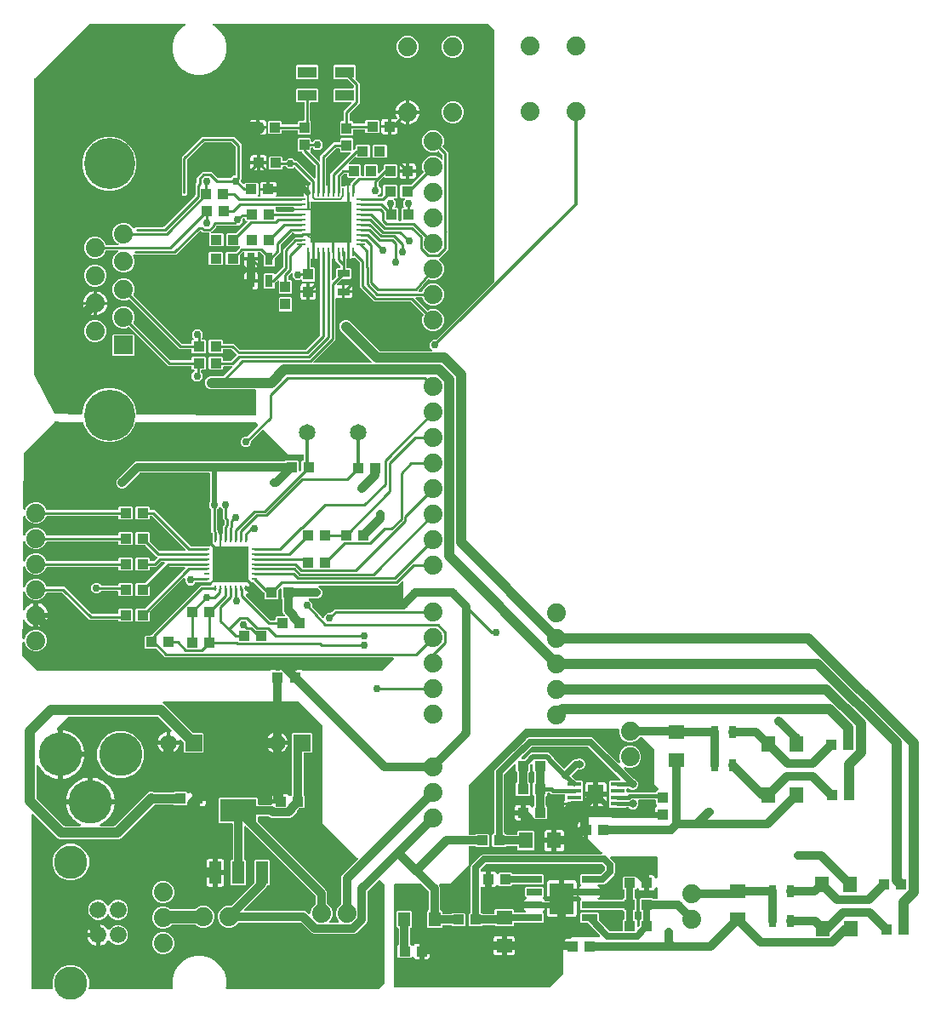
<source format=gbr>
G04 EAGLE Gerber X2 export*
%TF.Part,Single*%
%TF.FileFunction,Copper,L1,Top,Mixed*%
%TF.FilePolarity,Positive*%
%TF.GenerationSoftware,Autodesk,EAGLE,8.6.0*%
%TF.CreationDate,2018-05-28T12:08:45Z*%
G75*
%MOMM*%
%FSLAX34Y34*%
%LPD*%
%AMOC8*
5,1,8,0,0,1.08239X$1,22.5*%
G01*
%ADD10R,1.100000X1.000000*%
%ADD11C,1.651000*%
%ADD12R,1.651000X1.651000*%
%ADD13R,3.600000X3.600000*%
%ADD14R,0.250000X0.600000*%
%ADD15R,0.600000X0.250000*%
%ADD16C,4.318000*%
%ADD17C,1.676400*%
%ADD18C,3.302000*%
%ADD19C,1.879600*%
%ADD20R,1.219200X2.235200*%
%ADD21R,3.600000X2.200000*%
%ADD22R,1.550000X0.650000*%
%ADD23R,2.410000X3.100000*%
%ADD24R,1.600000X1.400000*%
%ADD25R,1.200000X1.400000*%
%ADD26R,0.800000X1.200000*%
%ADD27R,1.400000X1.600000*%
%ADD28R,1.422400X0.431800*%
%ADD29R,1.574800X1.879600*%
%ADD30R,1.000000X1.100000*%
%ADD31R,0.838200X0.279400*%
%ADD32R,0.279400X0.838200*%
%ADD33R,4.140200X4.140200*%
%ADD34C,0.762000*%
%ADD35R,1.200000X0.800000*%
%ADD36R,1.900000X1.100000*%
%ADD37R,1.879600X1.879600*%
%ADD38C,5.080000*%
%ADD39C,0.254000*%
%ADD40C,0.756400*%
%ADD41C,1.016000*%
%ADD42C,0.812800*%
%ADD43C,0.203200*%
%ADD44C,0.609600*%
%ADD45C,0.660400*%
%ADD46C,0.806400*%
%ADD47C,0.406400*%
%ADD48C,0.304800*%
%ADD49C,1.270000*%
%ADD50C,0.152400*%
%ADD51C,0.889000*%
%ADD52C,0.508000*%

G36*
X244117Y617479D02*
X244117Y617479D01*
X244147Y617477D01*
X244238Y617498D01*
X244331Y617513D01*
X244358Y617526D01*
X244386Y617533D01*
X244466Y617583D01*
X244549Y617626D01*
X244570Y617647D01*
X244595Y617663D01*
X244655Y617736D01*
X244720Y617803D01*
X244733Y617830D01*
X244752Y617853D01*
X244785Y617941D01*
X244826Y618025D01*
X244829Y618055D01*
X244840Y618083D01*
X244855Y618250D01*
X244418Y642888D01*
X244415Y642900D01*
X244417Y642913D01*
X244393Y643021D01*
X244374Y643130D01*
X244367Y643141D01*
X244365Y643154D01*
X244308Y643248D01*
X244255Y643345D01*
X244245Y643354D01*
X244238Y643365D01*
X244155Y643436D01*
X244073Y643511D01*
X244061Y643516D01*
X244052Y643525D01*
X243949Y643566D01*
X243849Y643611D01*
X243836Y643612D01*
X243823Y643617D01*
X243657Y643635D01*
X198838Y643635D01*
X196411Y644641D01*
X194553Y646499D01*
X193547Y648926D01*
X193547Y651554D01*
X194553Y653981D01*
X196411Y655839D01*
X198838Y656845D01*
X212141Y656845D01*
X212231Y656859D01*
X212322Y656867D01*
X212352Y656879D01*
X212384Y656884D01*
X212465Y656927D01*
X212548Y656963D01*
X212581Y656989D01*
X212601Y657000D01*
X212623Y657023D01*
X212679Y657068D01*
X220807Y665196D01*
X220849Y665254D01*
X220899Y665306D01*
X220921Y665353D01*
X220951Y665395D01*
X220972Y665464D01*
X221002Y665529D01*
X221008Y665581D01*
X221023Y665631D01*
X221021Y665702D01*
X221029Y665773D01*
X221018Y665824D01*
X221017Y665876D01*
X220992Y665944D01*
X220977Y666014D01*
X220950Y666058D01*
X220932Y666107D01*
X220888Y666163D01*
X220851Y666225D01*
X220811Y666259D01*
X220779Y666299D01*
X220718Y666338D01*
X220664Y666385D01*
X220616Y666404D01*
X220572Y666432D01*
X220502Y666450D01*
X220436Y666477D01*
X220364Y666485D01*
X220333Y666493D01*
X220310Y666491D01*
X220269Y666495D01*
X212374Y666495D01*
X212354Y666492D01*
X212335Y666494D01*
X212233Y666472D01*
X212131Y666456D01*
X212114Y666446D01*
X212094Y666442D01*
X212005Y666389D01*
X211914Y666340D01*
X211900Y666326D01*
X211883Y666316D01*
X211816Y666237D01*
X211744Y666162D01*
X211736Y666144D01*
X211723Y666129D01*
X211684Y666033D01*
X211641Y665939D01*
X211639Y665919D01*
X211631Y665901D01*
X211613Y665734D01*
X211613Y663912D01*
X210720Y663019D01*
X198456Y663019D01*
X197563Y663912D01*
X197563Y675176D01*
X198456Y676069D01*
X210720Y676069D01*
X211613Y675176D01*
X211613Y672846D01*
X211616Y672826D01*
X211614Y672807D01*
X211636Y672705D01*
X211652Y672603D01*
X211662Y672586D01*
X211666Y672566D01*
X211719Y672477D01*
X211768Y672386D01*
X211782Y672372D01*
X211792Y672355D01*
X211871Y672288D01*
X211946Y672216D01*
X211964Y672208D01*
X211979Y672195D01*
X212075Y672156D01*
X212169Y672113D01*
X212189Y672111D01*
X212207Y672103D01*
X212374Y672085D01*
X219253Y672085D01*
X219343Y672099D01*
X219434Y672107D01*
X219464Y672119D01*
X219496Y672124D01*
X219576Y672167D01*
X219660Y672203D01*
X219692Y672229D01*
X219713Y672240D01*
X219735Y672263D01*
X219791Y672308D01*
X224998Y677515D01*
X225010Y677531D01*
X225026Y677543D01*
X225082Y677631D01*
X225142Y677714D01*
X225148Y677733D01*
X225159Y677750D01*
X225184Y677851D01*
X225214Y677950D01*
X225214Y677969D01*
X225219Y677989D01*
X225211Y678092D01*
X225208Y678195D01*
X225201Y678214D01*
X225199Y678234D01*
X225159Y678329D01*
X225123Y678426D01*
X225111Y678442D01*
X225103Y678460D01*
X224998Y678591D01*
X224312Y679277D01*
X220299Y683290D01*
X220225Y683343D01*
X220156Y683403D01*
X220126Y683415D01*
X220100Y683434D01*
X220013Y683461D01*
X219928Y683495D01*
X219887Y683499D01*
X219865Y683506D01*
X219832Y683505D01*
X219761Y683513D01*
X212374Y683513D01*
X212354Y683510D01*
X212335Y683512D01*
X212233Y683490D01*
X212131Y683474D01*
X212114Y683464D01*
X212094Y683460D01*
X212005Y683407D01*
X211914Y683358D01*
X211900Y683344D01*
X211883Y683334D01*
X211816Y683255D01*
X211744Y683180D01*
X211736Y683162D01*
X211723Y683147D01*
X211684Y683051D01*
X211641Y682957D01*
X211639Y682937D01*
X211631Y682919D01*
X211613Y682752D01*
X211613Y680676D01*
X210720Y679783D01*
X198456Y679783D01*
X197563Y680676D01*
X197563Y691940D01*
X198456Y692833D01*
X210720Y692833D01*
X211613Y691940D01*
X211613Y689864D01*
X211616Y689844D01*
X211614Y689825D01*
X211636Y689723D01*
X211652Y689621D01*
X211662Y689604D01*
X211666Y689584D01*
X211719Y689495D01*
X211768Y689404D01*
X211782Y689390D01*
X211792Y689373D01*
X211871Y689306D01*
X211946Y689234D01*
X211964Y689226D01*
X211979Y689213D01*
X212075Y689174D01*
X212169Y689131D01*
X212189Y689129D01*
X212207Y689121D01*
X212374Y689103D01*
X222392Y689103D01*
X228265Y683230D01*
X228339Y683177D01*
X228408Y683117D01*
X228438Y683105D01*
X228464Y683086D01*
X228551Y683059D01*
X228636Y683025D01*
X228677Y683021D01*
X228699Y683014D01*
X228732Y683015D01*
X228803Y683007D01*
X293929Y683007D01*
X294019Y683021D01*
X294110Y683029D01*
X294140Y683041D01*
X294172Y683046D01*
X294252Y683089D01*
X294336Y683125D01*
X294368Y683151D01*
X294389Y683162D01*
X294411Y683185D01*
X294467Y683230D01*
X308250Y697013D01*
X308304Y697087D01*
X308363Y697156D01*
X308375Y697186D01*
X308394Y697213D01*
X308421Y697299D01*
X308455Y697384D01*
X308459Y697425D01*
X308466Y697448D01*
X308465Y697480D01*
X308473Y697551D01*
X308473Y772763D01*
X308470Y772783D01*
X308472Y772802D01*
X308450Y772904D01*
X308434Y773006D01*
X308424Y773023D01*
X308420Y773043D01*
X308367Y773132D01*
X308319Y773223D01*
X308304Y773237D01*
X308294Y773254D01*
X308215Y773321D01*
X308140Y773393D01*
X308122Y773401D01*
X308107Y773414D01*
X308011Y773453D01*
X307917Y773496D01*
X307897Y773498D01*
X307879Y773506D01*
X307712Y773524D01*
X307028Y773524D01*
X307028Y780256D01*
X307025Y780275D01*
X307027Y780295D01*
X307005Y780396D01*
X306988Y780498D01*
X306979Y780516D01*
X306975Y780535D01*
X306922Y780625D01*
X306873Y780716D01*
X306859Y780729D01*
X306849Y780747D01*
X306770Y780814D01*
X306695Y780885D01*
X306677Y780894D01*
X306662Y780907D01*
X306566Y780945D01*
X306472Y780989D01*
X306452Y780991D01*
X306434Y780998D01*
X306267Y781017D01*
X306247Y781014D01*
X306228Y781016D01*
X306227Y781016D01*
X306126Y780994D01*
X306024Y780977D01*
X306006Y780968D01*
X305987Y780964D01*
X305898Y780910D01*
X305807Y780862D01*
X305793Y780848D01*
X305776Y780837D01*
X305708Y780759D01*
X305637Y780684D01*
X305629Y780666D01*
X305616Y780651D01*
X305577Y780554D01*
X305534Y780461D01*
X305531Y780441D01*
X305524Y780422D01*
X305505Y780256D01*
X305505Y773524D01*
X304535Y773524D01*
X303963Y773678D01*
X303849Y773689D01*
X303735Y773703D01*
X303725Y773701D01*
X303718Y773702D01*
X303697Y773697D01*
X303569Y773678D01*
X302997Y773524D01*
X302027Y773524D01*
X302027Y775716D01*
X302024Y775736D01*
X302026Y775755D01*
X302004Y775857D01*
X301987Y775959D01*
X301978Y775976D01*
X301974Y775996D01*
X301920Y776085D01*
X301872Y776176D01*
X301858Y776190D01*
X301848Y776207D01*
X301769Y776274D01*
X301694Y776346D01*
X301676Y776354D01*
X301661Y776367D01*
X301564Y776406D01*
X301471Y776449D01*
X301451Y776451D01*
X301432Y776459D01*
X301266Y776477D01*
X301265Y776477D01*
X301246Y776474D01*
X301226Y776476D01*
X301125Y776454D01*
X301023Y776438D01*
X301005Y776428D01*
X300986Y776424D01*
X300897Y776371D01*
X300805Y776322D01*
X300792Y776308D01*
X300774Y776298D01*
X300707Y776219D01*
X300636Y776144D01*
X300628Y776126D01*
X300615Y776111D01*
X300576Y776015D01*
X300532Y775921D01*
X300530Y775901D01*
X300523Y775883D01*
X300504Y775716D01*
X300504Y773524D01*
X299820Y773524D01*
X299801Y773521D01*
X299781Y773523D01*
X299680Y773501D01*
X299578Y773485D01*
X299560Y773475D01*
X299541Y773471D01*
X299451Y773418D01*
X299360Y773369D01*
X299347Y773355D01*
X299329Y773345D01*
X299262Y773266D01*
X299191Y773191D01*
X299182Y773173D01*
X299169Y773158D01*
X299131Y773062D01*
X299087Y772968D01*
X299085Y772948D01*
X299078Y772930D01*
X299059Y772763D01*
X299059Y765586D01*
X299062Y765566D01*
X299060Y765547D01*
X299082Y765445D01*
X299099Y765343D01*
X299108Y765326D01*
X299112Y765306D01*
X299166Y765217D01*
X299214Y765126D01*
X299228Y765112D01*
X299239Y765095D01*
X299317Y765028D01*
X299392Y764956D01*
X299410Y764948D01*
X299425Y764935D01*
X299522Y764896D01*
X299615Y764853D01*
X299635Y764851D01*
X299654Y764843D01*
X299820Y764825D01*
X302050Y764825D01*
X302943Y763932D01*
X302943Y751668D01*
X302050Y750775D01*
X290786Y750775D01*
X289893Y751668D01*
X289893Y752229D01*
X289891Y752243D01*
X289892Y752255D01*
X289882Y752305D01*
X289880Y752371D01*
X289862Y752420D01*
X289854Y752471D01*
X289820Y752535D01*
X289795Y752602D01*
X289763Y752643D01*
X289738Y752689D01*
X289687Y752738D01*
X289642Y752794D01*
X289598Y752822D01*
X289560Y752858D01*
X289495Y752888D01*
X289435Y752927D01*
X289384Y752940D01*
X289337Y752962D01*
X289266Y752970D01*
X289196Y752987D01*
X289144Y752983D01*
X289093Y752989D01*
X289022Y752974D01*
X288951Y752968D01*
X288903Y752948D01*
X288852Y752937D01*
X288791Y752900D01*
X288725Y752872D01*
X288671Y752828D01*
X288659Y752822D01*
X288657Y752820D01*
X288641Y752810D01*
X288626Y752793D01*
X288594Y752767D01*
X288202Y752375D01*
X283806Y752375D01*
X280697Y755484D01*
X280697Y758777D01*
X280686Y758848D01*
X280684Y758920D01*
X280666Y758969D01*
X280658Y759020D01*
X280624Y759083D01*
X280599Y759151D01*
X280567Y759191D01*
X280542Y759237D01*
X280490Y759287D01*
X280446Y759343D01*
X280402Y759371D01*
X280364Y759407D01*
X280299Y759437D01*
X280239Y759476D01*
X280188Y759488D01*
X280141Y759510D01*
X280070Y759518D01*
X280000Y759536D01*
X279948Y759532D01*
X279897Y759537D01*
X279826Y759522D01*
X279755Y759517D01*
X279707Y759496D01*
X279656Y759485D01*
X279595Y759448D01*
X279529Y759420D01*
X279473Y759375D01*
X279445Y759359D01*
X279430Y759341D01*
X279398Y759315D01*
X276576Y756493D01*
X276523Y756419D01*
X276463Y756350D01*
X276451Y756320D01*
X276432Y756294D01*
X276405Y756206D01*
X276371Y756122D01*
X276367Y756081D01*
X276360Y756059D01*
X276361Y756026D01*
X276353Y755955D01*
X276353Y753140D01*
X276356Y753120D01*
X276354Y753101D01*
X276376Y752999D01*
X276392Y752897D01*
X276402Y752880D01*
X276406Y752860D01*
X276459Y752771D01*
X276508Y752680D01*
X276522Y752666D01*
X276532Y752649D01*
X276611Y752582D01*
X276686Y752510D01*
X276704Y752502D01*
X276719Y752489D01*
X276815Y752450D01*
X276909Y752407D01*
X276929Y752405D01*
X276947Y752397D01*
X277114Y752379D01*
X279190Y752379D01*
X280083Y751486D01*
X280083Y739222D01*
X279190Y738329D01*
X267926Y738329D01*
X267033Y739222D01*
X267033Y751209D01*
X267022Y751280D01*
X267020Y751352D01*
X267002Y751401D01*
X266994Y751452D01*
X266960Y751515D01*
X266935Y751583D01*
X266903Y751623D01*
X266878Y751669D01*
X266826Y751719D01*
X266782Y751775D01*
X266738Y751803D01*
X266700Y751839D01*
X266635Y751869D01*
X266575Y751908D01*
X266524Y751920D01*
X266477Y751942D01*
X266406Y751950D01*
X266336Y751968D01*
X266284Y751964D01*
X266233Y751969D01*
X266162Y751954D01*
X266091Y751949D01*
X266043Y751928D01*
X265992Y751917D01*
X265931Y751880D01*
X265865Y751852D01*
X265809Y751807D01*
X265781Y751791D01*
X265766Y751773D01*
X265734Y751747D01*
X264638Y750651D01*
X263414Y749427D01*
X263361Y749353D01*
X263301Y749284D01*
X263289Y749254D01*
X263270Y749228D01*
X263243Y749141D01*
X263209Y749056D01*
X263205Y749015D01*
X263198Y748993D01*
X263199Y748960D01*
X263191Y748889D01*
X263191Y744954D01*
X262298Y744061D01*
X253034Y744061D01*
X252141Y744954D01*
X252141Y758218D01*
X253034Y759111D01*
X262298Y759111D01*
X263207Y758202D01*
X263223Y758190D01*
X263235Y758174D01*
X263323Y758118D01*
X263406Y758058D01*
X263425Y758052D01*
X263442Y758041D01*
X263543Y758016D01*
X263641Y757986D01*
X263661Y757986D01*
X263681Y757981D01*
X263784Y757989D01*
X263887Y757992D01*
X263906Y757999D01*
X263926Y758000D01*
X264021Y758041D01*
X264118Y758077D01*
X264134Y758089D01*
X264152Y758097D01*
X264283Y758202D01*
X271048Y764967D01*
X271101Y765041D01*
X271161Y765110D01*
X271173Y765140D01*
X271192Y765166D01*
X271219Y765253D01*
X271253Y765338D01*
X271257Y765379D01*
X271264Y765401D01*
X271263Y765434D01*
X271271Y765505D01*
X271271Y783249D01*
X282301Y794278D01*
X282326Y794314D01*
X282359Y794344D01*
X282398Y794414D01*
X282444Y794478D01*
X282457Y794520D01*
X282479Y794559D01*
X282493Y794637D01*
X282517Y794713D01*
X282515Y794757D01*
X282523Y794801D01*
X282512Y794880D01*
X282510Y794959D01*
X282495Y795000D01*
X282489Y795044D01*
X282476Y795073D01*
X282288Y795774D01*
X282288Y796744D01*
X286004Y796744D01*
X286024Y796748D01*
X286043Y796746D01*
X286145Y796768D01*
X286247Y796784D01*
X286264Y796794D01*
X286284Y796798D01*
X286373Y796851D01*
X286464Y796899D01*
X286478Y796914D01*
X286495Y796924D01*
X286562Y797003D01*
X286634Y797078D01*
X286642Y797096D01*
X286655Y797111D01*
X286694Y797207D01*
X286737Y797301D01*
X286739Y797320D01*
X286747Y797339D01*
X286765Y797506D01*
X286762Y797526D01*
X286764Y797545D01*
X286764Y797546D01*
X286742Y797647D01*
X286726Y797749D01*
X286716Y797766D01*
X286712Y797786D01*
X286659Y797875D01*
X286610Y797966D01*
X286596Y797980D01*
X286586Y797997D01*
X286507Y798064D01*
X286432Y798136D01*
X286414Y798144D01*
X286399Y798157D01*
X286303Y798196D01*
X286209Y798239D01*
X286189Y798241D01*
X286171Y798249D01*
X286004Y798267D01*
X282288Y798267D01*
X282288Y798576D01*
X282285Y798596D01*
X282287Y798615D01*
X282265Y798717D01*
X282249Y798819D01*
X282239Y798836D01*
X282235Y798856D01*
X282182Y798945D01*
X282133Y799036D01*
X282119Y799050D01*
X282109Y799067D01*
X282030Y799134D01*
X281955Y799206D01*
X281937Y799214D01*
X281922Y799227D01*
X281826Y799266D01*
X281732Y799309D01*
X281712Y799311D01*
X281694Y799319D01*
X281527Y799337D01*
X280619Y799337D01*
X280529Y799323D01*
X280438Y799315D01*
X280408Y799303D01*
X280376Y799298D01*
X280296Y799255D01*
X280212Y799219D01*
X280180Y799193D01*
X280159Y799182D01*
X280137Y799159D01*
X280081Y799114D01*
X268956Y787989D01*
X268903Y787915D01*
X268843Y787846D01*
X268831Y787816D01*
X268812Y787790D01*
X268785Y787703D01*
X268751Y787618D01*
X268747Y787577D01*
X268740Y787555D01*
X268741Y787522D01*
X268733Y787451D01*
X268733Y779638D01*
X263414Y774319D01*
X263361Y774245D01*
X263301Y774176D01*
X263289Y774146D01*
X263270Y774120D01*
X263243Y774033D01*
X263209Y773948D01*
X263205Y773907D01*
X263198Y773885D01*
X263199Y773852D01*
X263191Y773781D01*
X263191Y767052D01*
X262298Y766159D01*
X253034Y766159D01*
X252141Y767052D01*
X252141Y776101D01*
X252127Y776191D01*
X252119Y776282D01*
X252107Y776312D01*
X252102Y776344D01*
X252059Y776424D01*
X252023Y776508D01*
X251997Y776540D01*
X251986Y776561D01*
X251963Y776583D01*
X251918Y776639D01*
X248747Y779810D01*
X248673Y779863D01*
X248604Y779923D01*
X248574Y779935D01*
X248548Y779954D01*
X248461Y779981D01*
X248376Y780015D01*
X248335Y780019D01*
X248313Y780026D01*
X248280Y780025D01*
X248209Y780033D01*
X246968Y780033D01*
X246948Y780030D01*
X246929Y780032D01*
X246827Y780010D01*
X246725Y779994D01*
X246708Y779984D01*
X246688Y779980D01*
X246599Y779927D01*
X246508Y779878D01*
X246494Y779864D01*
X246477Y779854D01*
X246410Y779775D01*
X246338Y779700D01*
X246330Y779682D01*
X246317Y779667D01*
X246278Y779571D01*
X246235Y779477D01*
X246233Y779457D01*
X246225Y779439D01*
X246207Y779272D01*
X246207Y775207D01*
X240428Y775207D01*
X240408Y775204D01*
X240389Y775206D01*
X240287Y775184D01*
X240185Y775167D01*
X240168Y775158D01*
X240148Y775154D01*
X240059Y775101D01*
X239968Y775052D01*
X239954Y775038D01*
X239937Y775028D01*
X239870Y774949D01*
X239799Y774874D01*
X239790Y774856D01*
X239777Y774841D01*
X239738Y774745D01*
X239695Y774651D01*
X239693Y774631D01*
X239685Y774613D01*
X239667Y774446D01*
X239667Y773683D01*
X239665Y773683D01*
X239665Y774446D01*
X239662Y774466D01*
X239664Y774485D01*
X239642Y774587D01*
X239625Y774689D01*
X239616Y774706D01*
X239612Y774726D01*
X239559Y774815D01*
X239510Y774906D01*
X239496Y774920D01*
X239486Y774937D01*
X239407Y775004D01*
X239332Y775075D01*
X239314Y775084D01*
X239299Y775097D01*
X239203Y775136D01*
X239109Y775179D01*
X239089Y775181D01*
X239071Y775189D01*
X238904Y775207D01*
X233125Y775207D01*
X233125Y779272D01*
X233122Y779292D01*
X233124Y779311D01*
X233102Y779413D01*
X233086Y779515D01*
X233076Y779532D01*
X233072Y779552D01*
X233019Y779641D01*
X232970Y779732D01*
X232956Y779746D01*
X232946Y779763D01*
X232867Y779830D01*
X232792Y779902D01*
X232774Y779910D01*
X232759Y779923D01*
X232663Y779962D01*
X232569Y780005D01*
X232549Y780007D01*
X232531Y780015D01*
X232364Y780033D01*
X231969Y780033D01*
X231879Y780019D01*
X231788Y780011D01*
X231758Y779999D01*
X231726Y779994D01*
X231646Y779951D01*
X231562Y779915D01*
X231530Y779889D01*
X231509Y779878D01*
X231487Y779855D01*
X231431Y779810D01*
X228600Y776979D01*
X228547Y776905D01*
X228487Y776836D01*
X228475Y776806D01*
X228456Y776780D01*
X228429Y776693D01*
X228395Y776608D01*
X228391Y776567D01*
X228384Y776545D01*
X228385Y776512D01*
X228377Y776441D01*
X228377Y768052D01*
X227484Y767159D01*
X215220Y767159D01*
X214327Y768052D01*
X214327Y779316D01*
X215220Y780209D01*
X223609Y780209D01*
X223699Y780223D01*
X223790Y780231D01*
X223820Y780243D01*
X223852Y780248D01*
X223932Y780291D01*
X224016Y780327D01*
X224048Y780353D01*
X224069Y780364D01*
X224091Y780387D01*
X224147Y780432D01*
X227478Y783763D01*
X228371Y784656D01*
X228413Y784714D01*
X228463Y784766D01*
X228485Y784813D01*
X228515Y784855D01*
X228536Y784924D01*
X228566Y784989D01*
X228572Y785041D01*
X228587Y785091D01*
X228585Y785162D01*
X228593Y785233D01*
X228582Y785284D01*
X228581Y785336D01*
X228556Y785404D01*
X228541Y785474D01*
X228514Y785519D01*
X228496Y785567D01*
X228452Y785623D01*
X228415Y785685D01*
X228375Y785719D01*
X228343Y785759D01*
X228282Y785798D01*
X228228Y785845D01*
X228180Y785864D01*
X228136Y785892D01*
X228066Y785910D01*
X228000Y785937D01*
X227929Y785945D01*
X227897Y785953D01*
X227874Y785951D01*
X227833Y785955D01*
X215982Y785955D01*
X215089Y786848D01*
X215089Y798112D01*
X215982Y799005D01*
X224371Y799005D01*
X224461Y799019D01*
X224552Y799027D01*
X224582Y799039D01*
X224614Y799044D01*
X224694Y799087D01*
X224778Y799123D01*
X224810Y799149D01*
X224831Y799160D01*
X224853Y799183D01*
X224909Y799228D01*
X235483Y809802D01*
X235525Y809860D01*
X235575Y809912D01*
X235597Y809959D01*
X235627Y810001D01*
X235648Y810070D01*
X235678Y810135D01*
X235684Y810187D01*
X235699Y810237D01*
X235697Y810308D01*
X235705Y810379D01*
X235694Y810430D01*
X235693Y810482D01*
X235668Y810550D01*
X235653Y810620D01*
X235626Y810665D01*
X235608Y810713D01*
X235564Y810769D01*
X235527Y810831D01*
X235487Y810865D01*
X235455Y810905D01*
X235394Y810944D01*
X235340Y810991D01*
X235292Y811010D01*
X235248Y811038D01*
X235178Y811056D01*
X235112Y811083D01*
X235040Y811091D01*
X235009Y811099D01*
X234986Y811097D01*
X234945Y811101D01*
X234034Y811101D01*
X233141Y811994D01*
X233141Y813308D01*
X233138Y813328D01*
X233140Y813347D01*
X233118Y813449D01*
X233102Y813551D01*
X233092Y813568D01*
X233088Y813588D01*
X233035Y813677D01*
X232986Y813768D01*
X232972Y813782D01*
X232962Y813799D01*
X232883Y813866D01*
X232808Y813938D01*
X232790Y813946D01*
X232775Y813959D01*
X232679Y813998D01*
X232667Y814003D01*
X232662Y814006D01*
X232657Y814008D01*
X232585Y814041D01*
X232565Y814043D01*
X232547Y814051D01*
X232438Y814063D01*
X232423Y814067D01*
X232412Y814066D01*
X232380Y814069D01*
X232359Y814069D01*
X232348Y814067D01*
X232341Y814068D01*
X232304Y814060D01*
X232269Y814055D01*
X232178Y814047D01*
X232148Y814035D01*
X232116Y814030D01*
X232036Y813987D01*
X231952Y813951D01*
X231920Y813925D01*
X231899Y813914D01*
X231877Y813891D01*
X231821Y813846D01*
X231590Y813615D01*
X231542Y813549D01*
X231537Y813544D01*
X231536Y813540D01*
X231477Y813472D01*
X231465Y813442D01*
X231446Y813416D01*
X231419Y813329D01*
X231385Y813244D01*
X231381Y813203D01*
X231374Y813181D01*
X231375Y813148D01*
X231367Y813077D01*
X231367Y809840D01*
X228258Y806731D01*
X225021Y806731D01*
X224931Y806717D01*
X224840Y806709D01*
X224810Y806697D01*
X224778Y806692D01*
X224698Y806649D01*
X224614Y806613D01*
X224582Y806587D01*
X224561Y806576D01*
X224539Y806553D01*
X224483Y806508D01*
X224170Y806195D01*
X205458Y806195D01*
X205438Y806192D01*
X205419Y806194D01*
X205317Y806172D01*
X205215Y806156D01*
X205198Y806146D01*
X205178Y806142D01*
X205089Y806089D01*
X204998Y806040D01*
X204984Y806026D01*
X204967Y806016D01*
X204900Y805937D01*
X204828Y805862D01*
X204820Y805844D01*
X204807Y805829D01*
X204768Y805733D01*
X204725Y805639D01*
X204723Y805619D01*
X204715Y805601D01*
X204697Y805434D01*
X204697Y804854D01*
X201068Y801225D01*
X200146Y800304D01*
X200105Y800246D01*
X200055Y800194D01*
X200033Y800147D01*
X200003Y800105D01*
X199982Y800036D01*
X199952Y799971D01*
X199946Y799919D01*
X199931Y799869D01*
X199932Y799798D01*
X199925Y799727D01*
X199936Y799676D01*
X199937Y799624D01*
X199962Y799556D01*
X199977Y799486D01*
X200004Y799441D01*
X200021Y799393D01*
X200066Y799337D01*
X200103Y799275D01*
X200143Y799241D01*
X200175Y799201D01*
X200235Y799162D01*
X200290Y799115D01*
X200338Y799096D01*
X200382Y799068D01*
X200452Y799050D01*
X200518Y799023D01*
X200589Y799015D01*
X200621Y799007D01*
X200644Y799009D01*
X200685Y799005D01*
X211246Y799005D01*
X212139Y798112D01*
X212139Y786848D01*
X211246Y785955D01*
X198982Y785955D01*
X198089Y786848D01*
X198089Y798128D01*
X198135Y798176D01*
X198157Y798223D01*
X198187Y798265D01*
X198208Y798334D01*
X198238Y798399D01*
X198244Y798451D01*
X198259Y798500D01*
X198257Y798572D01*
X198265Y798643D01*
X198254Y798694D01*
X198253Y798746D01*
X198228Y798814D01*
X198213Y798884D01*
X198186Y798929D01*
X198169Y798977D01*
X198124Y799033D01*
X198087Y799095D01*
X198047Y799129D01*
X198015Y799169D01*
X197954Y799208D01*
X197900Y799255D01*
X197852Y799274D01*
X197808Y799302D01*
X197738Y799320D01*
X197672Y799347D01*
X197601Y799355D01*
X197569Y799363D01*
X197546Y799361D01*
X197505Y799365D01*
X191444Y799365D01*
X189663Y801146D01*
X189590Y801199D01*
X189520Y801259D01*
X189490Y801271D01*
X189464Y801290D01*
X189377Y801317D01*
X189292Y801351D01*
X189251Y801355D01*
X189229Y801362D01*
X189196Y801361D01*
X189125Y801369D01*
X188925Y801369D01*
X188835Y801355D01*
X188744Y801347D01*
X188714Y801335D01*
X188682Y801330D01*
X188602Y801287D01*
X188518Y801251D01*
X188486Y801225D01*
X188465Y801214D01*
X188443Y801191D01*
X188387Y801146D01*
X164734Y777493D01*
X122879Y777493D01*
X122834Y777486D01*
X122788Y777488D01*
X122713Y777466D01*
X122637Y777454D01*
X122596Y777432D01*
X122552Y777419D01*
X122488Y777375D01*
X122419Y777338D01*
X122388Y777305D01*
X122350Y777279D01*
X122303Y777216D01*
X122250Y777160D01*
X122231Y777118D01*
X122203Y777082D01*
X122179Y777008D01*
X122146Y776937D01*
X122141Y776891D01*
X122127Y776848D01*
X122128Y776770D01*
X122119Y776693D01*
X122129Y776648D01*
X122129Y776602D01*
X122167Y776470D01*
X122171Y776452D01*
X122174Y776448D01*
X122176Y776441D01*
X123675Y772823D01*
X123675Y768477D01*
X122012Y764463D01*
X118939Y761390D01*
X114925Y759727D01*
X110579Y759727D01*
X106565Y761390D01*
X103492Y764463D01*
X101829Y768477D01*
X101829Y772823D01*
X103492Y776837D01*
X106565Y779910D01*
X107243Y780191D01*
X107326Y780242D01*
X107412Y780288D01*
X107430Y780307D01*
X107452Y780320D01*
X107514Y780395D01*
X107581Y780466D01*
X107592Y780490D01*
X107609Y780510D01*
X107644Y780601D01*
X107685Y780689D01*
X107688Y780715D01*
X107697Y780739D01*
X107701Y780837D01*
X107712Y780933D01*
X107706Y780959D01*
X107707Y780985D01*
X107680Y781079D01*
X107660Y781174D01*
X107646Y781196D01*
X107639Y781221D01*
X107583Y781301D01*
X107533Y781385D01*
X107514Y781402D01*
X107499Y781423D01*
X107420Y781482D01*
X107346Y781545D01*
X107322Y781555D01*
X107301Y781570D01*
X107209Y781600D01*
X107118Y781637D01*
X107086Y781640D01*
X107067Y781646D01*
X107034Y781646D01*
X106952Y781655D01*
X95526Y781655D01*
X95411Y781636D01*
X95295Y781619D01*
X95289Y781617D01*
X95283Y781616D01*
X95180Y781561D01*
X95076Y781508D01*
X95071Y781503D01*
X95066Y781500D01*
X94986Y781416D01*
X94903Y781332D01*
X94900Y781326D01*
X94896Y781322D01*
X94888Y781305D01*
X94822Y781185D01*
X93612Y778263D01*
X90539Y775190D01*
X86525Y773527D01*
X82179Y773527D01*
X78165Y775190D01*
X75092Y778263D01*
X73429Y782277D01*
X73429Y786623D01*
X75092Y790637D01*
X78165Y793710D01*
X82179Y795373D01*
X86525Y795373D01*
X90539Y793710D01*
X93612Y790637D01*
X94822Y787715D01*
X94884Y787615D01*
X94944Y787515D01*
X94949Y787511D01*
X94952Y787506D01*
X95042Y787431D01*
X95131Y787355D01*
X95137Y787353D01*
X95141Y787349D01*
X95250Y787307D01*
X95359Y787263D01*
X95367Y787262D01*
X95371Y787261D01*
X95389Y787260D01*
X95526Y787245D01*
X107193Y787245D01*
X107289Y787260D01*
X107386Y787270D01*
X107410Y787280D01*
X107436Y787284D01*
X107522Y787330D01*
X107611Y787370D01*
X107630Y787387D01*
X107653Y787400D01*
X107720Y787470D01*
X107792Y787536D01*
X107804Y787559D01*
X107822Y787578D01*
X107863Y787666D01*
X107910Y787752D01*
X107915Y787777D01*
X107926Y787801D01*
X107937Y787898D01*
X107954Y787994D01*
X107950Y788020D01*
X107953Y788045D01*
X107933Y788141D01*
X107918Y788237D01*
X107907Y788260D01*
X107901Y788286D01*
X107851Y788369D01*
X107807Y788456D01*
X107788Y788475D01*
X107775Y788497D01*
X107701Y788560D01*
X107631Y788628D01*
X107603Y788644D01*
X107588Y788657D01*
X107557Y788669D01*
X107484Y788709D01*
X106565Y789090D01*
X103492Y792163D01*
X101829Y796177D01*
X101829Y800523D01*
X103492Y804537D01*
X106565Y807610D01*
X110579Y809273D01*
X114925Y809273D01*
X118939Y807610D01*
X122012Y804537D01*
X122204Y804074D01*
X122228Y804035D01*
X122243Y803992D01*
X122292Y803932D01*
X122333Y803865D01*
X122368Y803836D01*
X122397Y803800D01*
X122463Y803758D01*
X122523Y803709D01*
X122565Y803692D01*
X122604Y803667D01*
X122680Y803648D01*
X122752Y803620D01*
X122798Y803618D01*
X122843Y803607D01*
X122920Y803613D01*
X122998Y803610D01*
X123042Y803623D01*
X123088Y803626D01*
X123159Y803657D01*
X123234Y803679D01*
X123272Y803705D01*
X123314Y803723D01*
X123421Y803808D01*
X123436Y803819D01*
X123439Y803823D01*
X123445Y803827D01*
X124826Y805209D01*
X152456Y805209D01*
X152546Y805223D01*
X152637Y805231D01*
X152666Y805243D01*
X152698Y805248D01*
X152779Y805291D01*
X152863Y805327D01*
X152895Y805353D01*
X152916Y805364D01*
X152938Y805387D01*
X152994Y805432D01*
X183642Y836080D01*
X183695Y836154D01*
X183755Y836223D01*
X183767Y836254D01*
X183786Y836280D01*
X183813Y836367D01*
X183847Y836452D01*
X183851Y836493D01*
X183858Y836515D01*
X183857Y836547D01*
X183865Y836618D01*
X183865Y847710D01*
X185478Y849323D01*
X185531Y849397D01*
X185591Y849466D01*
X185603Y849496D01*
X185622Y849522D01*
X185649Y849609D01*
X185683Y849694D01*
X185687Y849735D01*
X185694Y849757D01*
X185693Y849790D01*
X185701Y849861D01*
X185701Y854274D01*
X191190Y859763D01*
X200322Y859763D01*
X206167Y853918D01*
X206241Y853865D01*
X206310Y853805D01*
X206340Y853793D01*
X206366Y853774D01*
X206453Y853747D01*
X206538Y853713D01*
X206579Y853709D01*
X206601Y853702D01*
X206634Y853703D01*
X206705Y853695D01*
X219257Y853695D01*
X219347Y853709D01*
X219438Y853717D01*
X219467Y853729D01*
X219499Y853734D01*
X219580Y853777D01*
X219664Y853813D01*
X219696Y853839D01*
X219717Y853850D01*
X219739Y853873D01*
X219795Y853918D01*
X222084Y856207D01*
X223520Y856207D01*
X223540Y856210D01*
X223559Y856208D01*
X223661Y856230D01*
X223763Y856246D01*
X223780Y856256D01*
X223800Y856260D01*
X223889Y856313D01*
X223980Y856362D01*
X223994Y856376D01*
X224011Y856386D01*
X224078Y856465D01*
X224150Y856540D01*
X224158Y856558D01*
X224171Y856573D01*
X224210Y856669D01*
X224253Y856763D01*
X224255Y856783D01*
X224263Y856801D01*
X224281Y856968D01*
X224281Y884733D01*
X224267Y884823D01*
X224259Y884914D01*
X224247Y884944D01*
X224242Y884976D01*
X224199Y885056D01*
X224163Y885140D01*
X224137Y885172D01*
X224126Y885193D01*
X224103Y885215D01*
X224058Y885271D01*
X220299Y889030D01*
X220225Y889083D01*
X220156Y889143D01*
X220126Y889155D01*
X220100Y889174D01*
X220013Y889201D01*
X219928Y889235D01*
X219887Y889239D01*
X219865Y889246D01*
X219832Y889245D01*
X219761Y889253D01*
X193243Y889253D01*
X193153Y889239D01*
X193062Y889231D01*
X193032Y889219D01*
X193000Y889214D01*
X192920Y889171D01*
X192836Y889135D01*
X192804Y889109D01*
X192783Y889098D01*
X192772Y889087D01*
X192771Y889086D01*
X192758Y889073D01*
X192705Y889030D01*
X175992Y872317D01*
X175939Y872243D01*
X175879Y872174D01*
X175867Y872144D01*
X175848Y872118D01*
X175821Y872031D01*
X175787Y871946D01*
X175783Y871905D01*
X175776Y871883D01*
X175777Y871850D01*
X175769Y871779D01*
X175769Y838058D01*
X174132Y836421D01*
X171816Y836421D01*
X170179Y838058D01*
X170179Y874410D01*
X190612Y894843D01*
X222392Y894843D01*
X229871Y887364D01*
X229871Y852536D01*
X229812Y852477D01*
X229770Y852419D01*
X229721Y852368D01*
X229713Y852350D01*
X229699Y852334D01*
X229687Y852304D01*
X229668Y852278D01*
X229646Y852207D01*
X229618Y852145D01*
X229616Y852126D01*
X229607Y852106D01*
X229603Y852065D01*
X229596Y852043D01*
X229597Y852010D01*
X229589Y851939D01*
X229589Y849861D01*
X229603Y849771D01*
X229611Y849680D01*
X229623Y849650D01*
X229628Y849618D01*
X229671Y849538D01*
X229707Y849454D01*
X229733Y849421D01*
X229744Y849401D01*
X229767Y849379D01*
X229812Y849323D01*
X231334Y847801D01*
X231392Y847759D01*
X231444Y847709D01*
X231491Y847687D01*
X231533Y847657D01*
X231602Y847636D01*
X231667Y847606D01*
X231719Y847600D01*
X231769Y847585D01*
X231840Y847587D01*
X231911Y847579D01*
X231962Y847590D01*
X232014Y847591D01*
X232082Y847616D01*
X232152Y847631D01*
X232197Y847658D01*
X232245Y847676D01*
X232301Y847720D01*
X232363Y847757D01*
X232397Y847797D01*
X232437Y847829D01*
X232476Y847890D01*
X232523Y847944D01*
X232542Y847992D01*
X232570Y848036D01*
X232588Y848104D01*
X233526Y849043D01*
X245790Y849043D01*
X246683Y848150D01*
X246683Y836886D01*
X246397Y836600D01*
X246355Y836542D01*
X246305Y836490D01*
X246283Y836443D01*
X246253Y836401D01*
X246232Y836332D01*
X246202Y836267D01*
X246196Y836215D01*
X246181Y836166D01*
X246183Y836094D01*
X246175Y836023D01*
X246186Y835972D01*
X246187Y835920D01*
X246212Y835852D01*
X246227Y835782D01*
X246254Y835738D01*
X246272Y835689D01*
X246316Y835633D01*
X246353Y835571D01*
X246393Y835537D01*
X246425Y835497D01*
X246485Y835458D01*
X246540Y835411D01*
X246588Y835392D01*
X246632Y835364D01*
X246702Y835346D01*
X246768Y835319D01*
X246840Y835311D01*
X246871Y835304D01*
X246894Y835305D01*
X246935Y835301D01*
X248186Y835301D01*
X248280Y835316D01*
X248375Y835325D01*
X248401Y835336D01*
X248429Y835341D01*
X248513Y835385D01*
X248600Y835423D01*
X248621Y835442D01*
X248646Y835456D01*
X248711Y835525D01*
X248782Y835589D01*
X248796Y835614D01*
X248815Y835634D01*
X248855Y835720D01*
X248902Y835804D01*
X248907Y835832D01*
X248919Y835857D01*
X248929Y835952D01*
X248947Y836046D01*
X248943Y836074D01*
X248946Y836102D01*
X248926Y836195D01*
X248912Y836289D01*
X248898Y836321D01*
X248894Y836342D01*
X248877Y836370D01*
X248845Y836443D01*
X248790Y836537D01*
X248617Y837184D01*
X248617Y840995D01*
X255896Y840995D01*
X255916Y840998D01*
X255935Y840996D01*
X256037Y841018D01*
X256139Y841035D01*
X256156Y841044D01*
X256176Y841048D01*
X256265Y841101D01*
X256356Y841150D01*
X256370Y841164D01*
X256387Y841174D01*
X256454Y841253D01*
X256525Y841328D01*
X256534Y841346D01*
X256547Y841361D01*
X256586Y841457D01*
X256629Y841551D01*
X256631Y841571D01*
X256639Y841589D01*
X256657Y841756D01*
X256657Y842519D01*
X256659Y842519D01*
X256659Y841756D01*
X256662Y841736D01*
X256660Y841717D01*
X256682Y841615D01*
X256699Y841513D01*
X256708Y841496D01*
X256712Y841476D01*
X256765Y841387D01*
X256814Y841296D01*
X256828Y841282D01*
X256838Y841265D01*
X256917Y841198D01*
X256992Y841127D01*
X257010Y841118D01*
X257025Y841105D01*
X257121Y841066D01*
X257215Y841023D01*
X257235Y841021D01*
X257253Y841013D01*
X257420Y840995D01*
X264699Y840995D01*
X264699Y837183D01*
X264526Y836537D01*
X264471Y836443D01*
X264437Y836353D01*
X264397Y836267D01*
X264394Y836239D01*
X264384Y836213D01*
X264380Y836117D01*
X264370Y836023D01*
X264376Y835995D01*
X264375Y835967D01*
X264402Y835875D01*
X264422Y835782D01*
X264437Y835758D01*
X264445Y835731D01*
X264500Y835653D01*
X264548Y835571D01*
X264570Y835553D01*
X264586Y835530D01*
X264663Y835473D01*
X264735Y835411D01*
X264762Y835401D01*
X264784Y835384D01*
X264875Y835355D01*
X264963Y835319D01*
X264999Y835315D01*
X265019Y835309D01*
X265051Y835310D01*
X265130Y835301D01*
X283755Y835301D01*
X283845Y835316D01*
X283936Y835323D01*
X283966Y835335D01*
X283998Y835341D01*
X284079Y835383D01*
X284162Y835419D01*
X284173Y835428D01*
X291565Y835428D01*
X291585Y835431D01*
X291605Y835429D01*
X291706Y835451D01*
X291808Y835468D01*
X291826Y835477D01*
X291845Y835481D01*
X291934Y835534D01*
X292025Y835583D01*
X292039Y835597D01*
X292056Y835607D01*
X292124Y835686D01*
X292195Y835761D01*
X292203Y835779D01*
X292216Y835794D01*
X292255Y835890D01*
X292298Y835984D01*
X292301Y836004D01*
X292308Y836022D01*
X292327Y836189D01*
X292327Y838995D01*
X296264Y838995D01*
X296284Y838998D01*
X296303Y838996D01*
X296405Y839018D01*
X296507Y839034D01*
X296524Y839044D01*
X296544Y839048D01*
X296633Y839101D01*
X296724Y839149D01*
X296738Y839164D01*
X296755Y839174D01*
X296755Y839175D01*
X296823Y839253D01*
X296834Y839265D01*
X296894Y839328D01*
X296902Y839346D01*
X296915Y839361D01*
X296954Y839458D01*
X296998Y839551D01*
X297000Y839571D01*
X297007Y839590D01*
X297026Y839756D01*
X297026Y846488D01*
X297710Y846488D01*
X297729Y846491D01*
X297749Y846489D01*
X297850Y846511D01*
X297952Y846527D01*
X297970Y846537D01*
X297989Y846541D01*
X298078Y846594D01*
X298170Y846643D01*
X298184Y846657D01*
X298201Y846667D01*
X298268Y846746D01*
X298339Y846821D01*
X298347Y846839D01*
X298360Y846854D01*
X298399Y846950D01*
X298443Y847044D01*
X298445Y847064D01*
X298452Y847082D01*
X298471Y847249D01*
X298471Y849151D01*
X298456Y849242D01*
X298449Y849332D01*
X298436Y849362D01*
X298431Y849394D01*
X298388Y849475D01*
X298353Y849559D01*
X298327Y849591D01*
X298316Y849612D01*
X298293Y849634D01*
X298248Y849690D01*
X283493Y864445D01*
X283476Y864457D01*
X283464Y864472D01*
X283377Y864528D01*
X283293Y864589D01*
X283274Y864594D01*
X283257Y864605D01*
X283156Y864631D01*
X283058Y864661D01*
X283038Y864660D01*
X283018Y864665D01*
X282916Y864657D01*
X282812Y864655D01*
X282793Y864648D01*
X282773Y864646D01*
X282678Y864606D01*
X282581Y864570D01*
X282565Y864558D01*
X282547Y864550D01*
X282416Y864445D01*
X280836Y862865D01*
X276440Y862865D01*
X274151Y865154D01*
X274077Y865207D01*
X274007Y865267D01*
X273977Y865279D01*
X273951Y865298D01*
X273864Y865325D01*
X273779Y865359D01*
X273738Y865363D01*
X273716Y865370D01*
X273684Y865369D01*
X273613Y865377D01*
X271810Y865377D01*
X271790Y865374D01*
X271771Y865376D01*
X271669Y865354D01*
X271567Y865338D01*
X271550Y865328D01*
X271530Y865324D01*
X271441Y865271D01*
X271350Y865222D01*
X271336Y865208D01*
X271319Y865198D01*
X271252Y865119D01*
X271180Y865044D01*
X271172Y865026D01*
X271159Y865011D01*
X271120Y864915D01*
X271077Y864821D01*
X271075Y864801D01*
X271067Y864783D01*
X271049Y864616D01*
X271049Y863302D01*
X270156Y862409D01*
X257892Y862409D01*
X256999Y863302D01*
X256999Y874566D01*
X257892Y875459D01*
X270156Y875459D01*
X271049Y874566D01*
X271049Y871728D01*
X271052Y871710D01*
X271050Y871693D01*
X271050Y871691D01*
X271050Y871689D01*
X271072Y871587D01*
X271088Y871485D01*
X271098Y871468D01*
X271102Y871448D01*
X271155Y871359D01*
X271204Y871268D01*
X271218Y871254D01*
X271228Y871237D01*
X271307Y871170D01*
X271382Y871098D01*
X271400Y871090D01*
X271415Y871077D01*
X271511Y871038D01*
X271605Y870995D01*
X271625Y870993D01*
X271643Y870985D01*
X271810Y870967D01*
X273613Y870967D01*
X273703Y870981D01*
X273794Y870989D01*
X273823Y871001D01*
X273855Y871006D01*
X273936Y871049D01*
X274020Y871085D01*
X274052Y871111D01*
X274073Y871122D01*
X274077Y871126D01*
X274096Y871146D01*
X274151Y871190D01*
X276440Y873479D01*
X280836Y873479D01*
X283125Y871190D01*
X283199Y871137D01*
X283269Y871077D01*
X283299Y871065D01*
X283325Y871046D01*
X283412Y871019D01*
X283497Y870985D01*
X283538Y870981D01*
X283560Y870974D01*
X283592Y870975D01*
X283663Y870967D01*
X284876Y870967D01*
X286736Y869107D01*
X302173Y853670D01*
X302231Y853628D01*
X302283Y853579D01*
X302330Y853557D01*
X302372Y853526D01*
X302441Y853505D01*
X302506Y853475D01*
X302558Y853469D01*
X302607Y853454D01*
X302679Y853456D01*
X302750Y853448D01*
X302801Y853459D01*
X302853Y853460D01*
X302921Y853485D01*
X302991Y853500D01*
X303035Y853527D01*
X303084Y853545D01*
X303140Y853590D01*
X303202Y853626D01*
X303236Y853666D01*
X303276Y853698D01*
X303315Y853759D01*
X303362Y853813D01*
X303381Y853862D01*
X303409Y853905D01*
X303427Y853975D01*
X303454Y854041D01*
X303462Y854113D01*
X303469Y854144D01*
X303468Y854167D01*
X303472Y854208D01*
X303472Y865994D01*
X303457Y866084D01*
X303450Y866175D01*
X303438Y866205D01*
X303432Y866237D01*
X303390Y866318D01*
X303354Y866402D01*
X303328Y866434D01*
X303317Y866454D01*
X303294Y866477D01*
X303249Y866532D01*
X290179Y879602D01*
X290105Y879655D01*
X290036Y879715D01*
X290006Y879727D01*
X289980Y879746D01*
X289893Y879773D01*
X289808Y879807D01*
X289767Y879811D01*
X289745Y879818D01*
X289712Y879817D01*
X289641Y879825D01*
X286976Y879825D01*
X286083Y880718D01*
X286083Y892982D01*
X286976Y893875D01*
X298240Y893875D01*
X299133Y892982D01*
X299133Y890406D01*
X299136Y890386D01*
X299134Y890367D01*
X299156Y890265D01*
X299172Y890163D01*
X299182Y890146D01*
X299186Y890126D01*
X299239Y890037D01*
X299288Y889946D01*
X299302Y889932D01*
X299312Y889915D01*
X299391Y889848D01*
X299466Y889776D01*
X299484Y889768D01*
X299499Y889755D01*
X299595Y889716D01*
X299689Y889673D01*
X299709Y889671D01*
X299727Y889663D01*
X299894Y889645D01*
X300419Y889645D01*
X300509Y889659D01*
X300600Y889667D01*
X300629Y889679D01*
X300661Y889684D01*
X300742Y889727D01*
X300826Y889763D01*
X300858Y889789D01*
X300879Y889800D01*
X300901Y889823D01*
X300957Y889868D01*
X303364Y892275D01*
X307760Y892275D01*
X310869Y889166D01*
X310869Y884770D01*
X307760Y881661D01*
X303364Y881661D01*
X301193Y883832D01*
X301119Y883885D01*
X301049Y883945D01*
X301019Y883957D01*
X300993Y883976D01*
X300906Y884003D01*
X300821Y884037D01*
X300780Y884041D01*
X300758Y884048D01*
X300726Y884047D01*
X300655Y884055D01*
X299894Y884055D01*
X299874Y884052D01*
X299855Y884054D01*
X299753Y884032D01*
X299651Y884016D01*
X299634Y884006D01*
X299614Y884002D01*
X299525Y883949D01*
X299434Y883900D01*
X299420Y883886D01*
X299403Y883876D01*
X299336Y883797D01*
X299264Y883722D01*
X299256Y883704D01*
X299243Y883689D01*
X299204Y883593D01*
X299161Y883499D01*
X299159Y883479D01*
X299151Y883461D01*
X299133Y883294D01*
X299133Y880718D01*
X298589Y880174D01*
X298577Y880158D01*
X298561Y880146D01*
X298505Y880058D01*
X298445Y879975D01*
X298439Y879956D01*
X298428Y879939D01*
X298403Y879838D01*
X298373Y879740D01*
X298373Y879720D01*
X298368Y879700D01*
X298376Y879597D01*
X298379Y879494D01*
X298386Y879475D01*
X298387Y879455D01*
X298428Y879360D01*
X298464Y879263D01*
X298476Y879247D01*
X298484Y879229D01*
X298589Y879098D01*
X307174Y870512D01*
X307232Y870471D01*
X307284Y870421D01*
X307331Y870399D01*
X307374Y870369D01*
X307442Y870348D01*
X307507Y870318D01*
X307559Y870312D01*
X307609Y870297D01*
X307680Y870298D01*
X307752Y870291D01*
X307802Y870302D01*
X307855Y870303D01*
X307922Y870328D01*
X307992Y870343D01*
X308037Y870370D01*
X308086Y870387D01*
X308142Y870432D01*
X308203Y870469D01*
X308237Y870509D01*
X308278Y870541D01*
X308316Y870601D01*
X308363Y870656D01*
X308382Y870704D01*
X308411Y870748D01*
X308428Y870817D01*
X308455Y870884D01*
X308463Y870955D01*
X308471Y870987D01*
X308469Y871010D01*
X308473Y871051D01*
X308473Y875798D01*
X321812Y889137D01*
X327232Y889137D01*
X327252Y889140D01*
X327271Y889138D01*
X327373Y889160D01*
X327475Y889176D01*
X327492Y889186D01*
X327512Y889190D01*
X327601Y889243D01*
X327692Y889292D01*
X327706Y889306D01*
X327723Y889316D01*
X327790Y889395D01*
X327862Y889470D01*
X327870Y889488D01*
X327883Y889503D01*
X327922Y889599D01*
X327965Y889693D01*
X327967Y889713D01*
X327975Y889731D01*
X327993Y889898D01*
X327993Y892474D01*
X328886Y893367D01*
X340150Y893367D01*
X341043Y892474D01*
X341043Y882773D01*
X341054Y882702D01*
X341056Y882630D01*
X341074Y882581D01*
X341082Y882530D01*
X341116Y882467D01*
X341141Y882399D01*
X341173Y882359D01*
X341198Y882313D01*
X341250Y882263D01*
X341294Y882207D01*
X341338Y882179D01*
X341376Y882143D01*
X341441Y882113D01*
X341501Y882074D01*
X341552Y882062D01*
X341599Y882040D01*
X341670Y882032D01*
X341740Y882014D01*
X341792Y882018D01*
X341843Y882013D01*
X341914Y882028D01*
X341985Y882033D01*
X342033Y882054D01*
X342084Y882065D01*
X342145Y882102D01*
X342211Y882130D01*
X342267Y882175D01*
X342295Y882191D01*
X342310Y882209D01*
X342342Y882235D01*
X343408Y883301D01*
X343461Y883375D01*
X343521Y883444D01*
X343533Y883474D01*
X343552Y883500D01*
X343579Y883588D01*
X343613Y883672D01*
X343617Y883713D01*
X343624Y883736D01*
X343623Y883768D01*
X343631Y883839D01*
X343631Y885996D01*
X344524Y886889D01*
X356788Y886889D01*
X357681Y885996D01*
X357681Y874732D01*
X356788Y873839D01*
X344524Y873839D01*
X343726Y874637D01*
X343710Y874649D01*
X343698Y874665D01*
X343610Y874721D01*
X343527Y874781D01*
X343508Y874787D01*
X343491Y874798D01*
X343390Y874823D01*
X343292Y874853D01*
X343272Y874853D01*
X343252Y874858D01*
X343149Y874850D01*
X343046Y874847D01*
X343027Y874840D01*
X343007Y874839D01*
X342912Y874798D01*
X342815Y874762D01*
X342799Y874750D01*
X342781Y874742D01*
X342650Y874637D01*
X336643Y868630D01*
X336601Y868572D01*
X336551Y868520D01*
X336529Y868473D01*
X336499Y868431D01*
X336478Y868362D01*
X336448Y868297D01*
X336442Y868245D01*
X336427Y868195D01*
X336429Y868124D01*
X336421Y868053D01*
X336432Y868002D01*
X336433Y867950D01*
X336458Y867882D01*
X336473Y867812D01*
X336500Y867767D01*
X336518Y867719D01*
X336562Y867663D01*
X336599Y867601D01*
X336639Y867567D01*
X336671Y867527D01*
X336732Y867488D01*
X336786Y867441D01*
X336834Y867422D01*
X336878Y867394D01*
X336948Y867376D01*
X337014Y867349D01*
X337086Y867341D01*
X337117Y867333D01*
X337140Y867335D01*
X337181Y867331D01*
X348152Y867331D01*
X349045Y866438D01*
X349045Y856568D01*
X349048Y856548D01*
X349046Y856529D01*
X349068Y856427D01*
X349084Y856325D01*
X349094Y856308D01*
X349098Y856288D01*
X349151Y856199D01*
X349200Y856108D01*
X349214Y856094D01*
X349224Y856077D01*
X349303Y856010D01*
X349378Y855938D01*
X349396Y855930D01*
X349411Y855917D01*
X349507Y855878D01*
X349601Y855835D01*
X349621Y855833D01*
X349639Y855825D01*
X349806Y855807D01*
X351234Y855807D01*
X351254Y855810D01*
X351273Y855808D01*
X351375Y855830D01*
X351477Y855846D01*
X351494Y855856D01*
X351514Y855860D01*
X351603Y855913D01*
X351694Y855962D01*
X351708Y855976D01*
X351725Y855986D01*
X351792Y856065D01*
X351864Y856140D01*
X351872Y856158D01*
X351885Y856173D01*
X351924Y856269D01*
X351967Y856363D01*
X351969Y856383D01*
X351977Y856401D01*
X351995Y856568D01*
X351995Y866438D01*
X352888Y867331D01*
X365152Y867331D01*
X366045Y866438D01*
X366045Y859170D01*
X366056Y859099D01*
X366058Y859027D01*
X366076Y858978D01*
X366084Y858927D01*
X366118Y858863D01*
X366143Y858796D01*
X366175Y858755D01*
X366200Y858709D01*
X366252Y858660D01*
X366296Y858604D01*
X366340Y858576D01*
X366378Y858540D01*
X366443Y858510D01*
X366503Y858471D01*
X366554Y858458D01*
X366601Y858436D01*
X366672Y858429D01*
X366742Y858411D01*
X366794Y858415D01*
X366845Y858409D01*
X366916Y858425D01*
X366987Y858430D01*
X367035Y858451D01*
X367086Y858462D01*
X367147Y858498D01*
X367213Y858526D01*
X367269Y858571D01*
X367297Y858588D01*
X367312Y858606D01*
X367344Y858631D01*
X371094Y862381D01*
X371147Y862455D01*
X371207Y862525D01*
X371219Y862555D01*
X371238Y862581D01*
X371265Y862668D01*
X371299Y862753D01*
X371303Y862794D01*
X371310Y862816D01*
X371309Y862848D01*
X371317Y862920D01*
X371317Y866438D01*
X372210Y867331D01*
X384474Y867331D01*
X385367Y866438D01*
X385367Y855174D01*
X384474Y854281D01*
X372210Y854281D01*
X372093Y854399D01*
X372077Y854410D01*
X372064Y854426D01*
X371977Y854482D01*
X371893Y854542D01*
X371874Y854548D01*
X371857Y854559D01*
X371757Y854584D01*
X371658Y854615D01*
X371638Y854614D01*
X371619Y854619D01*
X371516Y854611D01*
X371412Y854608D01*
X371394Y854601D01*
X371374Y854600D01*
X371279Y854559D01*
X371181Y854524D01*
X371166Y854511D01*
X371147Y854504D01*
X371016Y854399D01*
X366612Y849994D01*
X366492Y849874D01*
X366439Y849800D01*
X366379Y849731D01*
X366367Y849700D01*
X366348Y849674D01*
X366321Y849587D01*
X366287Y849502D01*
X366283Y849462D01*
X366276Y849439D01*
X366277Y849407D01*
X366269Y849336D01*
X366269Y846527D01*
X366283Y846437D01*
X366291Y846346D01*
X366303Y846317D01*
X366308Y846285D01*
X366351Y846204D01*
X366387Y846120D01*
X366413Y846088D01*
X366424Y846067D01*
X366447Y846045D01*
X366492Y845989D01*
X368781Y843700D01*
X368781Y839304D01*
X366077Y836600D01*
X366035Y836542D01*
X365986Y836490D01*
X365964Y836443D01*
X365934Y836401D01*
X365913Y836332D01*
X365882Y836267D01*
X365877Y836215D01*
X365861Y836166D01*
X365863Y836094D01*
X365855Y836023D01*
X365866Y835972D01*
X365868Y835920D01*
X365892Y835852D01*
X365908Y835782D01*
X365934Y835738D01*
X365952Y835689D01*
X365997Y835633D01*
X366034Y835571D01*
X366073Y835537D01*
X366106Y835497D01*
X366166Y835458D01*
X366221Y835411D01*
X366269Y835392D01*
X366313Y835364D01*
X366382Y835346D01*
X366449Y835319D01*
X366520Y835311D01*
X366551Y835304D01*
X366575Y835305D01*
X366615Y835301D01*
X368889Y835301D01*
X368979Y835316D01*
X369070Y835323D01*
X369100Y835335D01*
X369132Y835341D01*
X369213Y835383D01*
X369296Y835419D01*
X369329Y835445D01*
X369349Y835456D01*
X369371Y835479D01*
X369427Y835524D01*
X370840Y836937D01*
X370885Y836999D01*
X370932Y837048D01*
X370939Y837064D01*
X370953Y837080D01*
X370965Y837110D01*
X370984Y837136D01*
X371006Y837208D01*
X371035Y837271D01*
X371037Y837289D01*
X371045Y837308D01*
X371049Y837349D01*
X371056Y837371D01*
X371055Y837404D01*
X371063Y837475D01*
X371063Y845864D01*
X371956Y846757D01*
X384220Y846757D01*
X385113Y845864D01*
X385113Y834600D01*
X384220Y833707D01*
X382389Y833707D01*
X382319Y833696D01*
X382247Y833694D01*
X382198Y833676D01*
X382147Y833668D01*
X382083Y833634D01*
X382016Y833609D01*
X381975Y833577D01*
X381929Y833552D01*
X381880Y833500D01*
X381824Y833456D01*
X381796Y833412D01*
X381760Y833374D01*
X381730Y833309D01*
X381691Y833249D01*
X381678Y833198D01*
X381656Y833151D01*
X381648Y833080D01*
X381631Y833010D01*
X381635Y832958D01*
X381629Y832907D01*
X381644Y832836D01*
X381650Y832765D01*
X381670Y832717D01*
X381681Y832666D01*
X381718Y832605D01*
X381746Y832539D01*
X381791Y832483D01*
X381808Y832455D01*
X381825Y832440D01*
X381851Y832408D01*
X383767Y830492D01*
X383767Y826096D01*
X383121Y825450D01*
X383079Y825392D01*
X383030Y825340D01*
X383008Y825293D01*
X382978Y825251D01*
X382956Y825182D01*
X382926Y825117D01*
X382921Y825065D01*
X382905Y825015D01*
X382907Y824944D01*
X382899Y824873D01*
X382910Y824822D01*
X382912Y824770D01*
X382936Y824702D01*
X382951Y824632D01*
X382978Y824587D01*
X382996Y824539D01*
X383041Y824483D01*
X383078Y824421D01*
X383117Y824387D01*
X383150Y824347D01*
X383210Y824308D01*
X383265Y824261D01*
X383313Y824242D01*
X383357Y824214D01*
X383426Y824196D01*
X383493Y824169D01*
X383564Y824161D01*
X383595Y824153D01*
X383618Y824155D01*
X383659Y824151D01*
X385236Y824151D01*
X386129Y823258D01*
X386129Y811784D01*
X386132Y811764D01*
X386130Y811745D01*
X386152Y811643D01*
X386168Y811541D01*
X386178Y811524D01*
X386182Y811504D01*
X386235Y811415D01*
X386284Y811324D01*
X386298Y811310D01*
X386308Y811293D01*
X386387Y811226D01*
X386462Y811154D01*
X386480Y811146D01*
X386495Y811133D01*
X386591Y811094D01*
X386685Y811051D01*
X386705Y811049D01*
X386723Y811041D01*
X386890Y811023D01*
X388318Y811023D01*
X388338Y811026D01*
X388357Y811024D01*
X388459Y811046D01*
X388561Y811062D01*
X388578Y811072D01*
X388598Y811076D01*
X388687Y811129D01*
X388778Y811178D01*
X388792Y811192D01*
X388809Y811202D01*
X388876Y811281D01*
X388948Y811356D01*
X388956Y811374D01*
X388969Y811389D01*
X389008Y811485D01*
X389051Y811579D01*
X389053Y811599D01*
X389061Y811617D01*
X389079Y811784D01*
X389079Y823258D01*
X389972Y824151D01*
X391041Y824151D01*
X391111Y824162D01*
X391183Y824164D01*
X391232Y824182D01*
X391283Y824190D01*
X391347Y824224D01*
X391414Y824249D01*
X391455Y824281D01*
X391501Y824306D01*
X391550Y824358D01*
X391606Y824402D01*
X391634Y824446D01*
X391670Y824484D01*
X391700Y824549D01*
X391739Y824609D01*
X391752Y824660D01*
X391774Y824707D01*
X391782Y824778D01*
X391799Y824848D01*
X391795Y824900D01*
X391801Y824951D01*
X391786Y825022D01*
X391780Y825093D01*
X391760Y825141D01*
X391749Y825192D01*
X391712Y825253D01*
X391684Y825319D01*
X391639Y825375D01*
X391622Y825403D01*
X391605Y825418D01*
X391579Y825450D01*
X390679Y826350D01*
X390679Y830746D01*
X392341Y832408D01*
X392383Y832466D01*
X392432Y832518D01*
X392454Y832565D01*
X392484Y832607D01*
X392506Y832676D01*
X392536Y832741D01*
X392541Y832793D01*
X392557Y832843D01*
X392555Y832914D01*
X392563Y832985D01*
X392552Y833036D01*
X392550Y833088D01*
X392526Y833156D01*
X392511Y833226D01*
X392484Y833271D01*
X392466Y833319D01*
X392421Y833375D01*
X392384Y833437D01*
X392345Y833471D01*
X392312Y833511D01*
X392252Y833550D01*
X392197Y833597D01*
X392149Y833616D01*
X392105Y833644D01*
X392036Y833662D01*
X391969Y833689D01*
X391898Y833697D01*
X391867Y833705D01*
X391844Y833703D01*
X391803Y833707D01*
X388956Y833707D01*
X388063Y834600D01*
X388063Y845864D01*
X388956Y846757D01*
X398307Y846757D01*
X398397Y846771D01*
X398488Y846779D01*
X398517Y846791D01*
X398549Y846796D01*
X398630Y846839D01*
X398714Y846875D01*
X398746Y846901D01*
X398767Y846912D01*
X398789Y846935D01*
X398845Y846980D01*
X410810Y858945D01*
X410878Y859040D01*
X410948Y859134D01*
X410950Y859140D01*
X410954Y859145D01*
X410988Y859256D01*
X411024Y859368D01*
X411024Y859374D01*
X411026Y859380D01*
X411023Y859497D01*
X411022Y859614D01*
X411020Y859621D01*
X411020Y859626D01*
X411013Y859643D01*
X410975Y859775D01*
X409765Y862697D01*
X409765Y867043D01*
X411428Y871057D01*
X414500Y874130D01*
X418515Y875793D01*
X422860Y875793D01*
X426875Y874130D01*
X428785Y872219D01*
X428843Y872177D01*
X428895Y872128D01*
X428943Y872106D01*
X428985Y872076D01*
X429053Y872055D01*
X429119Y872024D01*
X429170Y872019D01*
X429220Y872003D01*
X429292Y872005D01*
X429363Y871997D01*
X429414Y872008D01*
X429466Y872010D01*
X429533Y872034D01*
X429603Y872050D01*
X429648Y872076D01*
X429697Y872094D01*
X429753Y872139D01*
X429814Y872176D01*
X429848Y872215D01*
X429889Y872248D01*
X429928Y872308D01*
X429974Y872363D01*
X429994Y872411D01*
X430022Y872455D01*
X430039Y872524D01*
X430066Y872591D01*
X430074Y872662D01*
X430082Y872693D01*
X430080Y872717D01*
X430085Y872758D01*
X430085Y876605D01*
X430070Y876695D01*
X430063Y876786D01*
X430050Y876816D01*
X430045Y876848D01*
X430002Y876928D01*
X429967Y877012D01*
X429941Y877045D01*
X429930Y877065D01*
X429907Y877087D01*
X429862Y877143D01*
X426612Y880393D01*
X426517Y880461D01*
X426424Y880531D01*
X426418Y880533D01*
X426413Y880536D01*
X426301Y880571D01*
X426190Y880607D01*
X426183Y880607D01*
X426178Y880609D01*
X426061Y880606D01*
X425944Y880605D01*
X425937Y880602D01*
X425932Y880602D01*
X425914Y880596D01*
X425783Y880558D01*
X422860Y879347D01*
X418515Y879347D01*
X414500Y881010D01*
X411428Y884083D01*
X409765Y888097D01*
X409765Y892443D01*
X411428Y896457D01*
X414500Y899530D01*
X418515Y901193D01*
X422860Y901193D01*
X426875Y899530D01*
X429947Y896457D01*
X431610Y892443D01*
X431610Y888097D01*
X430400Y885175D01*
X430373Y885061D01*
X430344Y884948D01*
X430345Y884941D01*
X430343Y884935D01*
X430354Y884819D01*
X430364Y884702D01*
X430366Y884697D01*
X430367Y884690D01*
X430414Y884583D01*
X430460Y884476D01*
X430465Y884470D01*
X430467Y884466D01*
X430479Y884452D01*
X430565Y884345D01*
X435674Y879236D01*
X435674Y802525D01*
X435689Y802435D01*
X435696Y802344D01*
X435709Y802315D01*
X435714Y802283D01*
X435757Y802202D01*
X435792Y802118D01*
X435818Y802086D01*
X435829Y802065D01*
X435852Y802043D01*
X435865Y802028D01*
X435865Y799692D01*
X435844Y799663D01*
X435785Y799593D01*
X435773Y799563D01*
X435754Y799537D01*
X435727Y799450D01*
X435693Y799365D01*
X435688Y799324D01*
X435681Y799302D01*
X435682Y799270D01*
X435674Y799199D01*
X435674Y782462D01*
X433814Y780602D01*
X426847Y773635D01*
X426835Y773618D01*
X426819Y773606D01*
X426763Y773519D01*
X426703Y773435D01*
X426697Y773416D01*
X426686Y773399D01*
X426661Y773299D01*
X426631Y773200D01*
X426631Y773180D01*
X426626Y773161D01*
X426634Y773058D01*
X426637Y772954D01*
X426644Y772935D01*
X426645Y772915D01*
X426686Y772820D01*
X426721Y772723D01*
X426734Y772707D01*
X426742Y772689D01*
X426847Y772558D01*
X429947Y769457D01*
X431610Y765443D01*
X431610Y761097D01*
X429947Y757083D01*
X426875Y754010D01*
X422860Y752347D01*
X418515Y752347D01*
X416464Y753197D01*
X416441Y753202D01*
X416419Y753214D01*
X416321Y753230D01*
X416225Y753253D01*
X416201Y753251D01*
X416177Y753255D01*
X416079Y753239D01*
X415980Y753230D01*
X415958Y753220D01*
X415934Y753216D01*
X415846Y753170D01*
X415755Y753130D01*
X415737Y753113D01*
X415716Y753102D01*
X415594Y752987D01*
X406408Y742213D01*
X406377Y742161D01*
X406337Y742114D01*
X406313Y742056D01*
X406281Y742003D01*
X406268Y741943D01*
X406245Y741886D01*
X406243Y741871D01*
X406227Y741854D01*
X406205Y741807D01*
X406175Y741765D01*
X406154Y741696D01*
X406124Y741631D01*
X406118Y741579D01*
X406103Y741530D01*
X406105Y741458D01*
X406097Y741387D01*
X406108Y741336D01*
X406109Y741284D01*
X406134Y741216D01*
X406149Y741146D01*
X406176Y741101D01*
X406193Y741053D01*
X406238Y740997D01*
X406275Y740935D01*
X406315Y740901D01*
X406347Y740861D01*
X406407Y740822D01*
X406462Y740775D01*
X406510Y740756D01*
X406554Y740728D01*
X406624Y740710D01*
X406690Y740683D01*
X406761Y740675D01*
X406793Y740667D01*
X406816Y740669D01*
X406857Y740665D01*
X409514Y740665D01*
X409629Y740684D01*
X409745Y740701D01*
X409750Y740703D01*
X409757Y740704D01*
X409859Y740759D01*
X409964Y740812D01*
X409968Y740817D01*
X409974Y740820D01*
X410054Y740904D01*
X410136Y740988D01*
X410140Y740994D01*
X410143Y740998D01*
X410151Y741015D01*
X410217Y741135D01*
X411428Y744057D01*
X414500Y747130D01*
X418515Y748793D01*
X422860Y748793D01*
X426875Y747130D01*
X429947Y744057D01*
X431610Y740043D01*
X431610Y735697D01*
X429947Y731683D01*
X426875Y728610D01*
X422860Y726947D01*
X418515Y726947D01*
X414500Y728610D01*
X411428Y731683D01*
X410217Y734605D01*
X410156Y734704D01*
X410096Y734805D01*
X410091Y734809D01*
X410087Y734814D01*
X409997Y734889D01*
X409909Y734965D01*
X409903Y734967D01*
X409898Y734971D01*
X409790Y735013D01*
X409681Y735057D01*
X409673Y735058D01*
X409668Y735059D01*
X409650Y735060D01*
X409514Y735075D01*
X403872Y735075D01*
X403802Y735064D01*
X403730Y735062D01*
X403681Y735044D01*
X403630Y735036D01*
X403566Y735002D01*
X403499Y734977D01*
X403458Y734945D01*
X403412Y734920D01*
X403363Y734869D01*
X403307Y734824D01*
X403279Y734780D01*
X403243Y734742D01*
X403213Y734677D01*
X403174Y734617D01*
X403161Y734566D01*
X403139Y734519D01*
X403131Y734448D01*
X403114Y734378D01*
X403118Y734326D01*
X403112Y734275D01*
X403127Y734204D01*
X403133Y734133D01*
X403153Y734085D01*
X403164Y734034D01*
X403201Y733973D01*
X403229Y733907D01*
X403274Y733851D01*
X403291Y733823D01*
X403308Y733808D01*
X403334Y733776D01*
X414763Y722347D01*
X414857Y722279D01*
X414951Y722209D01*
X414957Y722207D01*
X414962Y722204D01*
X415073Y722170D01*
X415185Y722133D01*
X415192Y722133D01*
X415197Y722131D01*
X415314Y722134D01*
X415431Y722135D01*
X415438Y722138D01*
X415443Y722138D01*
X415461Y722144D01*
X415592Y722182D01*
X418515Y723393D01*
X422860Y723393D01*
X426875Y721730D01*
X429947Y718657D01*
X431610Y714643D01*
X431610Y710297D01*
X429947Y706283D01*
X426875Y703210D01*
X422860Y701547D01*
X418515Y701547D01*
X414500Y703210D01*
X411428Y706283D01*
X409765Y710297D01*
X409765Y714643D01*
X410975Y717565D01*
X411002Y717679D01*
X411031Y717792D01*
X411030Y717799D01*
X411032Y717805D01*
X411021Y717920D01*
X411011Y718038D01*
X411009Y718043D01*
X411008Y718050D01*
X410961Y718157D01*
X410915Y718264D01*
X410910Y718270D01*
X410908Y718274D01*
X410896Y718288D01*
X410810Y718395D01*
X398417Y730788D01*
X398343Y730841D01*
X398273Y730901D01*
X398243Y730913D01*
X398217Y730932D01*
X398130Y730959D01*
X398045Y730993D01*
X398004Y730997D01*
X397982Y731004D01*
X397950Y731003D01*
X397879Y731011D01*
X362157Y731011D01*
X347725Y745443D01*
X347725Y769539D01*
X347711Y769629D01*
X347703Y769720D01*
X347691Y769749D01*
X347686Y769781D01*
X347643Y769862D01*
X347607Y769946D01*
X347581Y769978D01*
X347570Y769999D01*
X347547Y770021D01*
X347502Y770077D01*
X343262Y774317D01*
X343188Y774370D01*
X343119Y774430D01*
X343088Y774442D01*
X343062Y774461D01*
X342975Y774488D01*
X342890Y774522D01*
X342849Y774526D01*
X342827Y774533D01*
X342795Y774532D01*
X342724Y774540D01*
X340055Y774540D01*
X339965Y774526D01*
X339874Y774518D01*
X339844Y774506D01*
X339812Y774501D01*
X339732Y774458D01*
X339648Y774422D01*
X339616Y774396D01*
X339595Y774385D01*
X339573Y774362D01*
X339517Y774317D01*
X339231Y774032D01*
X338652Y773697D01*
X338006Y773524D01*
X337036Y773524D01*
X337036Y776478D01*
X337033Y776498D01*
X337035Y776517D01*
X337013Y776619D01*
X336996Y776721D01*
X336987Y776738D01*
X336983Y776758D01*
X336929Y776847D01*
X336881Y776938D01*
X336867Y776952D01*
X336856Y776969D01*
X336778Y777036D01*
X336703Y777108D01*
X336685Y777116D01*
X336669Y777129D01*
X336573Y777168D01*
X336480Y777211D01*
X336460Y777213D01*
X336441Y777221D01*
X336275Y777239D01*
X336274Y777239D01*
X336255Y777236D01*
X336235Y777238D01*
X336134Y777216D01*
X336031Y777200D01*
X336014Y777190D01*
X335994Y777186D01*
X335905Y777133D01*
X335814Y777084D01*
X335800Y777070D01*
X335783Y777060D01*
X335716Y776981D01*
X335645Y776906D01*
X335636Y776888D01*
X335623Y776873D01*
X335585Y776777D01*
X335541Y776683D01*
X335539Y776663D01*
X335531Y776645D01*
X335513Y776478D01*
X335513Y773524D01*
X335026Y773524D01*
X335006Y773521D01*
X334987Y773523D01*
X334885Y773501D01*
X334783Y773485D01*
X334766Y773475D01*
X334746Y773471D01*
X334657Y773418D01*
X334566Y773369D01*
X334552Y773355D01*
X334535Y773345D01*
X334468Y773266D01*
X334396Y773191D01*
X334388Y773173D01*
X334375Y773158D01*
X334336Y773062D01*
X334293Y772968D01*
X334291Y772948D01*
X334283Y772930D01*
X334265Y772763D01*
X334265Y765094D01*
X334268Y765074D01*
X334266Y765055D01*
X334288Y764953D01*
X334304Y764851D01*
X334314Y764834D01*
X334318Y764814D01*
X334371Y764725D01*
X334420Y764634D01*
X334434Y764620D01*
X334444Y764603D01*
X334523Y764536D01*
X334598Y764464D01*
X334616Y764456D01*
X334631Y764443D01*
X334727Y764404D01*
X334821Y764361D01*
X334841Y764359D01*
X334859Y764351D01*
X335026Y764333D01*
X338102Y764333D01*
X338995Y763440D01*
X338995Y754176D01*
X338102Y753283D01*
X330213Y753283D01*
X330123Y753269D01*
X330032Y753261D01*
X330002Y753249D01*
X329970Y753244D01*
X329890Y753201D01*
X329806Y753165D01*
X329774Y753139D01*
X329753Y753128D01*
X329731Y753105D01*
X329675Y753060D01*
X325263Y748648D01*
X325221Y748590D01*
X325171Y748538D01*
X325149Y748491D01*
X325119Y748449D01*
X325098Y748380D01*
X325068Y748315D01*
X325062Y748263D01*
X325047Y748213D01*
X325049Y748142D01*
X325041Y748071D01*
X325052Y748020D01*
X325053Y747968D01*
X325078Y747900D01*
X325093Y747830D01*
X325120Y747785D01*
X325138Y747737D01*
X325182Y747681D01*
X325219Y747619D01*
X325259Y747585D01*
X325291Y747545D01*
X325352Y747506D01*
X325406Y747459D01*
X325454Y747440D01*
X325498Y747412D01*
X325568Y747394D01*
X325634Y747367D01*
X325706Y747359D01*
X325737Y747351D01*
X325760Y747353D01*
X325801Y747349D01*
X329947Y747349D01*
X329947Y741570D01*
X329950Y741550D01*
X329948Y741531D01*
X329970Y741429D01*
X329987Y741327D01*
X329996Y741310D01*
X330000Y741290D01*
X330053Y741201D01*
X330102Y741110D01*
X330116Y741096D01*
X330126Y741079D01*
X330205Y741012D01*
X330280Y740941D01*
X330298Y740932D01*
X330313Y740919D01*
X330409Y740880D01*
X330503Y740837D01*
X330523Y740835D01*
X330541Y740827D01*
X330708Y740809D01*
X331471Y740809D01*
X331471Y740807D01*
X330708Y740807D01*
X330688Y740804D01*
X330669Y740806D01*
X330567Y740784D01*
X330465Y740767D01*
X330448Y740758D01*
X330428Y740754D01*
X330339Y740701D01*
X330248Y740652D01*
X330234Y740638D01*
X330217Y740628D01*
X330150Y740549D01*
X330079Y740474D01*
X330070Y740456D01*
X330057Y740441D01*
X330018Y740345D01*
X329975Y740251D01*
X329973Y740231D01*
X329965Y740213D01*
X329947Y740046D01*
X329947Y734267D01*
X325136Y734267D01*
X324555Y734423D01*
X324436Y734435D01*
X324319Y734448D01*
X324314Y734447D01*
X324310Y734447D01*
X324195Y734421D01*
X324078Y734395D01*
X324075Y734393D01*
X324071Y734392D01*
X323969Y734330D01*
X323867Y734269D01*
X323864Y734266D01*
X323861Y734264D01*
X323785Y734173D01*
X323707Y734082D01*
X323706Y734078D01*
X323703Y734075D01*
X323660Y733964D01*
X323615Y733854D01*
X323615Y733849D01*
X323613Y733846D01*
X323613Y733833D01*
X323597Y733688D01*
X323597Y692960D01*
X301735Y671098D01*
X301694Y671040D01*
X301644Y670988D01*
X301622Y670941D01*
X301592Y670899D01*
X301571Y670830D01*
X301541Y670765D01*
X301535Y670713D01*
X301519Y670663D01*
X301521Y670592D01*
X301513Y670521D01*
X301524Y670470D01*
X301526Y670418D01*
X301550Y670350D01*
X301566Y670280D01*
X301592Y670235D01*
X301610Y670187D01*
X301655Y670131D01*
X301692Y670069D01*
X301731Y670035D01*
X301764Y669995D01*
X301824Y669956D01*
X301879Y669909D01*
X301927Y669890D01*
X301971Y669862D01*
X302040Y669844D01*
X302107Y669817D01*
X302178Y669809D01*
X302209Y669801D01*
X302233Y669803D01*
X302274Y669799D01*
X358899Y669799D01*
X358970Y669810D01*
X359041Y669812D01*
X359090Y669830D01*
X359142Y669838D01*
X359205Y669872D01*
X359272Y669897D01*
X359313Y669929D01*
X359359Y669954D01*
X359408Y670006D01*
X359464Y670050D01*
X359493Y670094D01*
X359528Y670132D01*
X359559Y670197D01*
X359597Y670257D01*
X359610Y670308D01*
X359632Y670355D01*
X359640Y670426D01*
X359657Y670496D01*
X359653Y670548D01*
X359659Y670599D01*
X359644Y670670D01*
X359638Y670741D01*
X359618Y670789D01*
X359607Y670840D01*
X359570Y670901D01*
X359542Y670967D01*
X359497Y671023D01*
X359481Y671051D01*
X359463Y671066D01*
X359437Y671098D01*
X330884Y699652D01*
X328411Y702125D01*
X327405Y704552D01*
X327405Y707180D01*
X328411Y709607D01*
X330269Y711465D01*
X332696Y712471D01*
X335324Y712471D01*
X337751Y711465D01*
X367511Y681706D01*
X367585Y681653D01*
X367654Y681593D01*
X367684Y681581D01*
X367711Y681562D01*
X367798Y681535D01*
X367882Y681501D01*
X367923Y681497D01*
X367946Y681490D01*
X367978Y681491D01*
X368049Y681483D01*
X419409Y681483D01*
X419479Y681494D01*
X419551Y681496D01*
X419600Y681514D01*
X419651Y681522D01*
X419715Y681556D01*
X419782Y681581D01*
X419823Y681613D01*
X419869Y681638D01*
X419918Y681690D01*
X419974Y681734D01*
X420002Y681778D01*
X420038Y681816D01*
X420068Y681881D01*
X420107Y681941D01*
X420120Y681992D01*
X420142Y682039D01*
X420150Y682110D01*
X420167Y682180D01*
X420163Y682232D01*
X420169Y682283D01*
X420154Y682354D01*
X420148Y682425D01*
X420128Y682473D01*
X420117Y682524D01*
X420080Y682585D01*
X420052Y682651D01*
X420007Y682707D01*
X419990Y682735D01*
X419973Y682750D01*
X419947Y682782D01*
X417349Y685380D01*
X417349Y689776D01*
X420458Y692885D01*
X423336Y692885D01*
X423426Y692899D01*
X423517Y692907D01*
X423547Y692919D01*
X423579Y692924D01*
X423659Y692967D01*
X423743Y693003D01*
X423775Y693029D01*
X423796Y693040D01*
X423818Y693063D01*
X423874Y693108D01*
X481360Y750594D01*
X481413Y750668D01*
X481473Y750737D01*
X481485Y750767D01*
X481504Y750794D01*
X481531Y750881D01*
X481565Y750965D01*
X481569Y751006D01*
X481576Y751029D01*
X481575Y751061D01*
X481583Y751132D01*
X481583Y1000506D01*
X481569Y1000596D01*
X481561Y1000687D01*
X481549Y1000717D01*
X481544Y1000749D01*
X481501Y1000829D01*
X481465Y1000913D01*
X481439Y1000945D01*
X481428Y1000966D01*
X481405Y1000988D01*
X481360Y1001044D01*
X475518Y1006886D01*
X475444Y1006939D01*
X475375Y1006999D01*
X475345Y1007011D01*
X475319Y1007030D01*
X475232Y1007057D01*
X475147Y1007091D01*
X475106Y1007095D01*
X475083Y1007102D01*
X475051Y1007101D01*
X474980Y1007109D01*
X202349Y1007109D01*
X202302Y1007102D01*
X202254Y1007103D01*
X202181Y1007082D01*
X202107Y1007070D01*
X202064Y1007047D01*
X202018Y1007033D01*
X201956Y1006990D01*
X201889Y1006954D01*
X201856Y1006920D01*
X201817Y1006892D01*
X201772Y1006831D01*
X201720Y1006776D01*
X201700Y1006733D01*
X201671Y1006694D01*
X201648Y1006622D01*
X201616Y1006553D01*
X201611Y1006505D01*
X201596Y1006460D01*
X201597Y1006384D01*
X201589Y1006309D01*
X201599Y1006262D01*
X201600Y1006214D01*
X201625Y1006142D01*
X201641Y1006068D01*
X201666Y1006027D01*
X201682Y1005982D01*
X201729Y1005922D01*
X201768Y1005857D01*
X201804Y1005826D01*
X201834Y1005788D01*
X201937Y1005712D01*
X201954Y1005697D01*
X201961Y1005695D01*
X201969Y1005689D01*
X204336Y1004322D01*
X209302Y999356D01*
X212813Y993275D01*
X214631Y986491D01*
X214631Y979469D01*
X212813Y972685D01*
X209302Y966604D01*
X204336Y961638D01*
X198255Y958127D01*
X191471Y956309D01*
X184449Y956309D01*
X177665Y958127D01*
X171584Y961638D01*
X166618Y966604D01*
X163107Y972685D01*
X161289Y979469D01*
X161289Y986491D01*
X163107Y993275D01*
X166618Y999356D01*
X171584Y1004322D01*
X173951Y1005689D01*
X173988Y1005719D01*
X174031Y1005742D01*
X174083Y1005796D01*
X174142Y1005845D01*
X174167Y1005885D01*
X174200Y1005920D01*
X174232Y1005989D01*
X174272Y1006053D01*
X174284Y1006100D01*
X174304Y1006143D01*
X174312Y1006218D01*
X174330Y1006292D01*
X174326Y1006340D01*
X174331Y1006387D01*
X174315Y1006462D01*
X174308Y1006537D01*
X174289Y1006581D01*
X174279Y1006628D01*
X174240Y1006693D01*
X174209Y1006762D01*
X174177Y1006798D01*
X174152Y1006839D01*
X174095Y1006888D01*
X174044Y1006944D01*
X174002Y1006968D01*
X173966Y1006999D01*
X173895Y1007027D01*
X173829Y1007064D01*
X173782Y1007073D01*
X173737Y1007091D01*
X173609Y1007105D01*
X173587Y1007109D01*
X173581Y1007108D01*
X173571Y1007109D01*
X79681Y1007109D01*
X79594Y1007095D01*
X79506Y1007089D01*
X79473Y1007075D01*
X79438Y1007070D01*
X79360Y1007028D01*
X79279Y1006995D01*
X79243Y1006966D01*
X79221Y1006954D01*
X79199Y1006932D01*
X79147Y1006891D01*
X24104Y952789D01*
X24049Y952713D01*
X23987Y952641D01*
X23976Y952614D01*
X23959Y952590D01*
X23931Y952501D01*
X23895Y952413D01*
X23891Y952376D01*
X23885Y952356D01*
X23885Y952323D01*
X23877Y952246D01*
X23877Y658876D01*
X23892Y658781D01*
X23901Y658685D01*
X23913Y658653D01*
X23917Y658633D01*
X23932Y658604D01*
X23961Y658529D01*
X44027Y619413D01*
X44076Y619345D01*
X44119Y619274D01*
X44149Y619247D01*
X44173Y619215D01*
X44241Y619167D01*
X44304Y619112D01*
X44341Y619097D01*
X44374Y619074D01*
X44455Y619050D01*
X44532Y619019D01*
X44584Y619012D01*
X44610Y619005D01*
X44640Y619006D01*
X44698Y618999D01*
X70860Y618799D01*
X70883Y618802D01*
X70905Y618800D01*
X71004Y618821D01*
X71103Y618837D01*
X71123Y618847D01*
X71146Y618852D01*
X71232Y618904D01*
X71321Y618950D01*
X71337Y618967D01*
X71357Y618978D01*
X71422Y619055D01*
X71492Y619127D01*
X71502Y619148D01*
X71517Y619165D01*
X71555Y619259D01*
X71598Y619349D01*
X71600Y619372D01*
X71609Y619393D01*
X71627Y619560D01*
X71627Y621495D01*
X73462Y628343D01*
X77007Y634482D01*
X82020Y639495D01*
X88159Y643040D01*
X95007Y644875D01*
X102097Y644875D01*
X108945Y643040D01*
X115084Y639495D01*
X120097Y634482D01*
X123642Y628343D01*
X125477Y621495D01*
X125477Y619137D01*
X125479Y619120D01*
X125477Y619103D01*
X125499Y618999D01*
X125516Y618894D01*
X125524Y618879D01*
X125528Y618862D01*
X125582Y618771D01*
X125632Y618677D01*
X125644Y618665D01*
X125652Y618650D01*
X125733Y618581D01*
X125810Y618507D01*
X125825Y618500D01*
X125838Y618489D01*
X125936Y618449D01*
X126033Y618404D01*
X126050Y618402D01*
X126066Y618395D01*
X126232Y618376D01*
X244088Y617475D01*
X244117Y617479D01*
G37*
G36*
X41352Y46997D02*
X41352Y46997D01*
X41401Y46995D01*
X41509Y47017D01*
X41618Y47031D01*
X41664Y47049D01*
X41713Y47059D01*
X41812Y47107D01*
X41914Y47148D01*
X41954Y47177D01*
X41999Y47199D01*
X42082Y47270D01*
X42171Y47334D01*
X42203Y47373D01*
X42241Y47405D01*
X42304Y47495D01*
X42374Y47579D01*
X42395Y47624D01*
X42424Y47665D01*
X42463Y47768D01*
X42509Y47867D01*
X42519Y47916D01*
X42536Y47962D01*
X42549Y48072D01*
X42569Y48180D01*
X42566Y48229D01*
X42572Y48278D01*
X42556Y48387D01*
X42549Y48497D01*
X42534Y48544D01*
X42527Y48593D01*
X42475Y48746D01*
X42163Y49499D01*
X42163Y56673D01*
X44909Y63302D01*
X49982Y68375D01*
X56611Y71121D01*
X63785Y71121D01*
X70414Y68375D01*
X75487Y63302D01*
X78233Y56673D01*
X78233Y49499D01*
X77921Y48746D01*
X77908Y48698D01*
X77887Y48653D01*
X77866Y48545D01*
X77837Y48439D01*
X77836Y48389D01*
X77827Y48341D01*
X77834Y48231D01*
X77832Y48121D01*
X77843Y48073D01*
X77847Y48023D01*
X77880Y47919D01*
X77906Y47812D01*
X77929Y47768D01*
X77945Y47721D01*
X78003Y47628D01*
X78055Y47531D01*
X78088Y47494D01*
X78115Y47452D01*
X78195Y47377D01*
X78269Y47295D01*
X78310Y47268D01*
X78346Y47234D01*
X78443Y47181D01*
X78534Y47121D01*
X78581Y47104D01*
X78625Y47080D01*
X78731Y47053D01*
X78835Y47017D01*
X78885Y47013D01*
X78933Y47001D01*
X79093Y46991D01*
X160396Y46991D01*
X160520Y47007D01*
X160646Y47016D01*
X160678Y47026D01*
X160711Y47031D01*
X160828Y47077D01*
X160947Y47117D01*
X160975Y47135D01*
X161007Y47148D01*
X161109Y47222D01*
X161214Y47290D01*
X161237Y47315D01*
X161264Y47334D01*
X161344Y47431D01*
X161429Y47524D01*
X161445Y47553D01*
X161467Y47579D01*
X161521Y47693D01*
X161580Y47804D01*
X161588Y47837D01*
X161602Y47867D01*
X161626Y47991D01*
X161656Y48113D01*
X161656Y48146D01*
X161662Y48180D01*
X161654Y48305D01*
X161653Y48431D01*
X161644Y48479D01*
X161643Y48497D01*
X161636Y48517D01*
X161622Y48589D01*
X161289Y49829D01*
X161289Y56851D01*
X163107Y63635D01*
X166618Y69716D01*
X171584Y74682D01*
X177665Y78193D01*
X184449Y80011D01*
X191471Y80011D01*
X198255Y78193D01*
X204336Y74682D01*
X209302Y69716D01*
X212813Y63635D01*
X214631Y56851D01*
X214631Y49829D01*
X214298Y48589D01*
X214281Y48464D01*
X214258Y48341D01*
X214260Y48307D01*
X214255Y48273D01*
X214270Y48148D01*
X214277Y48023D01*
X214288Y47991D01*
X214292Y47958D01*
X214337Y47840D01*
X214376Y47721D01*
X214394Y47692D01*
X214406Y47661D01*
X214478Y47558D01*
X214546Y47452D01*
X214570Y47429D01*
X214590Y47401D01*
X214686Y47320D01*
X214777Y47234D01*
X214807Y47218D01*
X214833Y47196D01*
X214946Y47141D01*
X215056Y47080D01*
X215088Y47072D01*
X215119Y47057D01*
X215242Y47032D01*
X215364Y47001D01*
X215412Y46998D01*
X215431Y46994D01*
X215452Y46995D01*
X215524Y46991D01*
X366522Y46991D01*
X366620Y47003D01*
X366719Y47006D01*
X366777Y47023D01*
X366838Y47031D01*
X366930Y47067D01*
X367025Y47095D01*
X367077Y47125D01*
X367133Y47148D01*
X367213Y47206D01*
X367299Y47256D01*
X367374Y47322D01*
X367391Y47334D01*
X367398Y47344D01*
X367420Y47363D01*
X371738Y51681D01*
X371798Y51759D01*
X371866Y51831D01*
X371895Y51884D01*
X371932Y51932D01*
X371972Y52023D01*
X372020Y52109D01*
X372035Y52168D01*
X372059Y52224D01*
X372074Y52322D01*
X372099Y52417D01*
X372105Y52517D01*
X372109Y52538D01*
X372107Y52550D01*
X372109Y52578D01*
X372109Y150368D01*
X372097Y150466D01*
X372094Y150565D01*
X372077Y150623D01*
X372069Y150684D01*
X372033Y150776D01*
X372005Y150871D01*
X371975Y150923D01*
X371952Y150979D01*
X371894Y151059D01*
X371844Y151145D01*
X371778Y151220D01*
X371766Y151237D01*
X371756Y151244D01*
X371738Y151266D01*
X367951Y155052D01*
X367857Y155125D01*
X367768Y155204D01*
X367732Y155222D01*
X367700Y155247D01*
X367590Y155294D01*
X367484Y155349D01*
X367445Y155357D01*
X367408Y155373D01*
X367290Y155392D01*
X367174Y155418D01*
X367134Y155417D01*
X367094Y155423D01*
X366975Y155412D01*
X366856Y155409D01*
X366817Y155397D01*
X366777Y155393D01*
X366665Y155353D01*
X366551Y155320D01*
X366516Y155300D01*
X366478Y155286D01*
X366379Y155219D01*
X366277Y155159D01*
X366231Y155119D01*
X366215Y155107D01*
X366201Y155092D01*
X366156Y155052D01*
X355909Y144805D01*
X355848Y144727D01*
X355780Y144655D01*
X355751Y144602D01*
X355714Y144554D01*
X355675Y144463D01*
X355627Y144376D01*
X355612Y144318D01*
X355588Y144262D01*
X355572Y144164D01*
X355547Y144069D01*
X355541Y143968D01*
X355538Y143948D01*
X355539Y143936D01*
X355537Y143908D01*
X355537Y114918D01*
X354686Y112864D01*
X352936Y111114D01*
X346086Y104264D01*
X344336Y102514D01*
X342282Y101663D01*
X302243Y101663D01*
X300189Y102514D01*
X298439Y104264D01*
X289601Y113102D01*
X289523Y113163D01*
X289451Y113231D01*
X289398Y113260D01*
X289350Y113297D01*
X289259Y113336D01*
X289172Y113384D01*
X289113Y113399D01*
X289058Y113423D01*
X288960Y113439D01*
X288864Y113464D01*
X288764Y113470D01*
X288744Y113473D01*
X288731Y113472D01*
X288703Y113474D01*
X227843Y113474D01*
X227814Y113470D01*
X227785Y113472D01*
X227657Y113450D01*
X227528Y113434D01*
X227500Y113423D01*
X227471Y113418D01*
X227353Y113365D01*
X227232Y113317D01*
X227208Y113300D01*
X227181Y113287D01*
X227080Y113206D01*
X226975Y113130D01*
X226956Y113107D01*
X226933Y113089D01*
X226855Y112985D01*
X226843Y112971D01*
X223675Y109803D01*
X219660Y108140D01*
X215315Y108140D01*
X211300Y109803D01*
X208228Y112875D01*
X206565Y116890D01*
X206565Y121235D01*
X208228Y125250D01*
X211300Y128322D01*
X215315Y129985D01*
X219755Y129985D01*
X219781Y129978D01*
X219811Y129978D01*
X219840Y129971D01*
X219970Y129975D01*
X220099Y129973D01*
X220128Y129980D01*
X220158Y129981D01*
X220283Y130017D01*
X220409Y130047D01*
X220435Y130061D01*
X220464Y130069D01*
X220575Y130135D01*
X220690Y130195D01*
X220712Y130215D01*
X220738Y130231D01*
X220858Y130337D01*
X242134Y151613D01*
X242195Y151691D01*
X242263Y151763D01*
X242292Y151816D01*
X242329Y151864D01*
X242368Y151955D01*
X242416Y152042D01*
X242431Y152100D01*
X242455Y152156D01*
X242471Y152254D01*
X242496Y152349D01*
X242502Y152450D01*
X242505Y152470D01*
X242504Y152482D01*
X242506Y152510D01*
X242506Y174495D01*
X243399Y175388D01*
X256854Y175388D01*
X257747Y174495D01*
X257747Y150879D01*
X256854Y149986D01*
X256313Y149986D01*
X256284Y149983D01*
X256255Y149985D01*
X256126Y149963D01*
X255998Y149946D01*
X255970Y149936D01*
X255941Y149931D01*
X255823Y149877D01*
X255702Y149829D01*
X255678Y149812D01*
X255651Y149800D01*
X255550Y149719D01*
X255445Y149643D01*
X255426Y149620D01*
X255403Y149601D01*
X255325Y149498D01*
X255242Y149398D01*
X255229Y149371D01*
X255212Y149347D01*
X255141Y149203D01*
X254864Y148536D01*
X253114Y146785D01*
X233147Y126818D01*
X233061Y126708D01*
X232973Y126601D01*
X232964Y126583D01*
X232952Y126567D01*
X232896Y126439D01*
X232837Y126313D01*
X232833Y126294D01*
X232825Y126275D01*
X232803Y126137D01*
X232777Y126001D01*
X232779Y125981D01*
X232775Y125961D01*
X232789Y125822D01*
X232797Y125684D01*
X232803Y125664D01*
X232805Y125644D01*
X232852Y125513D01*
X232895Y125381D01*
X232906Y125364D01*
X232913Y125345D01*
X232991Y125230D01*
X233065Y125112D01*
X233080Y125098D01*
X233091Y125082D01*
X233196Y124990D01*
X233297Y124894D01*
X233315Y124885D01*
X233330Y124871D01*
X233454Y124808D01*
X233575Y124741D01*
X233595Y124736D01*
X233613Y124727D01*
X233749Y124696D01*
X233883Y124661D01*
X233911Y124660D01*
X233923Y124657D01*
X233944Y124658D01*
X234044Y124651D01*
X292656Y124651D01*
X294710Y123800D01*
X296473Y122037D01*
X296583Y121952D01*
X296690Y121863D01*
X296708Y121855D01*
X296724Y121842D01*
X296852Y121787D01*
X296978Y121728D01*
X296997Y121724D01*
X297016Y121716D01*
X297154Y121694D01*
X297290Y121668D01*
X297310Y121669D01*
X297330Y121666D01*
X297469Y121679D01*
X297607Y121688D01*
X297627Y121694D01*
X297647Y121696D01*
X297778Y121743D01*
X297910Y121786D01*
X297927Y121797D01*
X297946Y121803D01*
X298061Y121882D01*
X298179Y121956D01*
X298193Y121971D01*
X298209Y121982D01*
X298301Y122086D01*
X298397Y122188D01*
X298406Y122205D01*
X298420Y122220D01*
X298483Y122345D01*
X298550Y122466D01*
X298555Y122486D01*
X298564Y122504D01*
X298595Y122640D01*
X298630Y122774D01*
X298631Y122802D01*
X298634Y122814D01*
X298633Y122834D01*
X298640Y122935D01*
X298640Y124410D01*
X300303Y128425D01*
X303443Y131565D01*
X303466Y131578D01*
X303488Y131599D01*
X303513Y131615D01*
X303602Y131709D01*
X303695Y131799D01*
X303710Y131825D01*
X303731Y131846D01*
X303793Y131960D01*
X303861Y132071D01*
X303870Y132099D01*
X303884Y132125D01*
X303916Y132250D01*
X303955Y132374D01*
X303956Y132404D01*
X303964Y132433D01*
X303974Y132593D01*
X303974Y139274D01*
X303961Y139373D01*
X303958Y139472D01*
X303942Y139530D01*
X303934Y139590D01*
X303897Y139682D01*
X303870Y139777D01*
X303839Y139829D01*
X303817Y139886D01*
X303759Y139966D01*
X303708Y140051D01*
X303642Y140126D01*
X303630Y140143D01*
X303621Y140151D01*
X303602Y140172D01*
X234768Y209006D01*
X234658Y209091D01*
X234551Y209180D01*
X234533Y209188D01*
X234517Y209201D01*
X234389Y209256D01*
X234263Y209315D01*
X234244Y209319D01*
X234225Y209327D01*
X234087Y209349D01*
X233951Y209375D01*
X233931Y209374D01*
X233911Y209377D01*
X233772Y209364D01*
X233634Y209355D01*
X233614Y209349D01*
X233594Y209347D01*
X233463Y209300D01*
X233331Y209257D01*
X233314Y209246D01*
X233295Y209240D01*
X233180Y209162D01*
X233062Y209087D01*
X233048Y209072D01*
X233032Y209061D01*
X232940Y208957D01*
X232844Y208856D01*
X232835Y208838D01*
X232821Y208823D01*
X232758Y208699D01*
X232691Y208577D01*
X232686Y208557D01*
X232677Y208539D01*
X232646Y208404D01*
X232611Y208269D01*
X232610Y208241D01*
X232607Y208229D01*
X232608Y208209D01*
X232601Y208108D01*
X232601Y176657D01*
X232616Y176539D01*
X232624Y176420D01*
X232636Y176382D01*
X232641Y176341D01*
X232685Y176231D01*
X232722Y176118D01*
X232743Y176083D01*
X232758Y176046D01*
X232828Y175950D01*
X232892Y175849D01*
X232921Y175821D01*
X232945Y175788D01*
X233037Y175712D01*
X233123Y175631D01*
X233159Y175611D01*
X233190Y175586D01*
X233298Y175535D01*
X233402Y175477D01*
X233441Y175467D01*
X233478Y175450D01*
X233594Y175428D01*
X233710Y175398D01*
X233731Y175397D01*
X234633Y174495D01*
X234633Y150879D01*
X233740Y149986D01*
X220285Y149986D01*
X219392Y150879D01*
X219392Y174495D01*
X220302Y175404D01*
X220391Y175410D01*
X220430Y175423D01*
X220470Y175428D01*
X220581Y175471D01*
X220694Y175508D01*
X220728Y175530D01*
X220766Y175545D01*
X220862Y175614D01*
X220963Y175678D01*
X220990Y175708D01*
X221023Y175731D01*
X221099Y175823D01*
X221181Y175910D01*
X221200Y175945D01*
X221226Y175976D01*
X221277Y176084D01*
X221334Y176188D01*
X221344Y176228D01*
X221361Y176264D01*
X221384Y176381D01*
X221414Y176496D01*
X221417Y176556D01*
X221421Y176576D01*
X221420Y176597D01*
X221424Y176657D01*
X221424Y210871D01*
X221409Y210989D01*
X221401Y211108D01*
X221389Y211146D01*
X221384Y211187D01*
X221340Y211297D01*
X221303Y211410D01*
X221282Y211445D01*
X221267Y211482D01*
X221197Y211578D01*
X221133Y211679D01*
X221104Y211707D01*
X221080Y211740D01*
X220988Y211816D01*
X220902Y211897D01*
X220866Y211917D01*
X220835Y211942D01*
X220727Y211993D01*
X220623Y212051D01*
X220584Y212061D01*
X220547Y212078D01*
X220431Y212100D01*
X220315Y212130D01*
X220255Y212134D01*
X220235Y212138D01*
X220215Y212136D01*
X220155Y212140D01*
X208381Y212140D01*
X207488Y213033D01*
X207488Y236297D01*
X208381Y237190D01*
X245644Y237190D01*
X246537Y236297D01*
X246537Y231523D01*
X246552Y231405D01*
X246560Y231286D01*
X246572Y231248D01*
X246577Y231207D01*
X246621Y231096D01*
X246658Y230984D01*
X246679Y230949D01*
X246694Y230912D01*
X246764Y230816D01*
X246828Y230715D01*
X246857Y230687D01*
X246881Y230654D01*
X246973Y230578D01*
X247059Y230497D01*
X247095Y230477D01*
X247126Y230452D01*
X247234Y230401D01*
X247338Y230343D01*
X247377Y230333D01*
X247414Y230316D01*
X247530Y230294D01*
X247646Y230264D01*
X247706Y230260D01*
X247726Y230256D01*
X247746Y230258D01*
X247806Y230254D01*
X259685Y230254D01*
X259803Y230269D01*
X259922Y230276D01*
X259960Y230289D01*
X260001Y230294D01*
X260111Y230337D01*
X260224Y230374D01*
X260259Y230396D01*
X260296Y230411D01*
X260392Y230480D01*
X260493Y230544D01*
X260521Y230574D01*
X260554Y230597D01*
X260630Y230689D01*
X260711Y230776D01*
X260731Y230811D01*
X260756Y230842D01*
X260807Y230950D01*
X260865Y231054D01*
X260875Y231094D01*
X260892Y231130D01*
X260902Y231181D01*
X267765Y231181D01*
X267883Y231196D01*
X268002Y231203D01*
X268040Y231215D01*
X268080Y231221D01*
X268191Y231264D01*
X268304Y231301D01*
X268338Y231323D01*
X268376Y231338D01*
X268472Y231407D01*
X268573Y231471D01*
X268601Y231501D01*
X268633Y231524D01*
X268709Y231616D01*
X268791Y231703D01*
X268810Y231738D01*
X268836Y231769D01*
X268887Y231877D01*
X268944Y231981D01*
X268954Y232021D01*
X268972Y232057D01*
X268994Y232174D01*
X269024Y232289D01*
X269028Y232349D01*
X269031Y232369D01*
X269030Y232390D01*
X269034Y232450D01*
X269034Y233641D01*
X270225Y233641D01*
X270343Y233656D01*
X270462Y233663D01*
X270500Y233676D01*
X270541Y233681D01*
X270651Y233725D01*
X270764Y233761D01*
X270799Y233783D01*
X270836Y233798D01*
X270932Y233868D01*
X271033Y233931D01*
X271061Y233961D01*
X271094Y233985D01*
X271170Y234076D01*
X271251Y234163D01*
X271271Y234198D01*
X271296Y234230D01*
X271347Y234337D01*
X271405Y234442D01*
X271415Y234481D01*
X271432Y234517D01*
X271454Y234634D01*
X271484Y234750D01*
X271488Y234810D01*
X271492Y234830D01*
X271490Y234850D01*
X271494Y234910D01*
X271494Y241221D01*
X274829Y241221D01*
X275476Y241048D01*
X276055Y240713D01*
X276528Y240240D01*
X276935Y239536D01*
X277011Y239436D01*
X277081Y239332D01*
X277107Y239309D01*
X277127Y239282D01*
X277226Y239204D01*
X277320Y239121D01*
X277350Y239106D01*
X277376Y239085D01*
X277491Y239034D01*
X277603Y238976D01*
X277636Y238969D01*
X277667Y238955D01*
X277791Y238934D01*
X277913Y238907D01*
X277947Y238908D01*
X277980Y238902D01*
X278106Y238913D01*
X278231Y238916D01*
X278264Y238926D01*
X278297Y238929D01*
X278416Y238970D01*
X278537Y239005D01*
X278566Y239022D01*
X278598Y239033D01*
X278702Y239102D01*
X278811Y239166D01*
X278847Y239199D01*
X278863Y239209D01*
X278877Y239225D01*
X278931Y239273D01*
X280035Y240376D01*
X280095Y240454D01*
X280163Y240526D01*
X280192Y240579D01*
X280229Y240627D01*
X280269Y240718D01*
X280317Y240805D01*
X280332Y240863D01*
X280356Y240919D01*
X280371Y241017D01*
X280396Y241113D01*
X280402Y241213D01*
X280406Y241233D01*
X280404Y241245D01*
X280406Y241273D01*
X280406Y288894D01*
X280436Y288966D01*
X280439Y288975D01*
X280443Y288983D01*
X280451Y289013D01*
X280456Y289025D01*
X280463Y289061D01*
X280481Y289129D01*
X280520Y289273D01*
X280520Y289282D01*
X280523Y289291D01*
X280533Y289452D01*
X280533Y300987D01*
X281426Y301880D01*
X299199Y301880D01*
X300092Y300987D01*
X300092Y283213D01*
X299199Y282320D01*
X292853Y282320D01*
X292735Y282305D01*
X292616Y282298D01*
X292578Y282285D01*
X292537Y282280D01*
X292427Y282237D01*
X292314Y282200D01*
X292279Y282178D01*
X292242Y282163D01*
X292146Y282094D01*
X292045Y282030D01*
X292017Y282000D01*
X291984Y281977D01*
X291908Y281885D01*
X291827Y281798D01*
X291807Y281763D01*
X291782Y281732D01*
X291731Y281624D01*
X291673Y281520D01*
X291663Y281480D01*
X291646Y281444D01*
X291624Y281327D01*
X291594Y281212D01*
X291590Y281151D01*
X291586Y281132D01*
X291588Y281111D01*
X291584Y281051D01*
X291584Y241273D01*
X291596Y241175D01*
X291599Y241076D01*
X291616Y241018D01*
X291624Y240958D01*
X291660Y240866D01*
X291688Y240771D01*
X291718Y240718D01*
X291741Y240662D01*
X291799Y240582D01*
X291849Y240497D01*
X291915Y240421D01*
X291927Y240405D01*
X291937Y240397D01*
X291955Y240376D01*
X293020Y239312D01*
X293020Y228048D01*
X292127Y227155D01*
X287900Y227155D01*
X287801Y227143D01*
X287702Y227140D01*
X287644Y227123D01*
X287584Y227115D01*
X287492Y227079D01*
X287397Y227051D01*
X287345Y227021D01*
X287288Y226998D01*
X287208Y226940D01*
X287123Y226890D01*
X287048Y226824D01*
X287031Y226812D01*
X287023Y226802D01*
X287002Y226784D01*
X285991Y225773D01*
X285986Y225765D01*
X285978Y225759D01*
X285887Y225638D01*
X285796Y225521D01*
X285793Y225513D01*
X285787Y225505D01*
X285716Y225361D01*
X284821Y223200D01*
X279975Y218354D01*
X277921Y217503D01*
X260069Y217503D01*
X258015Y218354D01*
X257664Y218705D01*
X257586Y218765D01*
X257514Y218833D01*
X257461Y218862D01*
X257413Y218899D01*
X257322Y218939D01*
X257235Y218987D01*
X257177Y219002D01*
X257121Y219026D01*
X257023Y219041D01*
X256927Y219066D01*
X256827Y219072D01*
X256807Y219076D01*
X256795Y219074D01*
X256767Y219076D01*
X247806Y219076D01*
X247688Y219061D01*
X247570Y219054D01*
X247531Y219041D01*
X247491Y219036D01*
X247380Y218993D01*
X247267Y218956D01*
X247233Y218934D01*
X247195Y218919D01*
X247099Y218850D01*
X246998Y218786D01*
X246971Y218756D01*
X246938Y218733D01*
X246862Y218641D01*
X246780Y218554D01*
X246761Y218519D01*
X246735Y218488D01*
X246684Y218380D01*
X246627Y218276D01*
X246617Y218236D01*
X246600Y218200D01*
X246577Y218083D01*
X246547Y217968D01*
X246544Y217908D01*
X246540Y217888D01*
X246541Y217867D01*
X246537Y217807D01*
X246537Y213570D01*
X246550Y213471D01*
X246553Y213372D01*
X246569Y213314D01*
X246577Y213254D01*
X246614Y213162D01*
X246641Y213067D01*
X246672Y213015D01*
X246694Y212958D01*
X246752Y212878D01*
X246803Y212793D01*
X246869Y212718D01*
X246881Y212701D01*
X246890Y212693D01*
X246909Y212672D01*
X314300Y145281D01*
X315151Y143227D01*
X315151Y132593D01*
X315155Y132564D01*
X315153Y132535D01*
X315175Y132407D01*
X315191Y132278D01*
X315202Y132250D01*
X315207Y132221D01*
X315260Y132103D01*
X315308Y131982D01*
X315325Y131958D01*
X315338Y131931D01*
X315419Y131830D01*
X315495Y131725D01*
X315518Y131706D01*
X315536Y131683D01*
X315640Y131605D01*
X315654Y131593D01*
X318822Y128425D01*
X320485Y124410D01*
X320485Y120065D01*
X318822Y116050D01*
X317779Y115007D01*
X317694Y114898D01*
X317605Y114790D01*
X317596Y114772D01*
X317584Y114756D01*
X317529Y114628D01*
X317470Y114502D01*
X317466Y114483D01*
X317458Y114464D01*
X317436Y114326D01*
X317410Y114190D01*
X317411Y114170D01*
X317408Y114150D01*
X317421Y114011D01*
X317430Y113873D01*
X317436Y113853D01*
X317438Y113833D01*
X317485Y113702D01*
X317528Y113570D01*
X317538Y113553D01*
X317545Y113534D01*
X317623Y113419D01*
X317698Y113301D01*
X317713Y113287D01*
X317724Y113271D01*
X317828Y113179D01*
X317929Y113083D01*
X317947Y113074D01*
X317962Y113060D01*
X318086Y112997D01*
X318208Y112930D01*
X318227Y112925D01*
X318246Y112916D01*
X318381Y112885D01*
X318516Y112850D01*
X318544Y112849D01*
X318556Y112846D01*
X318576Y112847D01*
X318677Y112840D01*
X325848Y112840D01*
X325986Y112858D01*
X326125Y112871D01*
X326144Y112878D01*
X326164Y112880D01*
X326293Y112931D01*
X326424Y112978D01*
X326441Y112990D01*
X326460Y112997D01*
X326572Y113079D01*
X326687Y113157D01*
X326701Y113172D01*
X326717Y113184D01*
X326806Y113291D01*
X326898Y113395D01*
X326907Y113413D01*
X326920Y113429D01*
X326979Y113555D01*
X327042Y113679D01*
X327047Y113698D01*
X327055Y113717D01*
X327081Y113853D01*
X327112Y113989D01*
X327111Y114009D01*
X327115Y114029D01*
X327107Y114167D01*
X327102Y114307D01*
X327097Y114326D01*
X327095Y114346D01*
X327053Y114478D01*
X327014Y114612D01*
X327004Y114630D01*
X326997Y114649D01*
X326923Y114767D01*
X326852Y114886D01*
X326834Y114907D01*
X326827Y114918D01*
X326812Y114932D01*
X326746Y115007D01*
X325703Y116050D01*
X324040Y120065D01*
X324040Y124410D01*
X325703Y128425D01*
X328843Y131565D01*
X328866Y131578D01*
X328888Y131599D01*
X328913Y131615D01*
X329002Y131709D01*
X329095Y131799D01*
X329110Y131825D01*
X329131Y131846D01*
X329193Y131960D01*
X329261Y132071D01*
X329270Y132099D01*
X329284Y132125D01*
X329316Y132250D01*
X329355Y132374D01*
X329356Y132404D01*
X329364Y132433D01*
X329374Y132593D01*
X329374Y158274D01*
X330225Y160328D01*
X345552Y175656D01*
X345625Y175750D01*
X345704Y175839D01*
X345722Y175875D01*
X345747Y175907D01*
X345794Y176016D01*
X345849Y176122D01*
X345857Y176162D01*
X345873Y176199D01*
X345892Y176317D01*
X345918Y176433D01*
X345917Y176473D01*
X345923Y176513D01*
X345912Y176632D01*
X345909Y176751D01*
X345897Y176789D01*
X345893Y176830D01*
X345853Y176942D01*
X345820Y177056D01*
X345800Y177091D01*
X345786Y177129D01*
X345719Y177227D01*
X345659Y177330D01*
X345619Y177375D01*
X345607Y177392D01*
X345592Y177406D01*
X345552Y177451D01*
X310641Y212362D01*
X310641Y308356D01*
X310629Y308454D01*
X310626Y308553D01*
X310609Y308611D01*
X310601Y308672D01*
X310565Y308764D01*
X310537Y308859D01*
X310507Y308911D01*
X310484Y308967D01*
X310426Y309047D01*
X310376Y309133D01*
X310310Y309208D01*
X310298Y309225D01*
X310288Y309232D01*
X310270Y309254D01*
X286648Y332876D01*
X286569Y332936D01*
X286497Y333004D01*
X286444Y333033D01*
X286396Y333070D01*
X286305Y333110D01*
X286219Y333158D01*
X286160Y333173D01*
X286104Y333197D01*
X286006Y333212D01*
X285911Y333237D01*
X285811Y333243D01*
X285790Y333247D01*
X285778Y333245D01*
X285750Y333247D01*
X153002Y333247D01*
X152933Y333239D01*
X152863Y333240D01*
X152776Y333219D01*
X152687Y333207D01*
X152622Y333182D01*
X152554Y333165D01*
X152475Y333123D01*
X152391Y333090D01*
X152335Y333049D01*
X152273Y333017D01*
X152206Y332956D01*
X152134Y332904D01*
X152089Y332850D01*
X152038Y332803D01*
X151988Y332728D01*
X151931Y332659D01*
X151901Y332595D01*
X151863Y332537D01*
X151834Y332452D01*
X151795Y332371D01*
X151782Y332302D01*
X151760Y332236D01*
X151752Y332147D01*
X151736Y332059D01*
X151740Y331989D01*
X151734Y331919D01*
X151750Y331831D01*
X151755Y331741D01*
X151777Y331675D01*
X151789Y331606D01*
X151826Y331524D01*
X151853Y331439D01*
X151891Y331380D01*
X151919Y331316D01*
X151975Y331246D01*
X152024Y331170D01*
X152074Y331122D01*
X152118Y331068D01*
X152190Y331014D01*
X152255Y330952D01*
X152316Y330918D01*
X152372Y330876D01*
X152517Y330805D01*
X153338Y330465D01*
X181552Y302251D01*
X181630Y302191D01*
X181702Y302123D01*
X181755Y302094D01*
X181803Y302057D01*
X181894Y302017D01*
X181980Y301969D01*
X182039Y301954D01*
X182095Y301930D01*
X182193Y301915D01*
X182288Y301890D01*
X182388Y301884D01*
X182409Y301880D01*
X182421Y301882D01*
X182449Y301880D01*
X191249Y301880D01*
X192142Y300987D01*
X192142Y283213D01*
X191249Y282320D01*
X173476Y282320D01*
X172583Y283213D01*
X172583Y292013D01*
X172570Y292112D01*
X172567Y292211D01*
X172551Y292269D01*
X172543Y292329D01*
X172506Y292421D01*
X172479Y292516D01*
X172448Y292568D01*
X172426Y292625D01*
X172368Y292705D01*
X172317Y292790D01*
X172251Y292866D01*
X172239Y292882D01*
X172230Y292890D01*
X172211Y292911D01*
X170165Y294957D01*
X170102Y295006D01*
X170046Y295062D01*
X169977Y295103D01*
X169914Y295152D01*
X169841Y295184D01*
X169772Y295224D01*
X169695Y295247D01*
X169622Y295278D01*
X169543Y295291D01*
X169467Y295313D01*
X169387Y295316D01*
X169308Y295328D01*
X169228Y295321D01*
X169149Y295323D01*
X169071Y295306D01*
X168991Y295298D01*
X168916Y295271D01*
X168838Y295254D01*
X168767Y295218D01*
X168692Y295191D01*
X168626Y295146D01*
X168555Y295110D01*
X168495Y295057D01*
X168429Y295012D01*
X168376Y294952D01*
X168316Y294900D01*
X168271Y294834D01*
X168218Y294774D01*
X168182Y294703D01*
X168137Y294637D01*
X168110Y294562D01*
X168074Y294490D01*
X168056Y294413D01*
X168029Y294338D01*
X168022Y294258D01*
X168004Y294180D01*
X168006Y294101D01*
X167999Y294021D01*
X168014Y293864D01*
X168014Y293862D01*
X168014Y293861D01*
X168016Y293849D01*
X159112Y293849D01*
X159112Y302753D01*
X159123Y302751D01*
X159203Y302749D01*
X159282Y302736D01*
X159362Y302744D01*
X159441Y302741D01*
X159519Y302759D01*
X159598Y302766D01*
X159674Y302793D01*
X159752Y302811D01*
X159823Y302847D01*
X159898Y302874D01*
X159964Y302919D01*
X160035Y302955D01*
X160095Y303008D01*
X160161Y303052D01*
X160214Y303112D01*
X160274Y303165D01*
X160319Y303231D01*
X160371Y303291D01*
X160408Y303362D01*
X160453Y303428D01*
X160480Y303503D01*
X160516Y303574D01*
X160533Y303652D01*
X160561Y303727D01*
X160568Y303807D01*
X160586Y303884D01*
X160583Y303964D01*
X160591Y304044D01*
X160578Y304123D01*
X160576Y304202D01*
X160554Y304279D01*
X160541Y304358D01*
X160510Y304431D01*
X160487Y304508D01*
X160447Y304576D01*
X160415Y304650D01*
X160366Y304713D01*
X160326Y304782D01*
X160221Y304901D01*
X160220Y304902D01*
X160220Y304903D01*
X147232Y317890D01*
X147154Y317950D01*
X147082Y318018D01*
X147029Y318047D01*
X146981Y318084D01*
X146890Y318124D01*
X146804Y318172D01*
X146745Y318187D01*
X146689Y318211D01*
X146591Y318226D01*
X146496Y318251D01*
X146396Y318257D01*
X146375Y318261D01*
X146363Y318259D01*
X146335Y318261D01*
X58928Y318261D01*
X58830Y318249D01*
X58731Y318246D01*
X58673Y318229D01*
X58612Y318221D01*
X58520Y318185D01*
X58425Y318157D01*
X58373Y318127D01*
X58317Y318104D01*
X58237Y318046D01*
X58151Y317996D01*
X58076Y317930D01*
X58059Y317918D01*
X58052Y317908D01*
X58031Y317890D01*
X46717Y306576D01*
X46686Y306536D01*
X46648Y306501D01*
X46589Y306411D01*
X46522Y306325D01*
X46502Y306278D01*
X46474Y306235D01*
X46439Y306133D01*
X46396Y306033D01*
X46388Y305983D01*
X46372Y305934D01*
X46363Y305826D01*
X46346Y305719D01*
X46351Y305668D01*
X46347Y305617D01*
X46366Y305510D01*
X46376Y305402D01*
X46393Y305354D01*
X46402Y305304D01*
X46447Y305205D01*
X46484Y305103D01*
X46512Y305061D01*
X46534Y305014D01*
X46601Y304930D01*
X46662Y304840D01*
X46701Y304806D01*
X46733Y304766D01*
X46820Y304701D01*
X46901Y304630D01*
X46946Y304606D01*
X46987Y304576D01*
X47087Y304534D01*
X47156Y304499D01*
X47156Y281623D01*
X47171Y281504D01*
X47178Y281386D01*
X47191Y281347D01*
X47196Y281307D01*
X47239Y281196D01*
X47276Y281083D01*
X47298Y281049D01*
X47313Y281011D01*
X47383Y280915D01*
X47446Y280815D01*
X47476Y280787D01*
X47499Y280754D01*
X47591Y280678D01*
X47678Y280597D01*
X47713Y280577D01*
X47744Y280551D01*
X47852Y280501D01*
X47956Y280443D01*
X47996Y280433D01*
X48032Y280416D01*
X48149Y280393D01*
X48264Y280364D01*
X48325Y280360D01*
X48345Y280356D01*
X48365Y280357D01*
X48425Y280353D01*
X49696Y280353D01*
X49696Y280352D01*
X48425Y280352D01*
X48307Y280337D01*
X48188Y280329D01*
X48150Y280317D01*
X48109Y280312D01*
X47999Y280268D01*
X47886Y280231D01*
X47851Y280210D01*
X47814Y280195D01*
X47718Y280125D01*
X47617Y280061D01*
X47589Y280032D01*
X47556Y280008D01*
X47481Y279916D01*
X47399Y279829D01*
X47379Y279794D01*
X47354Y279763D01*
X47303Y279655D01*
X47245Y279551D01*
X47235Y279512D01*
X47218Y279475D01*
X47196Y279358D01*
X47166Y279243D01*
X47162Y279183D01*
X47158Y279163D01*
X47160Y279143D01*
X47156Y279082D01*
X47156Y256355D01*
X45647Y256525D01*
X43004Y257128D01*
X40446Y258023D01*
X38004Y259199D01*
X35709Y260641D01*
X33590Y262331D01*
X31674Y264248D01*
X29984Y266367D01*
X28542Y268662D01*
X28322Y269119D01*
X28303Y269148D01*
X28290Y269180D01*
X28217Y269281D01*
X28149Y269386D01*
X28124Y269409D01*
X28104Y269437D01*
X28007Y269517D01*
X27915Y269602D01*
X27885Y269618D01*
X27859Y269640D01*
X27746Y269693D01*
X27635Y269753D01*
X27602Y269761D01*
X27571Y269776D01*
X27448Y269799D01*
X27326Y269829D01*
X27292Y269829D01*
X27258Y269835D01*
X27134Y269828D01*
X27008Y269826D01*
X26975Y269818D01*
X26941Y269816D01*
X26822Y269777D01*
X26701Y269745D01*
X26671Y269728D01*
X26639Y269718D01*
X26533Y269651D01*
X26424Y269589D01*
X26399Y269566D01*
X26370Y269547D01*
X26284Y269456D01*
X26194Y269370D01*
X26175Y269341D01*
X26152Y269316D01*
X26091Y269206D01*
X26025Y269100D01*
X26015Y269067D01*
X25998Y269037D01*
X25967Y268916D01*
X25929Y268797D01*
X25928Y268762D01*
X25919Y268729D01*
X25909Y268569D01*
X25909Y237450D01*
X25921Y237351D01*
X25924Y237252D01*
X25941Y237194D01*
X25949Y237134D01*
X25985Y237042D01*
X26013Y236947D01*
X26043Y236895D01*
X26066Y236838D01*
X26124Y236758D01*
X26174Y236673D01*
X26240Y236597D01*
X26252Y236581D01*
X26262Y236573D01*
X26280Y236552D01*
X53418Y209414D01*
X53496Y209354D01*
X53568Y209286D01*
X53621Y209257D01*
X53669Y209220D01*
X53760Y209180D01*
X53847Y209132D01*
X53905Y209117D01*
X53961Y209093D01*
X54059Y209078D01*
X54155Y209053D01*
X54255Y209047D01*
X54275Y209043D01*
X54288Y209045D01*
X54316Y209043D01*
X68998Y209043D01*
X69032Y209047D01*
X69066Y209045D01*
X69190Y209067D01*
X69314Y209083D01*
X69345Y209095D01*
X69379Y209101D01*
X69493Y209154D01*
X69609Y209200D01*
X69637Y209220D01*
X69668Y209234D01*
X69765Y209313D01*
X69867Y209386D01*
X69889Y209413D01*
X69915Y209434D01*
X69990Y209535D01*
X70070Y209631D01*
X70084Y209662D01*
X70104Y209690D01*
X70152Y209806D01*
X70205Y209919D01*
X70211Y209953D01*
X70224Y209984D01*
X70241Y210109D01*
X70265Y210231D01*
X70263Y210266D01*
X70267Y210300D01*
X70253Y210424D01*
X70245Y210549D01*
X70235Y210581D01*
X70231Y210615D01*
X70186Y210732D01*
X70147Y210851D01*
X70129Y210880D01*
X70116Y210912D01*
X70044Y211014D01*
X69977Y211120D01*
X69952Y211144D01*
X69932Y211171D01*
X69837Y211252D01*
X69745Y211338D01*
X69715Y211355D01*
X69689Y211377D01*
X69549Y211456D01*
X68004Y212199D01*
X65709Y213641D01*
X63590Y215331D01*
X61674Y217248D01*
X59984Y219367D01*
X58542Y221662D01*
X57366Y224104D01*
X56471Y226662D01*
X55868Y229304D01*
X55698Y230813D01*
X78425Y230813D01*
X78543Y230828D01*
X78662Y230836D01*
X78700Y230848D01*
X78740Y230853D01*
X78851Y230897D01*
X78964Y230934D01*
X78998Y230955D01*
X79036Y230970D01*
X79132Y231040D01*
X79233Y231104D01*
X79261Y231133D01*
X79293Y231157D01*
X79369Y231249D01*
X79451Y231335D01*
X79470Y231371D01*
X79496Y231402D01*
X79547Y231510D01*
X79604Y231614D01*
X79615Y231653D01*
X79632Y231690D01*
X79654Y231806D01*
X79684Y231922D01*
X79688Y231982D01*
X79692Y232002D01*
X79690Y232022D01*
X79694Y232083D01*
X79694Y233353D01*
X79696Y233353D01*
X79696Y232083D01*
X79711Y231964D01*
X79718Y231846D01*
X79731Y231807D01*
X79736Y231767D01*
X79780Y231656D01*
X79816Y231543D01*
X79838Y231509D01*
X79853Y231471D01*
X79923Y231375D01*
X79986Y231274D01*
X80016Y231247D01*
X80040Y231214D01*
X80131Y231138D01*
X80218Y231056D01*
X80253Y231037D01*
X80285Y231011D01*
X80392Y230960D01*
X80497Y230903D01*
X80536Y230893D01*
X80572Y230876D01*
X80689Y230853D01*
X80804Y230823D01*
X80865Y230820D01*
X80885Y230816D01*
X80905Y230817D01*
X80965Y230813D01*
X103692Y230813D01*
X103522Y229304D01*
X102919Y226662D01*
X102024Y224104D01*
X100848Y221662D01*
X99406Y219367D01*
X97716Y217248D01*
X95800Y215331D01*
X93681Y213641D01*
X91386Y212199D01*
X89841Y211456D01*
X89812Y211437D01*
X89781Y211424D01*
X89679Y211351D01*
X89574Y211283D01*
X89551Y211258D01*
X89523Y211238D01*
X89443Y211141D01*
X89359Y211049D01*
X89342Y211019D01*
X89320Y210993D01*
X89267Y210880D01*
X89208Y210769D01*
X89199Y210736D01*
X89185Y210705D01*
X89161Y210582D01*
X89131Y210460D01*
X89132Y210426D01*
X89125Y210392D01*
X89133Y210268D01*
X89134Y210142D01*
X89143Y210109D01*
X89145Y210075D01*
X89184Y209956D01*
X89216Y209835D01*
X89232Y209805D01*
X89243Y209773D01*
X89310Y209667D01*
X89371Y209558D01*
X89395Y209533D01*
X89413Y209504D01*
X89504Y209418D01*
X89591Y209327D01*
X89620Y209309D01*
X89645Y209286D01*
X89754Y209226D01*
X89861Y209159D01*
X89893Y209149D01*
X89923Y209132D01*
X90044Y209101D01*
X90164Y209063D01*
X90198Y209062D01*
X90231Y209053D01*
X90392Y209043D01*
X102910Y209043D01*
X103009Y209055D01*
X103108Y209058D01*
X103166Y209075D01*
X103226Y209083D01*
X103318Y209119D01*
X103413Y209147D01*
X103465Y209177D01*
X103522Y209200D01*
X103602Y209258D01*
X103687Y209308D01*
X103763Y209374D01*
X103779Y209386D01*
X103787Y209396D01*
X103808Y209414D01*
X136530Y242137D01*
X138958Y243142D01*
X141585Y243142D01*
X142885Y242604D01*
X142894Y242601D01*
X142902Y242597D01*
X143047Y242559D01*
X143192Y242520D01*
X143201Y242520D01*
X143210Y242517D01*
X143371Y242507D01*
X162088Y242507D01*
X162186Y242520D01*
X162285Y242523D01*
X162343Y242539D01*
X162403Y242547D01*
X162495Y242584D01*
X162590Y242611D01*
X162643Y242642D01*
X162699Y242664D01*
X162779Y242722D01*
X162864Y242773D01*
X162940Y242839D01*
X162956Y242851D01*
X162964Y242860D01*
X162985Y242879D01*
X163168Y243062D01*
X175432Y243062D01*
X176364Y242130D01*
X176463Y242053D01*
X176558Y241971D01*
X176588Y241956D01*
X176615Y241935D01*
X176730Y241885D01*
X176843Y241829D01*
X176876Y241822D01*
X176907Y241809D01*
X177031Y241789D01*
X177154Y241763D01*
X177187Y241764D01*
X177221Y241759D01*
X177346Y241771D01*
X177472Y241776D01*
X177504Y241786D01*
X177537Y241789D01*
X177656Y241831D01*
X177776Y241868D01*
X177805Y241885D01*
X177837Y241897D01*
X177941Y241967D01*
X178048Y242032D01*
X178072Y242056D01*
X178100Y242075D01*
X178183Y242169D01*
X178271Y242259D01*
X178298Y242300D01*
X178310Y242314D01*
X178320Y242333D01*
X178360Y242393D01*
X178767Y243098D01*
X179240Y243571D01*
X179819Y243905D01*
X180466Y244078D01*
X183801Y244078D01*
X183801Y237768D01*
X183816Y237649D01*
X183823Y237531D01*
X183835Y237492D01*
X183841Y237452D01*
X183884Y237341D01*
X183921Y237228D01*
X183943Y237194D01*
X183958Y237156D01*
X184027Y237060D01*
X184091Y236960D01*
X184121Y236932D01*
X184144Y236899D01*
X184236Y236823D01*
X184323Y236742D01*
X184358Y236722D01*
X184389Y236696D01*
X184497Y236646D01*
X184601Y236588D01*
X184641Y236578D01*
X184677Y236561D01*
X184784Y236540D01*
X184754Y236537D01*
X184644Y236493D01*
X184531Y236456D01*
X184496Y236435D01*
X184459Y236420D01*
X184362Y236350D01*
X184262Y236286D01*
X184234Y236257D01*
X184201Y236233D01*
X184125Y236141D01*
X184044Y236054D01*
X184024Y236019D01*
X183999Y235988D01*
X183948Y235880D01*
X183890Y235776D01*
X183880Y235737D01*
X183863Y235700D01*
X183841Y235583D01*
X183811Y235468D01*
X183807Y235408D01*
X183803Y235388D01*
X183805Y235367D01*
X183801Y235307D01*
X183801Y228997D01*
X180466Y228997D01*
X179819Y229170D01*
X179240Y229504D01*
X178767Y229977D01*
X178360Y230682D01*
X178284Y230782D01*
X178214Y230886D01*
X178188Y230908D01*
X178168Y230935D01*
X178069Y231013D01*
X177975Y231096D01*
X177945Y231112D01*
X177919Y231133D01*
X177804Y231184D01*
X177692Y231241D01*
X177659Y231248D01*
X177628Y231262D01*
X177504Y231283D01*
X177382Y231311D01*
X177348Y231310D01*
X177315Y231315D01*
X177189Y231305D01*
X177064Y231301D01*
X177031Y231292D01*
X176998Y231289D01*
X176879Y231248D01*
X176758Y231213D01*
X176729Y231196D01*
X176697Y231184D01*
X176593Y231115D01*
X176484Y231051D01*
X176448Y231019D01*
X176432Y231009D01*
X176418Y230993D01*
X176364Y230945D01*
X175432Y230013D01*
X163168Y230013D01*
X162985Y230196D01*
X162907Y230257D01*
X162835Y230325D01*
X162782Y230354D01*
X162734Y230391D01*
X162643Y230430D01*
X162556Y230478D01*
X162498Y230493D01*
X162442Y230517D01*
X162344Y230533D01*
X162248Y230558D01*
X162148Y230564D01*
X162128Y230567D01*
X162116Y230566D01*
X162088Y230568D01*
X144168Y230568D01*
X144070Y230555D01*
X143971Y230552D01*
X143913Y230536D01*
X143852Y230528D01*
X143760Y230491D01*
X143665Y230464D01*
X143613Y230433D01*
X143557Y230411D01*
X143477Y230353D01*
X143391Y230302D01*
X143316Y230236D01*
X143299Y230224D01*
X143292Y230215D01*
X143271Y230196D01*
X109913Y196839D01*
X107486Y195833D01*
X49740Y195833D01*
X47313Y196839D01*
X23250Y220902D01*
X23140Y220987D01*
X23033Y221076D01*
X23014Y221085D01*
X22998Y221097D01*
X22870Y221152D01*
X22745Y221211D01*
X22725Y221215D01*
X22706Y221223D01*
X22568Y221245D01*
X22433Y221271D01*
X22412Y221270D01*
X22392Y221273D01*
X22253Y221260D01*
X22115Y221251D01*
X22096Y221245D01*
X22076Y221243D01*
X21944Y221196D01*
X21813Y221153D01*
X21795Y221143D01*
X21776Y221136D01*
X21661Y221058D01*
X21544Y220983D01*
X21530Y220968D01*
X21513Y220957D01*
X21421Y220853D01*
X21326Y220752D01*
X21316Y220734D01*
X21303Y220719D01*
X21240Y220595D01*
X21172Y220473D01*
X21167Y220454D01*
X21158Y220435D01*
X21128Y220300D01*
X21093Y220165D01*
X21091Y220137D01*
X21089Y220125D01*
X21089Y220105D01*
X21083Y220005D01*
X21083Y48260D01*
X21098Y48142D01*
X21105Y48023D01*
X21118Y47985D01*
X21123Y47944D01*
X21166Y47834D01*
X21203Y47721D01*
X21225Y47686D01*
X21240Y47649D01*
X21310Y47553D01*
X21373Y47452D01*
X21403Y47424D01*
X21426Y47391D01*
X21518Y47316D01*
X21605Y47234D01*
X21640Y47214D01*
X21671Y47189D01*
X21779Y47138D01*
X21883Y47080D01*
X21923Y47070D01*
X21959Y47053D01*
X22076Y47031D01*
X22191Y47001D01*
X22252Y46997D01*
X22272Y46993D01*
X22292Y46995D01*
X22352Y46991D01*
X41303Y46991D01*
X41352Y46997D01*
G37*
G36*
X257904Y363487D02*
X257904Y363487D01*
X258003Y363490D01*
X258061Y363507D01*
X258121Y363515D01*
X258214Y363551D01*
X258309Y363579D01*
X258361Y363609D01*
X258417Y363632D01*
X258497Y363690D01*
X258583Y363740D01*
X258658Y363806D01*
X258674Y363818D01*
X258682Y363828D01*
X258703Y363847D01*
X259078Y364221D01*
X259657Y364555D01*
X260303Y364728D01*
X263640Y364728D01*
X263653Y364626D01*
X263661Y364507D01*
X263673Y364469D01*
X263678Y364428D01*
X263722Y364318D01*
X263759Y364205D01*
X263780Y364170D01*
X263795Y364133D01*
X263865Y364037D01*
X263929Y363936D01*
X263958Y363908D01*
X263982Y363875D01*
X264074Y363800D01*
X264160Y363718D01*
X264196Y363698D01*
X264227Y363673D01*
X264335Y363622D01*
X264439Y363564D01*
X264478Y363554D01*
X264515Y363537D01*
X264631Y363515D01*
X264747Y363485D01*
X264807Y363481D01*
X264827Y363477D01*
X264847Y363479D01*
X264907Y363475D01*
X267368Y363475D01*
X267486Y363490D01*
X267604Y363497D01*
X267643Y363510D01*
X267683Y363515D01*
X267794Y363558D01*
X267907Y363595D01*
X267941Y363617D01*
X267979Y363632D01*
X268075Y363702D01*
X268176Y363765D01*
X268203Y363795D01*
X268236Y363818D01*
X268312Y363910D01*
X268394Y363997D01*
X268413Y364032D01*
X268439Y364063D01*
X268490Y364171D01*
X268547Y364275D01*
X268557Y364315D01*
X268574Y364351D01*
X268597Y364468D01*
X268627Y364583D01*
X268630Y364644D01*
X268634Y364664D01*
X268633Y364684D01*
X268636Y364728D01*
X271972Y364728D01*
X272618Y364555D01*
X273197Y364221D01*
X273572Y363847D01*
X273650Y363786D01*
X273722Y363718D01*
X273775Y363689D01*
X273823Y363652D01*
X273914Y363612D01*
X274000Y363564D01*
X274059Y363549D01*
X274115Y363525D01*
X274213Y363510D01*
X274308Y363485D01*
X274408Y363479D01*
X274429Y363475D01*
X274441Y363477D01*
X274469Y363475D01*
X274806Y363475D01*
X274904Y363487D01*
X275003Y363490D01*
X275061Y363507D01*
X275121Y363515D01*
X275214Y363551D01*
X275309Y363579D01*
X275361Y363609D01*
X275417Y363632D01*
X275497Y363690D01*
X275583Y363740D01*
X275658Y363806D01*
X275674Y363818D01*
X275682Y363828D01*
X275703Y363847D01*
X276078Y364221D01*
X276657Y364555D01*
X277303Y364728D01*
X280640Y364728D01*
X280653Y364626D01*
X280661Y364507D01*
X280673Y364469D01*
X280678Y364428D01*
X280722Y364318D01*
X280759Y364205D01*
X280780Y364170D01*
X280795Y364133D01*
X280865Y364037D01*
X280929Y363936D01*
X280958Y363908D01*
X280982Y363875D01*
X281074Y363800D01*
X281160Y363718D01*
X281196Y363698D01*
X281227Y363673D01*
X281335Y363622D01*
X281439Y363564D01*
X281478Y363554D01*
X281515Y363537D01*
X281631Y363515D01*
X281747Y363485D01*
X281807Y363481D01*
X281827Y363477D01*
X281847Y363479D01*
X281907Y363475D01*
X284368Y363475D01*
X284486Y363490D01*
X284604Y363497D01*
X284643Y363510D01*
X284683Y363515D01*
X284794Y363558D01*
X284907Y363595D01*
X284941Y363617D01*
X284979Y363632D01*
X285075Y363702D01*
X285176Y363765D01*
X285203Y363795D01*
X285236Y363818D01*
X285312Y363910D01*
X285394Y363997D01*
X285413Y364032D01*
X285439Y364063D01*
X285490Y364171D01*
X285547Y364275D01*
X285557Y364315D01*
X285574Y364351D01*
X285597Y364468D01*
X285627Y364583D01*
X285630Y364644D01*
X285634Y364664D01*
X285633Y364684D01*
X285636Y364728D01*
X288972Y364728D01*
X289618Y364555D01*
X290197Y364221D01*
X290572Y363847D01*
X290650Y363786D01*
X290722Y363718D01*
X290775Y363689D01*
X290823Y363652D01*
X290914Y363612D01*
X291000Y363564D01*
X291059Y363549D01*
X291115Y363525D01*
X291213Y363510D01*
X291308Y363485D01*
X291408Y363479D01*
X291429Y363475D01*
X291441Y363477D01*
X291469Y363475D01*
X369316Y363475D01*
X369414Y363487D01*
X369513Y363490D01*
X369571Y363507D01*
X369632Y363515D01*
X369724Y363551D01*
X369819Y363579D01*
X369871Y363609D01*
X369927Y363632D01*
X370007Y363690D01*
X370093Y363740D01*
X370168Y363806D01*
X370185Y363818D01*
X370192Y363828D01*
X370214Y363847D01*
X381343Y374976D01*
X381428Y375085D01*
X381516Y375192D01*
X381525Y375211D01*
X381537Y375227D01*
X381593Y375355D01*
X381652Y375480D01*
X381656Y375500D01*
X381664Y375519D01*
X381686Y375657D01*
X381712Y375793D01*
X381710Y375813D01*
X381714Y375833D01*
X381701Y375972D01*
X381692Y376110D01*
X381686Y376129D01*
X381684Y376149D01*
X381637Y376281D01*
X381594Y376412D01*
X381583Y376430D01*
X381576Y376449D01*
X381498Y376564D01*
X381424Y376681D01*
X381409Y376695D01*
X381398Y376712D01*
X381294Y376804D01*
X381192Y376899D01*
X381174Y376909D01*
X381159Y376922D01*
X381036Y376985D01*
X380914Y377053D01*
X380894Y377058D01*
X380876Y377067D01*
X380740Y377097D01*
X380606Y377132D01*
X380578Y377134D01*
X380566Y377137D01*
X380545Y377136D01*
X380445Y377142D01*
X153974Y377142D01*
X145900Y385216D01*
X145822Y385277D01*
X145750Y385345D01*
X145697Y385374D01*
X145649Y385411D01*
X145558Y385450D01*
X145471Y385498D01*
X145413Y385513D01*
X145357Y385537D01*
X145259Y385553D01*
X145164Y385578D01*
X145063Y385584D01*
X145043Y385587D01*
X145031Y385586D01*
X145003Y385588D01*
X134276Y385588D01*
X133383Y386481D01*
X133383Y397744D01*
X134276Y398637D01*
X138892Y398637D01*
X139010Y398652D01*
X139129Y398660D01*
X139168Y398672D01*
X139208Y398677D01*
X139318Y398721D01*
X139432Y398758D01*
X139466Y398779D01*
X139503Y398794D01*
X139600Y398864D01*
X139700Y398928D01*
X139728Y398957D01*
X139761Y398981D01*
X139837Y399073D01*
X139918Y399159D01*
X139938Y399195D01*
X139964Y399226D01*
X140009Y399323D01*
X189381Y448695D01*
X199060Y448695D01*
X199198Y448712D01*
X199336Y448725D01*
X199355Y448732D01*
X199375Y448735D01*
X199504Y448786D01*
X199635Y448833D01*
X199652Y448844D01*
X199671Y448852D01*
X199783Y448933D01*
X199899Y449011D01*
X199912Y449027D01*
X199928Y449038D01*
X200017Y449146D01*
X200109Y449250D01*
X200118Y449268D01*
X200131Y449283D01*
X200190Y449409D01*
X200254Y449533D01*
X200258Y449553D01*
X200267Y449571D01*
X200293Y449708D01*
X200323Y449843D01*
X200323Y449864D01*
X200326Y449883D01*
X200318Y450022D01*
X200314Y450161D01*
X200308Y450181D01*
X200307Y450201D01*
X200264Y450333D01*
X200225Y450467D01*
X200215Y450484D01*
X200209Y450503D01*
X200134Y450621D01*
X200064Y450741D01*
X200045Y450762D01*
X200038Y450772D01*
X200024Y450786D01*
X199957Y450861D01*
X199433Y451386D01*
X199430Y451395D01*
X199408Y451430D01*
X199393Y451467D01*
X199324Y451563D01*
X199260Y451664D01*
X199230Y451692D01*
X199207Y451725D01*
X199115Y451801D01*
X199028Y451882D01*
X198993Y451902D01*
X198962Y451927D01*
X198854Y451978D01*
X198750Y452036D01*
X198710Y452046D01*
X198674Y452063D01*
X198557Y452085D01*
X198442Y452115D01*
X198382Y452119D01*
X198362Y452123D01*
X198341Y452121D01*
X198281Y452125D01*
X196778Y452125D01*
X196680Y452113D01*
X196580Y452110D01*
X196565Y452105D01*
X185184Y452105D01*
X185155Y452102D01*
X185126Y452104D01*
X184997Y452082D01*
X184869Y452065D01*
X184841Y452055D01*
X184812Y452050D01*
X184694Y451996D01*
X184573Y451948D01*
X184549Y451931D01*
X184522Y451919D01*
X184421Y451838D01*
X184316Y451762D01*
X184297Y451739D01*
X184274Y451720D01*
X184196Y451617D01*
X184113Y451517D01*
X184100Y451490D01*
X184083Y451466D01*
X184012Y451322D01*
X183886Y451019D01*
X182394Y449526D01*
X180443Y448718D01*
X178332Y448718D01*
X176381Y449526D01*
X174889Y451019D01*
X174081Y452969D01*
X174081Y454474D01*
X174063Y454612D01*
X174050Y454751D01*
X174043Y454770D01*
X174041Y454790D01*
X173990Y454919D01*
X173943Y455050D01*
X173931Y455067D01*
X173924Y455085D01*
X173842Y455198D01*
X173764Y455313D01*
X173749Y455326D01*
X173737Y455343D01*
X173630Y455432D01*
X173526Y455523D01*
X173508Y455533D01*
X173492Y455546D01*
X173366Y455605D01*
X173242Y455668D01*
X173223Y455673D01*
X173204Y455681D01*
X173068Y455707D01*
X172932Y455738D01*
X172912Y455737D01*
X172892Y455741D01*
X172754Y455732D01*
X172614Y455728D01*
X172595Y455722D01*
X172575Y455721D01*
X172442Y455678D01*
X172309Y455640D01*
X172291Y455629D01*
X172272Y455623D01*
X172155Y455549D01*
X172035Y455478D01*
X172014Y455459D01*
X172003Y455453D01*
X171989Y455438D01*
X171914Y455372D01*
X139086Y422544D01*
X139026Y422466D01*
X138958Y422394D01*
X138929Y422341D01*
X138892Y422293D01*
X138852Y422202D01*
X138804Y422115D01*
X138789Y422057D01*
X138765Y422001D01*
X138750Y421903D01*
X138725Y421807D01*
X138719Y421707D01*
X138715Y421687D01*
X138717Y421675D01*
X138715Y421647D01*
X138715Y413468D01*
X137822Y412575D01*
X125558Y412575D01*
X124665Y413468D01*
X124665Y424732D01*
X125558Y425625D01*
X133737Y425625D01*
X133835Y425637D01*
X133934Y425640D01*
X133992Y425657D01*
X134052Y425665D01*
X134144Y425701D01*
X134239Y425729D01*
X134292Y425759D01*
X134348Y425782D01*
X134428Y425840D01*
X134513Y425890D01*
X134589Y425956D01*
X134605Y425968D01*
X134613Y425978D01*
X134634Y425996D01*
X173576Y464939D01*
X173661Y465048D01*
X173750Y465155D01*
X173759Y465174D01*
X173771Y465190D01*
X173827Y465318D01*
X173886Y465443D01*
X173889Y465463D01*
X173897Y465482D01*
X173919Y465620D01*
X173945Y465756D01*
X173944Y465776D01*
X173947Y465796D01*
X173934Y465935D01*
X173926Y466073D01*
X173919Y466092D01*
X173918Y466112D01*
X173870Y466244D01*
X173828Y466375D01*
X173817Y466393D01*
X173810Y466412D01*
X173732Y466527D01*
X173657Y466644D01*
X173643Y466658D01*
X173631Y466675D01*
X173527Y466767D01*
X173426Y466862D01*
X173408Y466872D01*
X173393Y466885D01*
X173269Y466948D01*
X173147Y467016D01*
X173128Y467021D01*
X173110Y467030D01*
X172974Y467060D01*
X172839Y467095D01*
X172811Y467097D01*
X172799Y467100D01*
X172779Y467099D01*
X172679Y467105D01*
X158773Y467105D01*
X158675Y467093D01*
X158576Y467090D01*
X158518Y467073D01*
X158458Y467065D01*
X158366Y467029D01*
X158271Y467001D01*
X158218Y466971D01*
X158162Y466948D01*
X158082Y466890D01*
X157997Y466840D01*
X157921Y466774D01*
X157905Y466762D01*
X157897Y466752D01*
X157876Y466734D01*
X139086Y447944D01*
X139026Y447866D01*
X138958Y447794D01*
X138929Y447741D01*
X138892Y447693D01*
X138852Y447602D01*
X138804Y447515D01*
X138789Y447457D01*
X138765Y447401D01*
X138750Y447303D01*
X138725Y447207D01*
X138719Y447107D01*
X138715Y447087D01*
X138717Y447075D01*
X138715Y447047D01*
X138715Y438868D01*
X137822Y437975D01*
X125558Y437975D01*
X124665Y438868D01*
X124665Y450132D01*
X125558Y451025D01*
X133737Y451025D01*
X133835Y451037D01*
X133934Y451040D01*
X133992Y451057D01*
X134052Y451065D01*
X134144Y451101D01*
X134239Y451129D01*
X134292Y451159D01*
X134348Y451182D01*
X134428Y451240D01*
X134513Y451290D01*
X134589Y451356D01*
X134605Y451368D01*
X134613Y451378D01*
X134634Y451396D01*
X153176Y469939D01*
X153261Y470048D01*
X153350Y470155D01*
X153359Y470174D01*
X153371Y470190D01*
X153427Y470318D01*
X153486Y470443D01*
X153489Y470463D01*
X153497Y470482D01*
X153519Y470620D01*
X153545Y470756D01*
X153544Y470776D01*
X153547Y470796D01*
X153534Y470935D01*
X153526Y471073D01*
X153519Y471092D01*
X153518Y471112D01*
X153470Y471244D01*
X153428Y471375D01*
X153417Y471393D01*
X153410Y471412D01*
X153332Y471527D01*
X153257Y471644D01*
X153243Y471658D01*
X153231Y471675D01*
X153127Y471767D01*
X153026Y471862D01*
X153008Y471872D01*
X152993Y471885D01*
X152869Y471948D01*
X152747Y472016D01*
X152728Y472021D01*
X152710Y472030D01*
X152574Y472060D01*
X152439Y472095D01*
X152411Y472097D01*
X152399Y472100D01*
X152379Y472099D01*
X152279Y472105D01*
X150828Y472105D01*
X150730Y472093D01*
X150631Y472090D01*
X150573Y472073D01*
X150513Y472065D01*
X150421Y472029D01*
X150326Y472001D01*
X150273Y471971D01*
X150217Y471948D01*
X150137Y471890D01*
X150052Y471840D01*
X149976Y471774D01*
X149960Y471762D01*
X149952Y471752D01*
X149931Y471734D01*
X145303Y467105D01*
X139984Y467105D01*
X139866Y467090D01*
X139747Y467083D01*
X139709Y467070D01*
X139668Y467065D01*
X139558Y467022D01*
X139445Y466985D01*
X139410Y466963D01*
X139373Y466948D01*
X139277Y466879D01*
X139176Y466815D01*
X139148Y466785D01*
X139115Y466762D01*
X139039Y466670D01*
X138958Y466583D01*
X138938Y466548D01*
X138913Y466517D01*
X138862Y466409D01*
X138804Y466305D01*
X138794Y466265D01*
X138777Y466229D01*
X138755Y466112D01*
X138725Y465997D01*
X138721Y465937D01*
X138717Y465917D01*
X138719Y465896D01*
X138715Y465836D01*
X138715Y464268D01*
X137822Y463375D01*
X125558Y463375D01*
X124665Y464268D01*
X124665Y475532D01*
X125558Y476425D01*
X137822Y476425D01*
X138715Y475532D01*
X138715Y473964D01*
X138730Y473846D01*
X138737Y473727D01*
X138750Y473689D01*
X138755Y473648D01*
X138798Y473538D01*
X138835Y473425D01*
X138857Y473390D01*
X138872Y473353D01*
X138941Y473257D01*
X139005Y473156D01*
X139035Y473128D01*
X139058Y473095D01*
X139150Y473019D01*
X139237Y472938D01*
X139272Y472918D01*
X139303Y472893D01*
X139411Y472842D01*
X139515Y472784D01*
X139555Y472774D01*
X139591Y472757D01*
X139708Y472735D01*
X139823Y472705D01*
X139883Y472701D01*
X139903Y472697D01*
X139924Y472699D01*
X139984Y472695D01*
X142462Y472695D01*
X142560Y472707D01*
X142659Y472710D01*
X142717Y472727D01*
X142777Y472735D01*
X142869Y472771D01*
X142964Y472799D01*
X143017Y472829D01*
X143073Y472852D01*
X143153Y472910D01*
X143238Y472960D01*
X143314Y473026D01*
X143330Y473038D01*
X143338Y473048D01*
X143359Y473066D01*
X145768Y475475D01*
X145841Y475569D01*
X145919Y475658D01*
X145938Y475694D01*
X145963Y475726D01*
X146010Y475836D01*
X146064Y475942D01*
X146073Y475981D01*
X146089Y476018D01*
X146108Y476136D01*
X146134Y476252D01*
X146132Y476292D01*
X146139Y476332D01*
X146128Y476451D01*
X146124Y476570D01*
X146113Y476609D01*
X146109Y476649D01*
X146069Y476761D01*
X146036Y476875D01*
X146015Y476910D01*
X146001Y476948D01*
X145934Y477047D01*
X145874Y477149D01*
X145834Y477194D01*
X145823Y477211D01*
X145808Y477225D01*
X145768Y477270D01*
X143924Y479114D01*
X134634Y488404D01*
X134556Y488464D01*
X134484Y488532D01*
X134431Y488561D01*
X134383Y488598D01*
X134292Y488638D01*
X134205Y488686D01*
X134147Y488701D01*
X134091Y488725D01*
X133993Y488740D01*
X133897Y488765D01*
X133797Y488771D01*
X133777Y488775D01*
X133765Y488773D01*
X133737Y488775D01*
X125558Y488775D01*
X124665Y489668D01*
X124665Y500932D01*
X125558Y501825D01*
X137822Y501825D01*
X138715Y500932D01*
X138715Y492753D01*
X138727Y492655D01*
X138730Y492556D01*
X138747Y492498D01*
X138755Y492438D01*
X138791Y492346D01*
X138819Y492251D01*
X138849Y492198D01*
X138872Y492142D01*
X138930Y492062D01*
X138980Y491977D01*
X139046Y491901D01*
X139058Y491885D01*
X139068Y491877D01*
X139086Y491856D01*
X147876Y483066D01*
X147954Y483006D01*
X148026Y482938D01*
X148079Y482909D01*
X148127Y482872D01*
X148218Y482832D01*
X148305Y482784D01*
X148363Y482769D01*
X148419Y482745D01*
X148517Y482730D01*
X148613Y482705D01*
X148713Y482699D01*
X148733Y482695D01*
X148745Y482697D01*
X148773Y482695D01*
X173229Y482695D01*
X173366Y482712D01*
X173505Y482725D01*
X173524Y482732D01*
X173544Y482735D01*
X173673Y482786D01*
X173804Y482833D01*
X173821Y482844D01*
X173840Y482852D01*
X173952Y482933D01*
X174067Y483011D01*
X174081Y483027D01*
X174097Y483038D01*
X174186Y483146D01*
X174278Y483250D01*
X174287Y483268D01*
X174300Y483283D01*
X174359Y483409D01*
X174423Y483533D01*
X174427Y483553D01*
X174436Y483571D01*
X174462Y483707D01*
X174492Y483843D01*
X174492Y483864D01*
X174495Y483883D01*
X174487Y484022D01*
X174483Y484161D01*
X174477Y484181D01*
X174476Y484201D01*
X174433Y484333D01*
X174394Y484467D01*
X174384Y484484D01*
X174378Y484503D01*
X174303Y484621D01*
X174233Y484741D01*
X174214Y484762D01*
X174207Y484772D01*
X174193Y484786D01*
X174126Y484861D01*
X141454Y517534D01*
X141376Y517594D01*
X141304Y517662D01*
X141251Y517691D01*
X141203Y517728D01*
X141112Y517768D01*
X141025Y517816D01*
X140967Y517831D01*
X140911Y517855D01*
X140813Y517870D01*
X140717Y517895D01*
X140617Y517901D01*
X140597Y517905D01*
X140585Y517903D01*
X140557Y517905D01*
X139984Y517905D01*
X139866Y517890D01*
X139747Y517883D01*
X139709Y517870D01*
X139668Y517865D01*
X139558Y517822D01*
X139445Y517785D01*
X139410Y517763D01*
X139373Y517748D01*
X139277Y517679D01*
X139176Y517615D01*
X139148Y517585D01*
X139115Y517562D01*
X139039Y517470D01*
X138958Y517383D01*
X138938Y517348D01*
X138913Y517317D01*
X138862Y517209D01*
X138804Y517105D01*
X138794Y517065D01*
X138777Y517029D01*
X138755Y516912D01*
X138725Y516797D01*
X138721Y516737D01*
X138717Y516717D01*
X138719Y516696D01*
X138715Y516636D01*
X138715Y515068D01*
X137822Y514175D01*
X125558Y514175D01*
X124665Y515068D01*
X124665Y526332D01*
X125558Y527225D01*
X137822Y527225D01*
X138715Y526332D01*
X138715Y524764D01*
X138730Y524646D01*
X138737Y524527D01*
X138750Y524489D01*
X138755Y524448D01*
X138798Y524338D01*
X138835Y524225D01*
X138857Y524190D01*
X138872Y524153D01*
X138941Y524057D01*
X139005Y523956D01*
X139035Y523928D01*
X139058Y523895D01*
X139150Y523819D01*
X139237Y523738D01*
X139272Y523718D01*
X139303Y523693D01*
X139411Y523642D01*
X139515Y523584D01*
X139555Y523574D01*
X139591Y523557D01*
X139708Y523535D01*
X139823Y523505D01*
X139883Y523501D01*
X139903Y523497D01*
X139924Y523499D01*
X139984Y523495D01*
X143398Y523495D01*
X178826Y488066D01*
X178904Y488006D01*
X178976Y487938D01*
X179029Y487909D01*
X179077Y487872D01*
X179168Y487832D01*
X179255Y487784D01*
X179313Y487769D01*
X179369Y487745D01*
X179467Y487730D01*
X179563Y487705D01*
X179663Y487699D01*
X179683Y487695D01*
X179695Y487697D01*
X179723Y487695D01*
X196580Y487695D01*
X196618Y487685D01*
X196717Y487679D01*
X196737Y487675D01*
X196750Y487677D01*
X196778Y487675D01*
X198281Y487675D01*
X198399Y487690D01*
X198518Y487697D01*
X198556Y487710D01*
X198597Y487715D01*
X198707Y487758D01*
X198820Y487795D01*
X198855Y487817D01*
X198892Y487832D01*
X198988Y487901D01*
X199089Y487965D01*
X199117Y487995D01*
X199150Y488018D01*
X199226Y488110D01*
X199307Y488197D01*
X199327Y488232D01*
X199352Y488263D01*
X199403Y488371D01*
X199419Y488401D01*
X200561Y489542D01*
X200570Y489545D01*
X200605Y489567D01*
X200642Y489582D01*
X200738Y489651D01*
X200839Y489715D01*
X200867Y489745D01*
X200900Y489768D01*
X200976Y489860D01*
X201057Y489947D01*
X201077Y489982D01*
X201102Y490013D01*
X201153Y490121D01*
X201211Y490225D01*
X201221Y490265D01*
X201238Y490301D01*
X201260Y490418D01*
X201290Y490533D01*
X201294Y490593D01*
X201298Y490613D01*
X201296Y490634D01*
X201300Y490694D01*
X201300Y492197D01*
X201288Y492295D01*
X201285Y492394D01*
X201280Y492410D01*
X201280Y500044D01*
X201268Y500142D01*
X201265Y500241D01*
X201248Y500300D01*
X201240Y500360D01*
X201204Y500452D01*
X201176Y500547D01*
X201146Y500599D01*
X201123Y500655D01*
X201065Y500735D01*
X201015Y500821D01*
X200949Y500896D01*
X200937Y500913D01*
X200927Y500920D01*
X200909Y500942D01*
X200088Y501762D01*
X200088Y523402D01*
X200075Y523500D01*
X200072Y523599D01*
X200067Y523619D01*
X200065Y523637D01*
X200053Y523675D01*
X200048Y523717D01*
X200011Y523809D01*
X199984Y523904D01*
X199973Y523923D01*
X199967Y523940D01*
X199947Y523972D01*
X199931Y524013D01*
X199873Y524093D01*
X199822Y524178D01*
X199801Y524203D01*
X199797Y524208D01*
X199789Y524216D01*
X199756Y524254D01*
X199744Y524270D01*
X199735Y524278D01*
X199716Y524299D01*
X198384Y525631D01*
X197576Y527582D01*
X197576Y529693D01*
X198384Y531644D01*
X198446Y531706D01*
X198507Y531784D01*
X198575Y531856D01*
X198604Y531909D01*
X198641Y531957D01*
X198680Y532048D01*
X198728Y532135D01*
X198743Y532193D01*
X198767Y532249D01*
X198783Y532347D01*
X198808Y532443D01*
X198814Y532543D01*
X198817Y532563D01*
X198816Y532575D01*
X198818Y532603D01*
X198818Y559562D01*
X198803Y559680D01*
X198795Y559799D01*
X198783Y559837D01*
X198778Y559878D01*
X198734Y559988D01*
X198697Y560101D01*
X198676Y560136D01*
X198661Y560173D01*
X198591Y560269D01*
X198527Y560370D01*
X198498Y560398D01*
X198474Y560431D01*
X198382Y560507D01*
X198296Y560588D01*
X198260Y560608D01*
X198229Y560633D01*
X198121Y560684D01*
X198017Y560742D01*
X197978Y560752D01*
X197941Y560769D01*
X197825Y560791D01*
X197709Y560821D01*
X197649Y560825D01*
X197629Y560829D01*
X197609Y560827D01*
X197549Y560831D01*
X129523Y560831D01*
X129425Y560819D01*
X129326Y560816D01*
X129268Y560799D01*
X129208Y560791D01*
X129116Y560755D01*
X129020Y560727D01*
X128968Y560697D01*
X128912Y560674D01*
X128832Y560616D01*
X128747Y560566D01*
X128671Y560500D01*
X128655Y560488D01*
X128647Y560478D01*
X128626Y560460D01*
X114291Y546125D01*
X112237Y545274D01*
X110013Y545274D01*
X107959Y546125D01*
X106387Y547697D01*
X105536Y549751D01*
X105536Y551974D01*
X106387Y554028D01*
X123517Y571158D01*
X125571Y572009D01*
X272197Y572009D01*
X272295Y572021D01*
X272394Y572024D01*
X272452Y572041D01*
X272512Y572049D01*
X272604Y572085D01*
X272699Y572113D01*
X272752Y572143D01*
X272808Y572166D01*
X272888Y572224D01*
X272973Y572274D01*
X273049Y572340D01*
X273065Y572352D01*
X273073Y572362D01*
X273094Y572380D01*
X273658Y572945D01*
X285922Y572945D01*
X286815Y572052D01*
X286815Y563461D01*
X286832Y563323D01*
X286845Y563185D01*
X286852Y563166D01*
X286855Y563146D01*
X286906Y563016D01*
X286953Y562886D01*
X286964Y562869D01*
X286972Y562850D01*
X287053Y562738D01*
X287131Y562622D01*
X287147Y562609D01*
X287158Y562593D01*
X287266Y562504D01*
X287370Y562412D01*
X287388Y562403D01*
X287403Y562390D01*
X287529Y562331D01*
X287653Y562267D01*
X287673Y562263D01*
X287691Y562254D01*
X287827Y562228D01*
X287963Y562198D01*
X287984Y562198D01*
X288003Y562195D01*
X288142Y562203D01*
X288281Y562207D01*
X288301Y562213D01*
X288321Y562214D01*
X288453Y562257D01*
X288587Y562296D01*
X288604Y562306D01*
X288623Y562312D01*
X288741Y562387D01*
X288861Y562457D01*
X288882Y562476D01*
X288892Y562483D01*
X288906Y562497D01*
X288982Y562564D01*
X289394Y562976D01*
X289454Y563054D01*
X289522Y563126D01*
X289551Y563179D01*
X289588Y563227D01*
X289628Y563318D01*
X289676Y563405D01*
X289691Y563463D01*
X289715Y563519D01*
X289730Y563617D01*
X289755Y563713D01*
X289761Y563813D01*
X289765Y563833D01*
X289763Y563845D01*
X289765Y563873D01*
X289765Y572052D01*
X290658Y572945D01*
X290767Y572945D01*
X290885Y572960D01*
X291003Y572967D01*
X291042Y572980D01*
X291082Y572985D01*
X291193Y573028D01*
X291306Y573065D01*
X291340Y573087D01*
X291378Y573102D01*
X291474Y573171D01*
X291575Y573235D01*
X291602Y573265D01*
X291635Y573288D01*
X291711Y573380D01*
X291793Y573467D01*
X291812Y573502D01*
X291838Y573533D01*
X291889Y573641D01*
X291946Y573745D01*
X291956Y573785D01*
X291973Y573821D01*
X291996Y573938D01*
X292026Y574053D01*
X292029Y574113D01*
X292033Y574133D01*
X292032Y574154D01*
X292036Y574214D01*
X292036Y577596D01*
X292021Y577714D01*
X292013Y577833D01*
X292001Y577871D01*
X291996Y577912D01*
X291952Y578022D01*
X291915Y578135D01*
X291894Y578170D01*
X291879Y578207D01*
X291809Y578303D01*
X291745Y578404D01*
X291716Y578432D01*
X291692Y578465D01*
X291600Y578541D01*
X291514Y578622D01*
X291478Y578642D01*
X291447Y578667D01*
X291339Y578718D01*
X291235Y578776D01*
X291196Y578786D01*
X291159Y578803D01*
X291043Y578825D01*
X290927Y578855D01*
X290867Y578859D01*
X290847Y578863D01*
X290827Y578861D01*
X290767Y578865D01*
X276370Y578865D01*
X252056Y603179D01*
X251962Y603252D01*
X251873Y603331D01*
X251837Y603349D01*
X251805Y603374D01*
X251696Y603421D01*
X251590Y603475D01*
X251550Y603484D01*
X251513Y603500D01*
X251395Y603519D01*
X251279Y603545D01*
X251239Y603544D01*
X251199Y603550D01*
X251080Y603539D01*
X250961Y603535D01*
X250923Y603524D01*
X250882Y603520D01*
X250770Y603480D01*
X250656Y603447D01*
X250621Y603426D01*
X250583Y603413D01*
X250484Y603346D01*
X250382Y603285D01*
X250337Y603245D01*
X250320Y603234D01*
X250306Y603219D01*
X250261Y603179D01*
X240120Y593038D01*
X240060Y592960D01*
X239992Y592888D01*
X239963Y592835D01*
X239926Y592787D01*
X239886Y592696D01*
X239838Y592609D01*
X239823Y592551D01*
X239799Y592495D01*
X239784Y592397D01*
X239759Y592301D01*
X239753Y592201D01*
X239749Y592181D01*
X239751Y592169D01*
X239749Y592141D01*
X239749Y590256D01*
X238941Y588306D01*
X237448Y586813D01*
X235498Y586005D01*
X233386Y586005D01*
X231436Y586813D01*
X229943Y588306D01*
X229135Y590256D01*
X229135Y592368D01*
X229943Y594318D01*
X231436Y595811D01*
X233386Y596619D01*
X235271Y596619D01*
X235369Y596631D01*
X235468Y596634D01*
X235526Y596651D01*
X235586Y596659D01*
X235678Y596695D01*
X235773Y596723D01*
X235826Y596753D01*
X235882Y596776D01*
X235962Y596834D01*
X236047Y596884D01*
X236123Y596950D01*
X236139Y596962D01*
X236147Y596972D01*
X236168Y596990D01*
X246309Y607131D01*
X246382Y607225D01*
X246461Y607314D01*
X246479Y607351D01*
X246504Y607382D01*
X246551Y607492D01*
X246605Y607598D01*
X246614Y607637D01*
X246630Y607674D01*
X246649Y607792D01*
X246675Y607908D01*
X246674Y607948D01*
X246680Y607988D01*
X246669Y608107D01*
X246665Y608226D01*
X246654Y608265D01*
X246650Y608305D01*
X246610Y608417D01*
X246577Y608531D01*
X246556Y608566D01*
X246543Y608604D01*
X246476Y608703D01*
X246415Y608805D01*
X246375Y608851D01*
X246364Y608867D01*
X246349Y608881D01*
X246309Y608926D01*
X244738Y610498D01*
X244659Y610558D01*
X244587Y610626D01*
X244534Y610655D01*
X244486Y610692D01*
X244395Y610732D01*
X244309Y610780D01*
X244250Y610795D01*
X244194Y610819D01*
X244096Y610834D01*
X244001Y610859D01*
X243901Y610865D01*
X243880Y610869D01*
X243868Y610867D01*
X243840Y610869D01*
X125503Y610869D01*
X125392Y610855D01*
X125279Y610849D01*
X125234Y610835D01*
X125188Y610829D01*
X125083Y610788D01*
X124976Y610755D01*
X124936Y610730D01*
X124892Y610712D01*
X124801Y610646D01*
X124705Y610587D01*
X124673Y610553D01*
X124635Y610526D01*
X124563Y610439D01*
X124485Y610358D01*
X124462Y610317D01*
X124432Y610281D01*
X124384Y610179D01*
X124329Y610081D01*
X124305Y610012D01*
X124296Y609993D01*
X124293Y609975D01*
X124277Y609929D01*
X123642Y607557D01*
X120097Y601418D01*
X115084Y596405D01*
X108945Y592860D01*
X102097Y591025D01*
X95007Y591025D01*
X88159Y592860D01*
X82020Y596405D01*
X77007Y601418D01*
X73462Y607557D01*
X72827Y609929D01*
X72784Y610033D01*
X72750Y610139D01*
X72724Y610179D01*
X72707Y610223D01*
X72640Y610313D01*
X72580Y610408D01*
X72545Y610440D01*
X72517Y610478D01*
X72430Y610549D01*
X72348Y610626D01*
X72307Y610649D01*
X72270Y610679D01*
X72168Y610725D01*
X72069Y610780D01*
X72024Y610791D01*
X71981Y610811D01*
X71870Y610831D01*
X71762Y610859D01*
X71689Y610864D01*
X71668Y610867D01*
X71650Y610866D01*
X71601Y610869D01*
X48911Y610869D01*
X48901Y610901D01*
X48890Y610919D01*
X48883Y610938D01*
X48805Y611053D01*
X48731Y611170D01*
X48716Y611184D01*
X48705Y611201D01*
X48601Y611293D01*
X48499Y611388D01*
X48481Y611398D01*
X48466Y611411D01*
X48343Y611474D01*
X48221Y611542D01*
X48201Y611547D01*
X48183Y611556D01*
X48047Y611586D01*
X47913Y611621D01*
X47885Y611623D01*
X47873Y611626D01*
X47852Y611625D01*
X47752Y611631D01*
X44958Y611631D01*
X44860Y611619D01*
X44761Y611616D01*
X44703Y611599D01*
X44642Y611591D01*
X44550Y611555D01*
X44455Y611527D01*
X44403Y611497D01*
X44347Y611474D01*
X44267Y611416D01*
X44181Y611366D01*
X44106Y611300D01*
X44089Y611288D01*
X44082Y611278D01*
X44061Y611260D01*
X13396Y580595D01*
X13337Y580519D01*
X13272Y580450D01*
X13240Y580394D01*
X13201Y580344D01*
X13163Y580256D01*
X13117Y580172D01*
X13100Y580111D01*
X13075Y580052D01*
X13060Y579957D01*
X13036Y579865D01*
X13028Y579757D01*
X13025Y579738D01*
X13026Y579727D01*
X13025Y579704D01*
X12750Y525091D01*
X12759Y525018D01*
X12758Y524945D01*
X12778Y524861D01*
X12789Y524775D01*
X12815Y524707D01*
X12832Y524636D01*
X12873Y524559D01*
X12904Y524479D01*
X12947Y524420D01*
X12981Y524355D01*
X13039Y524291D01*
X13090Y524220D01*
X13146Y524174D01*
X13195Y524120D01*
X13267Y524072D01*
X13334Y524016D01*
X13400Y523985D01*
X13460Y523945D01*
X13542Y523917D01*
X13621Y523879D01*
X13692Y523865D01*
X13761Y523842D01*
X13848Y523835D01*
X13933Y523818D01*
X14006Y523822D01*
X14078Y523816D01*
X14164Y523831D01*
X14250Y523836D01*
X14320Y523858D01*
X14392Y523871D01*
X14471Y523906D01*
X14553Y523933D01*
X14615Y523972D01*
X14682Y524001D01*
X14749Y524056D01*
X14823Y524102D01*
X14873Y524154D01*
X14930Y524200D01*
X14982Y524269D01*
X15042Y524332D01*
X15077Y524396D01*
X15121Y524454D01*
X15192Y524599D01*
X16140Y526887D01*
X19213Y529960D01*
X23227Y531623D01*
X27573Y531623D01*
X31587Y529960D01*
X34660Y526887D01*
X35741Y524278D01*
X35755Y524253D01*
X35764Y524225D01*
X35834Y524115D01*
X35898Y524002D01*
X35919Y523981D01*
X35934Y523956D01*
X36029Y523867D01*
X36119Y523774D01*
X36145Y523758D01*
X36166Y523738D01*
X36280Y523675D01*
X36390Y523607D01*
X36419Y523599D01*
X36445Y523584D01*
X36570Y523552D01*
X36694Y523514D01*
X36724Y523512D01*
X36752Y523505D01*
X36913Y523495D01*
X106396Y523495D01*
X106514Y523510D01*
X106633Y523517D01*
X106671Y523530D01*
X106712Y523535D01*
X106822Y523578D01*
X106935Y523615D01*
X106970Y523637D01*
X107007Y523652D01*
X107103Y523721D01*
X107204Y523785D01*
X107232Y523815D01*
X107265Y523838D01*
X107341Y523930D01*
X107422Y524017D01*
X107442Y524052D01*
X107467Y524083D01*
X107518Y524191D01*
X107576Y524295D01*
X107586Y524335D01*
X107603Y524371D01*
X107625Y524488D01*
X107655Y524603D01*
X107659Y524663D01*
X107663Y524683D01*
X107661Y524704D01*
X107665Y524764D01*
X107665Y526332D01*
X108558Y527225D01*
X120822Y527225D01*
X121715Y526332D01*
X121715Y515068D01*
X120822Y514175D01*
X108558Y514175D01*
X107665Y515068D01*
X107665Y516636D01*
X107650Y516754D01*
X107643Y516873D01*
X107630Y516911D01*
X107625Y516952D01*
X107582Y517062D01*
X107545Y517175D01*
X107523Y517210D01*
X107508Y517247D01*
X107439Y517343D01*
X107375Y517444D01*
X107345Y517472D01*
X107322Y517505D01*
X107230Y517581D01*
X107143Y517662D01*
X107108Y517682D01*
X107077Y517707D01*
X106969Y517758D01*
X106865Y517816D01*
X106825Y517826D01*
X106789Y517843D01*
X106672Y517865D01*
X106557Y517895D01*
X106497Y517899D01*
X106477Y517903D01*
X106456Y517901D01*
X106396Y517905D01*
X36913Y517905D01*
X36884Y517902D01*
X36854Y517904D01*
X36726Y517882D01*
X36598Y517865D01*
X36570Y517855D01*
X36541Y517850D01*
X36423Y517796D01*
X36302Y517748D01*
X36278Y517731D01*
X36251Y517719D01*
X36150Y517638D01*
X36045Y517562D01*
X36026Y517539D01*
X36003Y517520D01*
X35925Y517417D01*
X35842Y517317D01*
X35829Y517290D01*
X35811Y517266D01*
X35741Y517122D01*
X34660Y514513D01*
X31587Y511440D01*
X27573Y509777D01*
X23227Y509777D01*
X19213Y511440D01*
X16140Y514513D01*
X15149Y516906D01*
X15116Y516964D01*
X15091Y517026D01*
X15037Y517102D01*
X14991Y517183D01*
X14945Y517230D01*
X14906Y517285D01*
X14835Y517344D01*
X14770Y517411D01*
X14713Y517446D01*
X14662Y517489D01*
X14578Y517529D01*
X14499Y517577D01*
X14435Y517597D01*
X14375Y517626D01*
X14284Y517644D01*
X14195Y517671D01*
X14128Y517674D01*
X14063Y517687D01*
X13970Y517682D01*
X13877Y517686D01*
X13812Y517673D01*
X13745Y517669D01*
X13657Y517641D01*
X13566Y517622D01*
X13506Y517592D01*
X13442Y517572D01*
X13364Y517523D01*
X13280Y517482D01*
X13229Y517439D01*
X13173Y517403D01*
X13109Y517336D01*
X13038Y517276D01*
X13000Y517221D01*
X12954Y517173D01*
X12908Y517092D01*
X12855Y517016D01*
X12831Y516953D01*
X12799Y516895D01*
X12775Y516805D01*
X12742Y516718D01*
X12735Y516652D01*
X12718Y516588D01*
X12707Y516427D01*
X12621Y499379D01*
X12630Y499307D01*
X12629Y499234D01*
X12649Y499149D01*
X12659Y499063D01*
X12686Y498995D01*
X12703Y498924D01*
X12744Y498848D01*
X12775Y498767D01*
X12818Y498708D01*
X12852Y498643D01*
X12910Y498579D01*
X12961Y498509D01*
X13017Y498462D01*
X13066Y498408D01*
X13138Y498360D01*
X13205Y498305D01*
X13270Y498273D01*
X13331Y498233D01*
X13413Y498205D01*
X13492Y498168D01*
X13563Y498154D01*
X13632Y498130D01*
X13719Y498123D01*
X13804Y498106D01*
X13876Y498111D01*
X13949Y498105D01*
X14035Y498120D01*
X14121Y498125D01*
X14191Y498147D01*
X14263Y498159D01*
X14342Y498195D01*
X14424Y498221D01*
X14486Y498260D01*
X14552Y498290D01*
X14620Y498344D01*
X14694Y498390D01*
X14744Y498443D01*
X14801Y498488D01*
X14853Y498558D01*
X14913Y498620D01*
X14948Y498684D01*
X14992Y498742D01*
X15063Y498887D01*
X16140Y501487D01*
X19213Y504560D01*
X23227Y506223D01*
X27573Y506223D01*
X31587Y504560D01*
X34660Y501487D01*
X35741Y498878D01*
X35755Y498853D01*
X35764Y498825D01*
X35834Y498715D01*
X35898Y498602D01*
X35919Y498581D01*
X35934Y498556D01*
X36029Y498467D01*
X36119Y498374D01*
X36145Y498358D01*
X36166Y498338D01*
X36280Y498275D01*
X36390Y498207D01*
X36419Y498199D01*
X36445Y498184D01*
X36570Y498152D01*
X36694Y498114D01*
X36724Y498112D01*
X36752Y498105D01*
X36913Y498095D01*
X106396Y498095D01*
X106514Y498110D01*
X106633Y498117D01*
X106671Y498130D01*
X106712Y498135D01*
X106822Y498178D01*
X106935Y498215D01*
X106970Y498237D01*
X107007Y498252D01*
X107103Y498321D01*
X107204Y498385D01*
X107232Y498415D01*
X107265Y498438D01*
X107341Y498530D01*
X107422Y498617D01*
X107442Y498652D01*
X107467Y498683D01*
X107518Y498791D01*
X107576Y498895D01*
X107586Y498935D01*
X107603Y498971D01*
X107625Y499088D01*
X107655Y499203D01*
X107659Y499263D01*
X107663Y499283D01*
X107661Y499304D01*
X107665Y499364D01*
X107665Y500932D01*
X108558Y501825D01*
X120822Y501825D01*
X121715Y500932D01*
X121715Y489668D01*
X120822Y488775D01*
X108558Y488775D01*
X107665Y489668D01*
X107665Y491236D01*
X107650Y491354D01*
X107643Y491473D01*
X107630Y491511D01*
X107625Y491552D01*
X107582Y491662D01*
X107545Y491775D01*
X107523Y491810D01*
X107508Y491847D01*
X107439Y491943D01*
X107375Y492044D01*
X107345Y492072D01*
X107322Y492105D01*
X107230Y492181D01*
X107143Y492262D01*
X107108Y492282D01*
X107077Y492307D01*
X106969Y492358D01*
X106865Y492416D01*
X106825Y492426D01*
X106789Y492443D01*
X106672Y492465D01*
X106557Y492495D01*
X106497Y492499D01*
X106477Y492503D01*
X106456Y492501D01*
X106396Y492505D01*
X36913Y492505D01*
X36884Y492502D01*
X36854Y492504D01*
X36726Y492482D01*
X36598Y492465D01*
X36570Y492455D01*
X36541Y492450D01*
X36423Y492396D01*
X36302Y492348D01*
X36278Y492331D01*
X36251Y492319D01*
X36150Y492238D01*
X36045Y492162D01*
X36026Y492139D01*
X36003Y492120D01*
X35925Y492017D01*
X35842Y491917D01*
X35829Y491890D01*
X35811Y491866D01*
X35741Y491722D01*
X34660Y489113D01*
X31587Y486040D01*
X27573Y484377D01*
X23227Y484377D01*
X19213Y486040D01*
X16140Y489113D01*
X15023Y491811D01*
X14990Y491868D01*
X14965Y491931D01*
X14911Y492006D01*
X14865Y492087D01*
X14819Y492135D01*
X14780Y492189D01*
X14709Y492248D01*
X14644Y492315D01*
X14587Y492350D01*
X14536Y492393D01*
X14452Y492433D01*
X14373Y492482D01*
X14309Y492501D01*
X14249Y492530D01*
X14158Y492548D01*
X14069Y492575D01*
X14002Y492578D01*
X13937Y492591D01*
X13844Y492586D01*
X13751Y492590D01*
X13686Y492577D01*
X13619Y492573D01*
X13531Y492545D01*
X13440Y492526D01*
X13380Y492497D01*
X13316Y492476D01*
X13238Y492427D01*
X13154Y492386D01*
X13103Y492343D01*
X13047Y492308D01*
X12983Y492240D01*
X12912Y492180D01*
X12874Y492125D01*
X12828Y492077D01*
X12783Y491996D01*
X12729Y491920D01*
X12705Y491858D01*
X12673Y491799D01*
X12649Y491709D01*
X12616Y491622D01*
X12609Y491556D01*
X12592Y491492D01*
X12581Y491331D01*
X12492Y473667D01*
X12501Y473595D01*
X12500Y473522D01*
X12520Y473438D01*
X12530Y473352D01*
X12557Y473284D01*
X12574Y473213D01*
X12614Y473136D01*
X12646Y473055D01*
X12688Y472996D01*
X12723Y472932D01*
X12781Y472867D01*
X12831Y472797D01*
X12887Y472750D01*
X12937Y472696D01*
X13009Y472649D01*
X13075Y472593D01*
X13141Y472562D01*
X13202Y472521D01*
X13284Y472493D01*
X13362Y472456D01*
X13434Y472442D01*
X13503Y472418D01*
X13589Y472411D01*
X13674Y472395D01*
X13747Y472399D01*
X13820Y472393D01*
X13906Y472408D01*
X13992Y472413D01*
X14062Y472435D01*
X14133Y472447D01*
X14212Y472483D01*
X14295Y472509D01*
X14357Y472548D01*
X14423Y472578D01*
X14491Y472632D01*
X14565Y472678D01*
X14615Y472731D01*
X14672Y472777D01*
X14724Y472846D01*
X14784Y472909D01*
X14819Y472972D01*
X14863Y473031D01*
X14934Y473175D01*
X16140Y476087D01*
X19213Y479160D01*
X23227Y480823D01*
X27573Y480823D01*
X31587Y479160D01*
X34660Y476087D01*
X35741Y473478D01*
X35755Y473453D01*
X35764Y473425D01*
X35834Y473315D01*
X35898Y473202D01*
X35919Y473181D01*
X35934Y473156D01*
X36029Y473067D01*
X36119Y472974D01*
X36145Y472958D01*
X36166Y472938D01*
X36280Y472875D01*
X36390Y472807D01*
X36419Y472799D01*
X36445Y472784D01*
X36570Y472752D01*
X36694Y472714D01*
X36724Y472712D01*
X36752Y472705D01*
X36913Y472695D01*
X106396Y472695D01*
X106514Y472710D01*
X106633Y472717D01*
X106671Y472730D01*
X106712Y472735D01*
X106822Y472778D01*
X106935Y472815D01*
X106970Y472837D01*
X107007Y472852D01*
X107103Y472921D01*
X107204Y472985D01*
X107232Y473015D01*
X107265Y473038D01*
X107341Y473130D01*
X107422Y473217D01*
X107442Y473252D01*
X107467Y473283D01*
X107518Y473391D01*
X107576Y473495D01*
X107586Y473535D01*
X107603Y473571D01*
X107625Y473688D01*
X107655Y473803D01*
X107659Y473863D01*
X107663Y473883D01*
X107661Y473904D01*
X107665Y473964D01*
X107665Y475532D01*
X108558Y476425D01*
X120822Y476425D01*
X121715Y475532D01*
X121715Y464268D01*
X120822Y463375D01*
X108558Y463375D01*
X107665Y464268D01*
X107665Y465836D01*
X107650Y465954D01*
X107643Y466073D01*
X107630Y466111D01*
X107625Y466152D01*
X107582Y466262D01*
X107545Y466375D01*
X107523Y466410D01*
X107508Y466447D01*
X107439Y466543D01*
X107375Y466644D01*
X107345Y466672D01*
X107322Y466705D01*
X107230Y466781D01*
X107143Y466862D01*
X107108Y466882D01*
X107077Y466907D01*
X106969Y466958D01*
X106865Y467016D01*
X106825Y467026D01*
X106789Y467043D01*
X106672Y467065D01*
X106557Y467095D01*
X106497Y467099D01*
X106477Y467103D01*
X106456Y467101D01*
X106396Y467105D01*
X36913Y467105D01*
X36884Y467102D01*
X36854Y467104D01*
X36726Y467082D01*
X36598Y467065D01*
X36570Y467055D01*
X36541Y467050D01*
X36423Y466996D01*
X36302Y466948D01*
X36278Y466931D01*
X36251Y466919D01*
X36150Y466838D01*
X36045Y466762D01*
X36026Y466739D01*
X36003Y466720D01*
X35925Y466617D01*
X35842Y466517D01*
X35829Y466490D01*
X35811Y466466D01*
X35741Y466322D01*
X34660Y463713D01*
X31587Y460640D01*
X27573Y458977D01*
X23227Y458977D01*
X19213Y460640D01*
X16140Y463713D01*
X14897Y466715D01*
X14864Y466773D01*
X14839Y466835D01*
X14785Y466910D01*
X14739Y466991D01*
X14693Y467039D01*
X14654Y467093D01*
X14583Y467153D01*
X14518Y467220D01*
X14461Y467254D01*
X14410Y467297D01*
X14326Y467337D01*
X14247Y467386D01*
X14183Y467405D01*
X14123Y467434D01*
X14032Y467452D01*
X13943Y467479D01*
X13876Y467483D01*
X13811Y467495D01*
X13718Y467490D01*
X13625Y467495D01*
X13560Y467481D01*
X13493Y467477D01*
X13405Y467449D01*
X13314Y467430D01*
X13254Y467401D01*
X13190Y467381D01*
X13112Y467331D01*
X13028Y467291D01*
X12977Y467247D01*
X12921Y467212D01*
X12857Y467145D01*
X12786Y467084D01*
X12748Y467030D01*
X12702Y466981D01*
X12656Y466900D01*
X12603Y466824D01*
X12579Y466762D01*
X12547Y466704D01*
X12523Y466614D01*
X12490Y466527D01*
X12483Y466461D01*
X12466Y466396D01*
X12455Y466236D01*
X12363Y447956D01*
X12372Y447883D01*
X12371Y447810D01*
X12391Y447726D01*
X12401Y447640D01*
X12428Y447572D01*
X12445Y447501D01*
X12485Y447424D01*
X12517Y447344D01*
X12559Y447284D01*
X12593Y447220D01*
X12652Y447156D01*
X12702Y447085D01*
X12758Y447039D01*
X12807Y446985D01*
X12880Y446937D01*
X12946Y446881D01*
X13012Y446850D01*
X13073Y446810D01*
X13155Y446782D01*
X13233Y446744D01*
X13305Y446730D01*
X13374Y446707D01*
X13460Y446700D01*
X13545Y446683D01*
X13618Y446687D01*
X13691Y446681D01*
X13776Y446696D01*
X13863Y446701D01*
X13932Y446723D01*
X14004Y446736D01*
X14083Y446771D01*
X14166Y446798D01*
X14228Y446836D01*
X14294Y446866D01*
X14362Y446921D01*
X14435Y446966D01*
X14486Y447019D01*
X14543Y447065D01*
X14595Y447134D01*
X14655Y447197D01*
X14690Y447261D01*
X14734Y447319D01*
X14805Y447464D01*
X16140Y450687D01*
X19213Y453760D01*
X23227Y455423D01*
X27573Y455423D01*
X31587Y453760D01*
X34660Y450687D01*
X35741Y448078D01*
X35755Y448053D01*
X35764Y448025D01*
X35834Y447915D01*
X35898Y447802D01*
X35919Y447781D01*
X35934Y447756D01*
X36029Y447667D01*
X36119Y447574D01*
X36145Y447558D01*
X36166Y447538D01*
X36280Y447475D01*
X36390Y447407D01*
X36419Y447399D01*
X36445Y447384D01*
X36570Y447352D01*
X36694Y447314D01*
X36724Y447312D01*
X36752Y447305D01*
X36913Y447295D01*
X53863Y447295D01*
X80796Y420361D01*
X80874Y420301D01*
X80946Y420233D01*
X80999Y420204D01*
X81047Y420167D01*
X81138Y420127D01*
X81225Y420079D01*
X81283Y420064D01*
X81339Y420040D01*
X81437Y420025D01*
X81533Y420000D01*
X81633Y419994D01*
X81653Y419990D01*
X81665Y419992D01*
X81693Y419990D01*
X106396Y419990D01*
X106514Y420005D01*
X106633Y420012D01*
X106671Y420025D01*
X106712Y420030D01*
X106822Y420073D01*
X106935Y420110D01*
X106970Y420132D01*
X107007Y420147D01*
X107103Y420216D01*
X107204Y420280D01*
X107232Y420310D01*
X107265Y420333D01*
X107341Y420425D01*
X107422Y420512D01*
X107442Y420547D01*
X107467Y420578D01*
X107518Y420686D01*
X107576Y420790D01*
X107586Y420830D01*
X107603Y420866D01*
X107625Y420983D01*
X107655Y421098D01*
X107659Y421158D01*
X107663Y421178D01*
X107661Y421199D01*
X107665Y421259D01*
X107665Y424732D01*
X108558Y425625D01*
X120822Y425625D01*
X121715Y424732D01*
X121715Y413468D01*
X120822Y412575D01*
X108558Y412575D01*
X107585Y413549D01*
X107582Y413557D01*
X107545Y413670D01*
X107523Y413705D01*
X107508Y413742D01*
X107439Y413838D01*
X107375Y413939D01*
X107345Y413967D01*
X107322Y414000D01*
X107230Y414076D01*
X107143Y414157D01*
X107108Y414177D01*
X107077Y414202D01*
X106969Y414253D01*
X106865Y414311D01*
X106825Y414321D01*
X106789Y414338D01*
X106672Y414360D01*
X106557Y414390D01*
X106497Y414394D01*
X106477Y414398D01*
X106456Y414396D01*
X106396Y414400D01*
X78852Y414400D01*
X51919Y441334D01*
X51841Y441394D01*
X51769Y441462D01*
X51716Y441491D01*
X51668Y441528D01*
X51577Y441568D01*
X51490Y441616D01*
X51432Y441631D01*
X51376Y441655D01*
X51278Y441670D01*
X51182Y441695D01*
X51082Y441701D01*
X51062Y441705D01*
X51050Y441703D01*
X51022Y441705D01*
X36913Y441705D01*
X36884Y441702D01*
X36854Y441704D01*
X36726Y441682D01*
X36598Y441665D01*
X36570Y441655D01*
X36541Y441650D01*
X36423Y441596D01*
X36302Y441548D01*
X36278Y441531D01*
X36251Y441519D01*
X36150Y441438D01*
X36045Y441362D01*
X36026Y441339D01*
X36003Y441320D01*
X35925Y441217D01*
X35842Y441117D01*
X35829Y441090D01*
X35811Y441066D01*
X35741Y440922D01*
X34660Y438313D01*
X31587Y435240D01*
X27573Y433577D01*
X23227Y433577D01*
X19213Y435240D01*
X16140Y438313D01*
X14771Y441619D01*
X14738Y441677D01*
X14713Y441739D01*
X14659Y441814D01*
X14613Y441895D01*
X14567Y441943D01*
X14528Y441997D01*
X14457Y442057D01*
X14392Y442124D01*
X14335Y442159D01*
X14284Y442201D01*
X14200Y442241D01*
X14121Y442290D01*
X14057Y442310D01*
X13997Y442338D01*
X13906Y442356D01*
X13817Y442384D01*
X13750Y442387D01*
X13685Y442400D01*
X13592Y442394D01*
X13499Y442399D01*
X13434Y442385D01*
X13367Y442381D01*
X13279Y442353D01*
X13188Y442334D01*
X13128Y442305D01*
X13064Y442285D01*
X12986Y442236D01*
X12902Y442195D01*
X12851Y442151D01*
X12795Y442116D01*
X12731Y442049D01*
X12660Y441988D01*
X12622Y441934D01*
X12576Y441886D01*
X12530Y441804D01*
X12477Y441728D01*
X12453Y441666D01*
X12421Y441608D01*
X12397Y441518D01*
X12364Y441431D01*
X12357Y441365D01*
X12340Y441300D01*
X12329Y441140D01*
X12247Y424876D01*
X12250Y424854D01*
X12248Y424830D01*
X12269Y424696D01*
X12285Y424561D01*
X12294Y424539D01*
X12297Y424516D01*
X12352Y424391D01*
X12401Y424264D01*
X12414Y424246D01*
X12424Y424224D01*
X12507Y424117D01*
X12586Y424006D01*
X12604Y423991D01*
X12618Y423973D01*
X12726Y423890D01*
X12830Y423802D01*
X12851Y423792D01*
X12870Y423778D01*
X12995Y423724D01*
X13117Y423665D01*
X13140Y423661D01*
X13161Y423652D01*
X13296Y423630D01*
X13429Y423604D01*
X13453Y423605D01*
X13475Y423602D01*
X13611Y423614D01*
X13747Y423622D01*
X13769Y423629D01*
X13792Y423631D01*
X13920Y423677D01*
X14050Y423719D01*
X14070Y423731D01*
X14091Y423739D01*
X14204Y423815D01*
X14320Y423887D01*
X14335Y423904D01*
X14355Y423917D01*
X14445Y424019D01*
X14539Y424118D01*
X14550Y424138D01*
X14565Y424155D01*
X14647Y424294D01*
X15189Y425357D01*
X16294Y426878D01*
X17622Y428206D01*
X19143Y429311D01*
X20817Y430164D01*
X22604Y430745D01*
X22861Y430785D01*
X22861Y420370D01*
X22876Y420252D01*
X22883Y420133D01*
X22896Y420095D01*
X22901Y420055D01*
X22944Y419944D01*
X22981Y419831D01*
X23003Y419797D01*
X23018Y419759D01*
X23088Y419663D01*
X23151Y419562D01*
X23181Y419534D01*
X23204Y419502D01*
X23296Y419426D01*
X23383Y419344D01*
X23418Y419325D01*
X23449Y419299D01*
X23557Y419248D01*
X23661Y419191D01*
X23701Y419180D01*
X23737Y419163D01*
X23854Y419141D01*
X23969Y419111D01*
X24030Y419107D01*
X24050Y419103D01*
X24070Y419105D01*
X24130Y419101D01*
X25401Y419101D01*
X25401Y419099D01*
X24130Y419099D01*
X24012Y419084D01*
X23893Y419077D01*
X23855Y419064D01*
X23814Y419059D01*
X23704Y419015D01*
X23591Y418979D01*
X23556Y418957D01*
X23519Y418942D01*
X23423Y418872D01*
X23322Y418809D01*
X23294Y418779D01*
X23261Y418755D01*
X23186Y418664D01*
X23104Y418577D01*
X23084Y418542D01*
X23059Y418510D01*
X23008Y418403D01*
X22950Y418298D01*
X22940Y418259D01*
X22923Y418223D01*
X22901Y418106D01*
X22871Y417991D01*
X22867Y417930D01*
X22863Y417910D01*
X22865Y417890D01*
X22861Y417830D01*
X22861Y407415D01*
X22604Y407455D01*
X20817Y408036D01*
X19143Y408889D01*
X17622Y409994D01*
X16294Y411322D01*
X15189Y412843D01*
X14590Y414019D01*
X14580Y414033D01*
X14574Y414048D01*
X14491Y414164D01*
X14411Y414282D01*
X14399Y414293D01*
X14389Y414306D01*
X14279Y414398D01*
X14173Y414492D01*
X14158Y414500D01*
X14145Y414510D01*
X14016Y414572D01*
X13889Y414637D01*
X13873Y414640D01*
X13858Y414647D01*
X13718Y414675D01*
X13579Y414706D01*
X13562Y414706D01*
X13546Y414709D01*
X13403Y414701D01*
X13261Y414696D01*
X13245Y414692D01*
X13228Y414691D01*
X13092Y414647D01*
X12956Y414608D01*
X12941Y414599D01*
X12925Y414594D01*
X12805Y414519D01*
X12682Y414446D01*
X12670Y414434D01*
X12656Y414425D01*
X12558Y414322D01*
X12457Y414221D01*
X12448Y414207D01*
X12437Y414195D01*
X12367Y414070D01*
X12295Y413948D01*
X12290Y413932D01*
X12282Y413917D01*
X12245Y413779D01*
X12206Y413642D01*
X12205Y413626D01*
X12201Y413610D01*
X12190Y413449D01*
X12105Y396532D01*
X12114Y396460D01*
X12112Y396387D01*
X12133Y396302D01*
X12143Y396217D01*
X12169Y396149D01*
X12187Y396078D01*
X12227Y396001D01*
X12259Y395920D01*
X12301Y395861D01*
X12335Y395797D01*
X12394Y395732D01*
X12444Y395662D01*
X12500Y395615D01*
X12549Y395561D01*
X12622Y395514D01*
X12688Y395458D01*
X12754Y395427D01*
X12815Y395386D01*
X12897Y395358D01*
X12975Y395321D01*
X13047Y395307D01*
X13116Y395283D01*
X13202Y395276D01*
X13287Y395260D01*
X13360Y395264D01*
X13433Y395258D01*
X13518Y395273D01*
X13605Y395278D01*
X13674Y395300D01*
X13746Y395312D01*
X13825Y395348D01*
X13908Y395374D01*
X13969Y395413D01*
X14036Y395443D01*
X14104Y395497D01*
X14177Y395543D01*
X14227Y395596D01*
X14284Y395642D01*
X14337Y395711D01*
X14396Y395774D01*
X14432Y395837D01*
X14476Y395896D01*
X14547Y396040D01*
X16140Y399887D01*
X19213Y402960D01*
X23227Y404623D01*
X27573Y404623D01*
X31587Y402960D01*
X34660Y399887D01*
X36323Y395873D01*
X36323Y391527D01*
X34660Y387513D01*
X31587Y384440D01*
X27573Y382777D01*
X23227Y382777D01*
X19213Y384440D01*
X16140Y387513D01*
X14519Y391428D01*
X14486Y391485D01*
X14461Y391547D01*
X14407Y391623D01*
X14361Y391704D01*
X14315Y391752D01*
X14276Y391806D01*
X14205Y391865D01*
X14140Y391932D01*
X14083Y391967D01*
X14032Y392010D01*
X13948Y392050D01*
X13869Y392098D01*
X13805Y392118D01*
X13745Y392147D01*
X13654Y392165D01*
X13565Y392192D01*
X13498Y392195D01*
X13433Y392208D01*
X13340Y392203D01*
X13247Y392207D01*
X13182Y392194D01*
X13115Y392190D01*
X13027Y392162D01*
X12936Y392143D01*
X12876Y392114D01*
X12812Y392093D01*
X12734Y392044D01*
X12650Y392003D01*
X12599Y391960D01*
X12543Y391925D01*
X12479Y391857D01*
X12408Y391797D01*
X12369Y391742D01*
X12324Y391694D01*
X12278Y391613D01*
X12225Y391537D01*
X12201Y391475D01*
X12169Y391416D01*
X12145Y391326D01*
X12112Y391239D01*
X12105Y391173D01*
X12088Y391109D01*
X12077Y390948D01*
X12015Y378644D01*
X12027Y378543D01*
X12030Y378441D01*
X12046Y378385D01*
X12053Y378328D01*
X12090Y378233D01*
X12119Y378135D01*
X12148Y378086D01*
X12169Y378032D01*
X12228Y377949D01*
X12280Y377861D01*
X12342Y377791D01*
X12354Y377774D01*
X12365Y377765D01*
X12387Y377740D01*
X26281Y363847D01*
X26359Y363786D01*
X26431Y363718D01*
X26484Y363689D01*
X26532Y363652D01*
X26623Y363612D01*
X26709Y363564D01*
X26768Y363549D01*
X26824Y363525D01*
X26922Y363510D01*
X27017Y363485D01*
X27117Y363479D01*
X27138Y363475D01*
X27150Y363477D01*
X27178Y363475D01*
X257806Y363475D01*
X257904Y363487D01*
G37*
G36*
X536038Y48527D02*
X536038Y48527D01*
X536137Y48530D01*
X536195Y48547D01*
X536256Y48555D01*
X536348Y48591D01*
X536443Y48619D01*
X536495Y48649D01*
X536551Y48672D01*
X536631Y48730D01*
X536717Y48780D01*
X536792Y48846D01*
X536809Y48858D01*
X536816Y48868D01*
X536838Y48887D01*
X549792Y61841D01*
X549852Y61919D01*
X549920Y61991D01*
X549949Y62044D01*
X549986Y62092D01*
X550026Y62183D01*
X550074Y62269D01*
X550089Y62328D01*
X550113Y62384D01*
X550128Y62482D01*
X550153Y62577D01*
X550159Y62677D01*
X550163Y62698D01*
X550161Y62710D01*
X550163Y62738D01*
X550163Y93509D01*
X551033Y94022D01*
X551112Y94083D01*
X551196Y94136D01*
X551237Y94180D01*
X551284Y94216D01*
X551346Y94295D01*
X551414Y94368D01*
X551443Y94420D01*
X551480Y94467D01*
X551519Y94559D01*
X551568Y94646D01*
X551582Y94704D01*
X551606Y94759D01*
X551622Y94858D01*
X551647Y94954D01*
X551647Y94960D01*
X551830Y95643D01*
X552165Y96222D01*
X552638Y96695D01*
X553217Y97030D01*
X553864Y97203D01*
X556080Y97203D01*
X556178Y97215D01*
X556276Y97218D01*
X556335Y97235D01*
X556396Y97243D01*
X556487Y97279D01*
X556581Y97306D01*
X556673Y97352D01*
X556691Y97360D01*
X556701Y97367D01*
X556725Y97379D01*
X559146Y98807D01*
X585557Y98807D01*
X585695Y98824D01*
X585833Y98837D01*
X585852Y98844D01*
X585873Y98847D01*
X586002Y98898D01*
X586133Y98945D01*
X586149Y98956D01*
X586168Y98964D01*
X586281Y99045D01*
X586396Y99123D01*
X586409Y99139D01*
X586426Y99150D01*
X586514Y99258D01*
X586606Y99362D01*
X586615Y99380D01*
X586628Y99395D01*
X586688Y99521D01*
X586751Y99645D01*
X586755Y99665D01*
X586764Y99683D01*
X586790Y99819D01*
X586820Y99955D01*
X586820Y99976D01*
X586824Y99996D01*
X586815Y100134D01*
X586811Y100273D01*
X586805Y100293D01*
X586804Y100313D01*
X586761Y100445D01*
X586722Y100579D01*
X586712Y100596D01*
X586706Y100615D01*
X586632Y100733D01*
X586561Y100853D01*
X586542Y100874D01*
X586536Y100884D01*
X586521Y100898D01*
X586454Y100974D01*
X574464Y112964D01*
X574386Y113024D01*
X574314Y113092D01*
X574261Y113121D01*
X574213Y113158D01*
X574122Y113198D01*
X574036Y113246D01*
X573977Y113261D01*
X573921Y113285D01*
X573823Y113300D01*
X573728Y113325D01*
X573628Y113331D01*
X573607Y113335D01*
X573595Y113333D01*
X573567Y113335D01*
X567762Y113335D01*
X566869Y114228D01*
X566869Y121992D01*
X567762Y122885D01*
X574806Y122885D01*
X574815Y122886D01*
X574824Y122885D01*
X574973Y122906D01*
X575121Y122925D01*
X575130Y122928D01*
X575139Y122929D01*
X575161Y122937D01*
X577159Y122937D01*
X577303Y122897D01*
X577312Y122897D01*
X577321Y122895D01*
X577482Y122885D01*
X584526Y122885D01*
X585419Y121992D01*
X585419Y116187D01*
X585431Y116089D01*
X585434Y115990D01*
X585451Y115932D01*
X585459Y115871D01*
X585495Y115779D01*
X585523Y115684D01*
X585553Y115632D01*
X585576Y115576D01*
X585634Y115496D01*
X585684Y115410D01*
X585750Y115335D01*
X585762Y115318D01*
X585772Y115311D01*
X585790Y115290D01*
X595980Y105100D01*
X596058Y105040D01*
X596130Y104972D01*
X596183Y104943D01*
X596231Y104906D01*
X596322Y104866D01*
X596408Y104818D01*
X596467Y104803D01*
X596523Y104779D01*
X596621Y104764D01*
X596716Y104739D01*
X596816Y104733D01*
X596837Y104729D01*
X596849Y104731D01*
X596877Y104729D01*
X608300Y104729D01*
X608418Y104744D01*
X608537Y104751D01*
X608575Y104764D01*
X608616Y104769D01*
X608726Y104812D01*
X608839Y104849D01*
X608874Y104871D01*
X608911Y104886D01*
X609007Y104955D01*
X609108Y105019D01*
X609136Y105049D01*
X609169Y105072D01*
X609245Y105164D01*
X609326Y105251D01*
X609346Y105286D01*
X609371Y105317D01*
X609422Y105425D01*
X609480Y105529D01*
X609490Y105569D01*
X609507Y105605D01*
X609529Y105722D01*
X609559Y105837D01*
X609563Y105897D01*
X609567Y105917D01*
X609565Y105938D01*
X609569Y105998D01*
X609569Y115360D01*
X610487Y116277D01*
X610519Y116288D01*
X610560Y116293D01*
X610670Y116336D01*
X610783Y116373D01*
X610818Y116395D01*
X610855Y116410D01*
X610951Y116479D01*
X611052Y116543D01*
X611080Y116573D01*
X611113Y116596D01*
X611189Y116688D01*
X611270Y116775D01*
X611290Y116810D01*
X611315Y116841D01*
X611366Y116949D01*
X611424Y117053D01*
X611434Y117093D01*
X611451Y117129D01*
X611473Y117246D01*
X611503Y117361D01*
X611507Y117421D01*
X611511Y117441D01*
X611509Y117462D01*
X611513Y117522D01*
X611513Y123016D01*
X611498Y123134D01*
X611491Y123253D01*
X611478Y123291D01*
X611473Y123332D01*
X611430Y123442D01*
X611393Y123555D01*
X611371Y123590D01*
X611356Y123627D01*
X611287Y123723D01*
X611223Y123824D01*
X611193Y123852D01*
X611170Y123885D01*
X611078Y123961D01*
X610991Y124042D01*
X610956Y124062D01*
X610925Y124087D01*
X610817Y124138D01*
X610713Y124196D01*
X610673Y124206D01*
X610637Y124223D01*
X610520Y124245D01*
X610405Y124275D01*
X610345Y124279D01*
X610325Y124283D01*
X610304Y124281D01*
X610244Y124285D01*
X610208Y124285D01*
X609132Y125362D01*
X609089Y125421D01*
X609025Y125522D01*
X608995Y125550D01*
X608972Y125583D01*
X608880Y125659D01*
X608793Y125740D01*
X608758Y125760D01*
X608727Y125785D01*
X608619Y125836D01*
X608515Y125894D01*
X608475Y125904D01*
X608439Y125921D01*
X608322Y125943D01*
X608207Y125973D01*
X608147Y125977D01*
X608127Y125981D01*
X608106Y125979D01*
X608046Y125983D01*
X575129Y125983D01*
X574985Y126023D01*
X574976Y126023D01*
X574967Y126025D01*
X574806Y126035D01*
X567762Y126035D01*
X566869Y126928D01*
X566869Y134692D01*
X567954Y135776D01*
X568035Y135881D01*
X568121Y135982D01*
X568133Y136006D01*
X568149Y136028D01*
X568202Y136149D01*
X568259Y136268D01*
X568265Y136295D01*
X568275Y136320D01*
X568296Y136450D01*
X568322Y136580D01*
X568321Y136607D01*
X568325Y136634D01*
X568313Y136766D01*
X568306Y136898D01*
X568298Y136923D01*
X568295Y136950D01*
X568251Y137075D01*
X568211Y137201D01*
X568197Y137224D01*
X568188Y137250D01*
X568114Y137359D01*
X568044Y137472D01*
X568024Y137490D01*
X568009Y137513D01*
X567910Y137600D01*
X567815Y137692D01*
X567791Y137705D01*
X567771Y137723D01*
X567653Y137783D01*
X567538Y137848D01*
X567501Y137861D01*
X567488Y137868D01*
X567466Y137873D01*
X567421Y137888D01*
X566834Y138227D01*
X566361Y138700D01*
X566026Y139279D01*
X565980Y139453D01*
X565922Y139594D01*
X565866Y139735D01*
X565862Y139741D01*
X565860Y139747D01*
X565769Y139869D01*
X565680Y139993D01*
X565674Y139997D01*
X565670Y140002D01*
X565553Y140098D01*
X565435Y140196D01*
X565428Y140198D01*
X565423Y140203D01*
X565284Y140266D01*
X565147Y140331D01*
X565140Y140332D01*
X565134Y140335D01*
X564983Y140362D01*
X564834Y140391D01*
X564828Y140390D01*
X564821Y140392D01*
X564669Y140381D01*
X564517Y140371D01*
X564511Y140369D01*
X564504Y140369D01*
X564359Y140320D01*
X564215Y140273D01*
X564209Y140269D01*
X564202Y140267D01*
X564074Y140184D01*
X563946Y140103D01*
X563941Y140098D01*
X563936Y140094D01*
X563832Y139982D01*
X563728Y139871D01*
X563725Y139865D01*
X563720Y139860D01*
X563648Y139726D01*
X563633Y139699D01*
X551433Y139699D01*
X551433Y155201D01*
X561278Y155201D01*
X561925Y155028D01*
X562504Y154693D01*
X562977Y154220D01*
X563312Y153641D01*
X563485Y152994D01*
X563485Y147896D01*
X563504Y147745D01*
X563521Y147593D01*
X563524Y147587D01*
X563525Y147580D01*
X563581Y147438D01*
X563635Y147296D01*
X563639Y147291D01*
X563642Y147285D01*
X563731Y147162D01*
X563819Y147037D01*
X563825Y147033D01*
X563828Y147027D01*
X563946Y146930D01*
X564062Y146832D01*
X564068Y146829D01*
X564073Y146824D01*
X564211Y146760D01*
X564348Y146693D01*
X564355Y146692D01*
X564361Y146689D01*
X564509Y146661D01*
X564660Y146630D01*
X564667Y146630D01*
X564673Y146629D01*
X564824Y146639D01*
X564978Y146646D01*
X564984Y146648D01*
X564991Y146649D01*
X565135Y146695D01*
X565281Y146741D01*
X565287Y146745D01*
X565293Y146747D01*
X565422Y146829D01*
X565552Y146909D01*
X565556Y146913D01*
X565562Y146917D01*
X565667Y147028D01*
X565772Y147138D01*
X565775Y147144D01*
X565780Y147149D01*
X565854Y147283D01*
X565929Y147415D01*
X565931Y147423D01*
X565934Y147427D01*
X565936Y147438D01*
X565980Y147567D01*
X566026Y147741D01*
X566361Y148320D01*
X566834Y148793D01*
X567436Y149141D01*
X567508Y149170D01*
X567632Y149215D01*
X567655Y149230D01*
X567680Y149240D01*
X567786Y149319D01*
X567895Y149393D01*
X567913Y149414D01*
X567935Y149430D01*
X568018Y149533D01*
X568106Y149632D01*
X568118Y149656D01*
X568135Y149677D01*
X568190Y149797D01*
X568251Y149915D01*
X568256Y149941D01*
X568268Y149966D01*
X568291Y150096D01*
X568320Y150225D01*
X568319Y150252D01*
X568324Y150279D01*
X568315Y150411D01*
X568311Y150543D01*
X568303Y150569D01*
X568301Y150596D01*
X568259Y150721D01*
X568222Y150849D01*
X568208Y150872D01*
X568200Y150898D01*
X568128Y151009D01*
X568061Y151123D01*
X568035Y151151D01*
X568027Y151165D01*
X568011Y151179D01*
X567954Y151244D01*
X566869Y152328D01*
X566869Y160092D01*
X567762Y160985D01*
X574806Y160985D01*
X574815Y160986D01*
X574824Y160985D01*
X574973Y161006D01*
X575121Y161025D01*
X575130Y161028D01*
X575139Y161029D01*
X575161Y161037D01*
X587009Y161037D01*
X587107Y161049D01*
X587206Y161052D01*
X587264Y161069D01*
X587324Y161077D01*
X587417Y161113D01*
X587512Y161141D01*
X587564Y161171D01*
X587620Y161194D01*
X587700Y161252D01*
X587786Y161302D01*
X587861Y161368D01*
X587878Y161380D01*
X587885Y161390D01*
X587906Y161408D01*
X591702Y165204D01*
X591762Y165282D01*
X591830Y165354D01*
X591859Y165407D01*
X591896Y165455D01*
X591936Y165546D01*
X591984Y165632D01*
X591999Y165691D01*
X592023Y165747D01*
X592038Y165845D01*
X592063Y165940D01*
X592069Y166040D01*
X592073Y166061D01*
X592071Y166073D01*
X592073Y166101D01*
X592073Y167909D01*
X592061Y168007D01*
X592058Y168106D01*
X592041Y168164D01*
X592033Y168224D01*
X591997Y168317D01*
X591969Y168412D01*
X591939Y168464D01*
X591916Y168520D01*
X591858Y168600D01*
X591808Y168686D01*
X591742Y168761D01*
X591730Y168778D01*
X591720Y168785D01*
X591702Y168806D01*
X589430Y171078D01*
X589352Y171138D01*
X589280Y171206D01*
X589227Y171235D01*
X589179Y171272D01*
X589088Y171312D01*
X589002Y171360D01*
X588943Y171375D01*
X588887Y171399D01*
X588789Y171414D01*
X588694Y171439D01*
X588594Y171445D01*
X588573Y171449D01*
X588561Y171447D01*
X588533Y171449D01*
X473949Y171449D01*
X473851Y171437D01*
X473752Y171434D01*
X473694Y171417D01*
X473634Y171409D01*
X473541Y171373D01*
X473446Y171345D01*
X473394Y171315D01*
X473338Y171292D01*
X473258Y171234D01*
X473172Y171184D01*
X473097Y171118D01*
X473080Y171106D01*
X473073Y171096D01*
X473052Y171078D01*
X468104Y166130D01*
X468044Y166052D01*
X467976Y165980D01*
X467947Y165927D01*
X467910Y165879D01*
X467870Y165788D01*
X467822Y165702D01*
X467807Y165643D01*
X467783Y165587D01*
X467768Y165489D01*
X467743Y165394D01*
X467737Y165294D01*
X467733Y165273D01*
X467735Y165261D01*
X467733Y165233D01*
X467733Y164854D01*
X467748Y164729D01*
X467758Y164604D01*
X467768Y164572D01*
X467773Y164538D01*
X467819Y164421D01*
X467859Y164302D01*
X467877Y164274D01*
X467890Y164243D01*
X467963Y164141D01*
X468032Y164035D01*
X468057Y164012D01*
X468076Y163985D01*
X468173Y163905D01*
X468266Y163820D01*
X468295Y163804D01*
X468321Y163782D01*
X468435Y163729D01*
X468546Y163669D01*
X468579Y163661D01*
X468609Y163647D01*
X468733Y163623D01*
X468855Y163593D01*
X468888Y163593D01*
X468921Y163587D01*
X469047Y163595D01*
X469173Y163596D01*
X469221Y163606D01*
X469239Y163607D01*
X469259Y163613D01*
X469331Y163628D01*
X469790Y163751D01*
X473125Y163751D01*
X473125Y157440D01*
X473140Y157322D01*
X473147Y157203D01*
X473159Y157165D01*
X473165Y157125D01*
X473208Y157014D01*
X473245Y156901D01*
X473267Y156867D01*
X473282Y156829D01*
X473351Y156733D01*
X473415Y156632D01*
X473445Y156604D01*
X473468Y156572D01*
X473560Y156496D01*
X473647Y156414D01*
X473682Y156395D01*
X473713Y156369D01*
X473821Y156318D01*
X473925Y156261D01*
X473965Y156251D01*
X474001Y156233D01*
X474108Y156213D01*
X474078Y156209D01*
X473968Y156165D01*
X473855Y156129D01*
X473820Y156107D01*
X473783Y156092D01*
X473686Y156022D01*
X473586Y155959D01*
X473558Y155929D01*
X473525Y155905D01*
X473449Y155814D01*
X473368Y155727D01*
X473348Y155692D01*
X473323Y155660D01*
X473272Y155553D01*
X473214Y155448D01*
X473204Y155409D01*
X473187Y155373D01*
X473165Y155256D01*
X473135Y155140D01*
X473131Y155080D01*
X473127Y155060D01*
X473129Y155040D01*
X473125Y154980D01*
X473125Y148669D01*
X469790Y148669D01*
X469331Y148792D01*
X469206Y148809D01*
X469082Y148833D01*
X469049Y148831D01*
X469015Y148835D01*
X468890Y148821D01*
X468765Y148813D01*
X468733Y148803D01*
X468700Y148799D01*
X468582Y148754D01*
X468463Y148715D01*
X468434Y148697D01*
X468403Y148685D01*
X468300Y148612D01*
X468194Y148545D01*
X468171Y148520D01*
X468143Y148501D01*
X468062Y148405D01*
X467976Y148313D01*
X467960Y148284D01*
X467938Y148258D01*
X467883Y148145D01*
X467822Y148035D01*
X467814Y148002D01*
X467799Y147972D01*
X467774Y147849D01*
X467743Y147727D01*
X467740Y147678D01*
X467736Y147660D01*
X467737Y147638D01*
X467733Y147566D01*
X467733Y123872D01*
X467748Y123754D01*
X467755Y123635D01*
X467768Y123597D01*
X467773Y123556D01*
X467816Y123446D01*
X467853Y123333D01*
X467875Y123298D01*
X467890Y123261D01*
X467959Y123165D01*
X468023Y123064D01*
X468053Y123036D01*
X468076Y123003D01*
X468168Y122927D01*
X468255Y122846D01*
X468290Y122826D01*
X468321Y122801D01*
X468429Y122750D01*
X468533Y122692D01*
X468573Y122682D01*
X468609Y122665D01*
X468726Y122643D01*
X468841Y122613D01*
X468901Y122609D01*
X468921Y122605D01*
X468942Y122607D01*
X469002Y122603D01*
X469038Y122603D01*
X469602Y122039D01*
X469680Y121978D01*
X469752Y121910D01*
X469805Y121881D01*
X469853Y121844D01*
X469944Y121804D01*
X470031Y121756D01*
X470089Y121741D01*
X470145Y121717D01*
X470243Y121702D01*
X470339Y121677D01*
X470439Y121671D01*
X470459Y121667D01*
X470471Y121669D01*
X470499Y121667D01*
X480696Y121667D01*
X480814Y121682D01*
X480933Y121689D01*
X480971Y121702D01*
X481012Y121707D01*
X481122Y121750D01*
X481235Y121787D01*
X481270Y121809D01*
X481307Y121824D01*
X481403Y121893D01*
X481504Y121957D01*
X481532Y121987D01*
X481565Y122010D01*
X481641Y122102D01*
X481722Y122189D01*
X481742Y122224D01*
X481767Y122255D01*
X481818Y122363D01*
X481876Y122467D01*
X481886Y122507D01*
X481903Y122543D01*
X481925Y122660D01*
X481955Y122775D01*
X481959Y122835D01*
X481963Y122855D01*
X481961Y122876D01*
X481965Y122936D01*
X481965Y125772D01*
X482858Y126665D01*
X500122Y126665D01*
X501015Y125772D01*
X501015Y124236D01*
X501030Y124118D01*
X501037Y123999D01*
X501050Y123961D01*
X501055Y123920D01*
X501098Y123810D01*
X501135Y123697D01*
X501157Y123662D01*
X501172Y123625D01*
X501241Y123529D01*
X501305Y123428D01*
X501335Y123400D01*
X501358Y123367D01*
X501450Y123291D01*
X501537Y123210D01*
X501572Y123190D01*
X501603Y123165D01*
X501711Y123114D01*
X501815Y123056D01*
X501855Y123046D01*
X501891Y123029D01*
X502008Y123007D01*
X502123Y122977D01*
X502183Y122973D01*
X502203Y122969D01*
X502224Y122971D01*
X502284Y122967D01*
X512031Y122967D01*
X512176Y122985D01*
X512321Y123000D01*
X512334Y123005D01*
X512347Y123007D01*
X512483Y123060D01*
X512619Y123111D01*
X512630Y123119D01*
X512643Y123124D01*
X512760Y123209D01*
X512880Y123292D01*
X512889Y123303D01*
X512900Y123310D01*
X512993Y123422D01*
X513088Y123533D01*
X513094Y123545D01*
X513103Y123555D01*
X513165Y123687D01*
X513230Y123818D01*
X513233Y123831D01*
X513238Y123843D01*
X513266Y123986D01*
X513296Y124129D01*
X513296Y124142D01*
X513298Y124155D01*
X513289Y124301D01*
X513283Y124447D01*
X513279Y124459D01*
X513278Y124473D01*
X513233Y124612D01*
X513191Y124751D01*
X513185Y124763D01*
X513180Y124775D01*
X513102Y124899D01*
X513027Y125023D01*
X513017Y125033D01*
X513010Y125044D01*
X512904Y125144D01*
X512800Y125246D01*
X512785Y125256D01*
X512779Y125262D01*
X512764Y125270D01*
X512666Y125335D01*
X512334Y125527D01*
X511861Y126000D01*
X511526Y126579D01*
X511353Y127226D01*
X511353Y129186D01*
X521289Y129186D01*
X521407Y129201D01*
X521526Y129208D01*
X521564Y129220D01*
X521604Y129226D01*
X521715Y129269D01*
X521828Y129306D01*
X521862Y129328D01*
X521900Y129343D01*
X521996Y129412D01*
X522097Y129476D01*
X522125Y129506D01*
X522157Y129529D01*
X522233Y129621D01*
X522315Y129708D01*
X522334Y129743D01*
X522360Y129774D01*
X522411Y129882D01*
X522468Y129986D01*
X522478Y130026D01*
X522496Y130062D01*
X522518Y130179D01*
X522548Y130294D01*
X522552Y130354D01*
X522555Y130374D01*
X522554Y130395D01*
X522558Y130455D01*
X522558Y131165D01*
X522543Y131283D01*
X522536Y131402D01*
X522523Y131440D01*
X522518Y131481D01*
X522474Y131591D01*
X522438Y131704D01*
X522416Y131739D01*
X522401Y131776D01*
X522331Y131872D01*
X522268Y131973D01*
X522238Y132001D01*
X522214Y132034D01*
X522123Y132110D01*
X522036Y132191D01*
X522001Y132211D01*
X521969Y132236D01*
X521862Y132287D01*
X521757Y132345D01*
X521718Y132355D01*
X521682Y132372D01*
X521565Y132394D01*
X521449Y132424D01*
X521389Y132428D01*
X521369Y132432D01*
X521349Y132430D01*
X521289Y132434D01*
X511353Y132434D01*
X511353Y134394D01*
X511526Y135041D01*
X511861Y135620D01*
X512334Y136093D01*
X512936Y136441D01*
X513008Y136470D01*
X513132Y136515D01*
X513155Y136530D01*
X513180Y136540D01*
X513286Y136619D01*
X513395Y136693D01*
X513413Y136714D01*
X513435Y136730D01*
X513518Y136833D01*
X513606Y136932D01*
X513618Y136956D01*
X513635Y136977D01*
X513690Y137097D01*
X513751Y137215D01*
X513756Y137241D01*
X513768Y137266D01*
X513791Y137396D01*
X513820Y137525D01*
X513819Y137552D01*
X513824Y137579D01*
X513815Y137711D01*
X513811Y137843D01*
X513803Y137869D01*
X513801Y137896D01*
X513759Y138021D01*
X513722Y138149D01*
X513708Y138172D01*
X513700Y138198D01*
X513628Y138309D01*
X513561Y138423D01*
X513535Y138451D01*
X513527Y138465D01*
X513511Y138479D01*
X513454Y138544D01*
X512369Y139628D01*
X512369Y147392D01*
X513262Y148285D01*
X530026Y148285D01*
X530919Y147392D01*
X530919Y139628D01*
X529834Y138544D01*
X529753Y138439D01*
X529667Y138338D01*
X529655Y138314D01*
X529639Y138292D01*
X529586Y138171D01*
X529529Y138052D01*
X529523Y138025D01*
X529513Y138000D01*
X529492Y137870D01*
X529466Y137740D01*
X529467Y137713D01*
X529463Y137686D01*
X529475Y137554D01*
X529482Y137422D01*
X529490Y137397D01*
X529493Y137370D01*
X529537Y137245D01*
X529577Y137119D01*
X529591Y137096D01*
X529600Y137070D01*
X529674Y136961D01*
X529744Y136848D01*
X529764Y136830D01*
X529779Y136807D01*
X529878Y136720D01*
X529973Y136628D01*
X529997Y136615D01*
X530017Y136597D01*
X530135Y136537D01*
X530250Y136472D01*
X530287Y136459D01*
X530300Y136452D01*
X530322Y136447D01*
X530367Y136432D01*
X530954Y136093D01*
X531427Y135620D01*
X531762Y135041D01*
X531808Y134867D01*
X531866Y134726D01*
X531922Y134585D01*
X531926Y134579D01*
X531928Y134573D01*
X532019Y134451D01*
X532108Y134327D01*
X532114Y134323D01*
X532118Y134318D01*
X532235Y134222D01*
X532353Y134124D01*
X532360Y134122D01*
X532365Y134117D01*
X532504Y134054D01*
X532641Y133989D01*
X532648Y133988D01*
X532654Y133985D01*
X532805Y133958D01*
X532954Y133929D01*
X532960Y133930D01*
X532967Y133928D01*
X533119Y133939D01*
X533271Y133949D01*
X533277Y133951D01*
X533284Y133951D01*
X533429Y134000D01*
X533573Y134047D01*
X533579Y134051D01*
X533586Y134053D01*
X533714Y134136D01*
X533842Y134217D01*
X533847Y134222D01*
X533852Y134226D01*
X533956Y134338D01*
X534060Y134449D01*
X534063Y134455D01*
X534068Y134460D01*
X534140Y134594D01*
X534155Y134621D01*
X546355Y134621D01*
X546355Y119119D01*
X536510Y119119D01*
X535863Y119292D01*
X535284Y119627D01*
X534811Y120100D01*
X534476Y120679D01*
X534303Y121326D01*
X534303Y126424D01*
X534284Y126576D01*
X534267Y126727D01*
X534264Y126733D01*
X534263Y126740D01*
X534208Y126881D01*
X534153Y127024D01*
X534149Y127029D01*
X534146Y127035D01*
X534058Y127157D01*
X533969Y127283D01*
X533964Y127287D01*
X533960Y127293D01*
X533841Y127391D01*
X533726Y127488D01*
X533720Y127491D01*
X533715Y127496D01*
X533577Y127560D01*
X533440Y127627D01*
X533433Y127628D01*
X533427Y127631D01*
X533279Y127659D01*
X533128Y127690D01*
X533121Y127690D01*
X533115Y127691D01*
X532963Y127681D01*
X532810Y127674D01*
X532804Y127671D01*
X532797Y127671D01*
X532652Y127624D01*
X532507Y127579D01*
X532501Y127575D01*
X532495Y127573D01*
X532366Y127491D01*
X532236Y127411D01*
X532232Y127407D01*
X532226Y127403D01*
X532121Y127292D01*
X532016Y127182D01*
X532013Y127176D01*
X532008Y127171D01*
X531934Y127038D01*
X531859Y126905D01*
X531857Y126897D01*
X531854Y126893D01*
X531852Y126882D01*
X531808Y126753D01*
X531762Y126579D01*
X531427Y126000D01*
X530954Y125527D01*
X530352Y125179D01*
X530280Y125150D01*
X530156Y125105D01*
X530133Y125090D01*
X530108Y125080D01*
X530002Y125001D01*
X529893Y124927D01*
X529875Y124906D01*
X529853Y124890D01*
X529770Y124787D01*
X529682Y124688D01*
X529670Y124664D01*
X529653Y124643D01*
X529598Y124523D01*
X529537Y124405D01*
X529532Y124379D01*
X529520Y124354D01*
X529497Y124224D01*
X529468Y124095D01*
X529469Y124068D01*
X529464Y124041D01*
X529473Y123909D01*
X529477Y123777D01*
X529485Y123751D01*
X529487Y123724D01*
X529529Y123599D01*
X529566Y123471D01*
X529580Y123448D01*
X529588Y123422D01*
X529660Y123311D01*
X529727Y123197D01*
X529753Y123169D01*
X529761Y123155D01*
X529777Y123141D01*
X529834Y123076D01*
X530919Y121992D01*
X530919Y114228D01*
X530026Y113335D01*
X522982Y113335D01*
X522973Y113334D01*
X522964Y113335D01*
X522815Y113314D01*
X522667Y113295D01*
X522658Y113292D01*
X522649Y113291D01*
X522627Y113283D01*
X520601Y113283D01*
X520538Y113301D01*
X520529Y113301D01*
X520520Y113303D01*
X520359Y113313D01*
X502284Y113313D01*
X502166Y113298D01*
X502047Y113291D01*
X502009Y113278D01*
X501968Y113273D01*
X501858Y113230D01*
X501745Y113193D01*
X501710Y113171D01*
X501673Y113156D01*
X501577Y113087D01*
X501476Y113023D01*
X501448Y112993D01*
X501415Y112970D01*
X501339Y112878D01*
X501258Y112791D01*
X501238Y112756D01*
X501213Y112725D01*
X501162Y112617D01*
X501104Y112513D01*
X501094Y112473D01*
X501077Y112437D01*
X501055Y112320D01*
X501025Y112205D01*
X501021Y112145D01*
X501017Y112125D01*
X501019Y112104D01*
X501015Y112044D01*
X501015Y110508D01*
X500122Y109615D01*
X491337Y109615D01*
X491328Y109614D01*
X491319Y109615D01*
X491170Y109594D01*
X491022Y109575D01*
X491013Y109572D01*
X491004Y109571D01*
X490851Y109519D01*
X490742Y109473D01*
X488114Y109473D01*
X488005Y109519D01*
X487996Y109521D01*
X487988Y109526D01*
X487842Y109563D01*
X487698Y109603D01*
X487689Y109603D01*
X487680Y109605D01*
X487519Y109615D01*
X482858Y109615D01*
X482356Y110118D01*
X482278Y110178D01*
X482206Y110246D01*
X482153Y110275D01*
X482105Y110312D01*
X482014Y110352D01*
X481927Y110400D01*
X481869Y110415D01*
X481813Y110439D01*
X481715Y110454D01*
X481619Y110479D01*
X481519Y110485D01*
X481499Y110489D01*
X481487Y110487D01*
X481459Y110489D01*
X470499Y110489D01*
X470401Y110477D01*
X470302Y110474D01*
X470244Y110457D01*
X470184Y110449D01*
X470092Y110413D01*
X469997Y110385D01*
X469944Y110355D01*
X469888Y110332D01*
X469808Y110274D01*
X469723Y110224D01*
X469647Y110158D01*
X469631Y110146D01*
X469623Y110136D01*
X469602Y110117D01*
X469038Y109553D01*
X456774Y109553D01*
X455881Y110446D01*
X455881Y121710D01*
X456774Y122603D01*
X456810Y122603D01*
X456928Y122618D01*
X457047Y122625D01*
X457085Y122638D01*
X457126Y122643D01*
X457236Y122686D01*
X457349Y122723D01*
X457384Y122745D01*
X457421Y122760D01*
X457517Y122829D01*
X457618Y122893D01*
X457646Y122923D01*
X457679Y122946D01*
X457755Y123038D01*
X457836Y123125D01*
X457856Y123160D01*
X457881Y123191D01*
X457932Y123299D01*
X457990Y123403D01*
X458000Y123443D01*
X458017Y123479D01*
X458039Y123596D01*
X458069Y123711D01*
X458073Y123771D01*
X458077Y123791D01*
X458075Y123812D01*
X458079Y123872D01*
X458079Y168718D01*
X458203Y169017D01*
X458221Y169084D01*
X458249Y169148D01*
X458262Y169229D01*
X458302Y169282D01*
X458373Y169426D01*
X458814Y170492D01*
X468690Y180368D01*
X470464Y181103D01*
X587756Y181103D01*
X587894Y181120D01*
X588032Y181133D01*
X588051Y181140D01*
X588072Y181143D01*
X588201Y181194D01*
X588332Y181241D01*
X588348Y181252D01*
X588367Y181260D01*
X588480Y181341D01*
X588595Y181419D01*
X588608Y181435D01*
X588625Y181446D01*
X588713Y181554D01*
X588805Y181658D01*
X588814Y181676D01*
X588827Y181691D01*
X588887Y181817D01*
X588950Y181941D01*
X588954Y181961D01*
X588963Y181979D01*
X588989Y182115D01*
X589020Y182251D01*
X589019Y182272D01*
X589023Y182291D01*
X589014Y182430D01*
X589010Y182569D01*
X589004Y182589D01*
X589003Y182609D01*
X588960Y182741D01*
X588921Y182875D01*
X588911Y182892D01*
X588905Y182911D01*
X588831Y183029D01*
X588760Y183149D01*
X588741Y183170D01*
X588735Y183180D01*
X588720Y183194D01*
X588654Y183269D01*
X574801Y197122D01*
X574801Y204510D01*
X574786Y204628D01*
X574779Y204747D01*
X574766Y204785D01*
X574761Y204825D01*
X574718Y204936D01*
X574681Y205049D01*
X574659Y205083D01*
X574644Y205121D01*
X574575Y205217D01*
X574511Y205318D01*
X574481Y205346D01*
X574458Y205378D01*
X574366Y205454D01*
X574279Y205536D01*
X574244Y205555D01*
X574213Y205581D01*
X574105Y205632D01*
X574001Y205689D01*
X573961Y205699D01*
X573925Y205717D01*
X573818Y205737D01*
X573848Y205741D01*
X573958Y205785D01*
X574071Y205821D01*
X574106Y205843D01*
X574143Y205858D01*
X574239Y205928D01*
X574340Y205991D01*
X574368Y206021D01*
X574401Y206045D01*
X574477Y206136D01*
X574558Y206223D01*
X574578Y206258D01*
X574603Y206290D01*
X574654Y206397D01*
X574712Y206502D01*
X574722Y206541D01*
X574739Y206577D01*
X574761Y206694D01*
X574791Y206810D01*
X574795Y206870D01*
X574799Y206890D01*
X574797Y206910D01*
X574801Y206970D01*
X574801Y218441D01*
X574802Y218441D01*
X647740Y218441D01*
X647858Y218456D01*
X647977Y218463D01*
X648015Y218476D01*
X648055Y218481D01*
X648166Y218524D01*
X648279Y218561D01*
X648313Y218583D01*
X648351Y218598D01*
X648447Y218668D01*
X648548Y218731D01*
X648576Y218761D01*
X648608Y218784D01*
X648684Y218876D01*
X648766Y218963D01*
X648785Y218998D01*
X648811Y219029D01*
X648862Y219137D01*
X648919Y219241D01*
X648929Y219281D01*
X648947Y219317D01*
X648969Y219434D01*
X648999Y219549D01*
X649003Y219610D01*
X649006Y219630D01*
X649005Y219650D01*
X649009Y219710D01*
X649009Y221838D01*
X648994Y221956D01*
X648987Y222075D01*
X648974Y222113D01*
X648969Y222154D01*
X648925Y222264D01*
X648889Y222377D01*
X648867Y222412D01*
X648852Y222449D01*
X648782Y222545D01*
X648719Y222646D01*
X648689Y222674D01*
X648665Y222707D01*
X648574Y222783D01*
X648487Y222864D01*
X648452Y222884D01*
X648420Y222909D01*
X648313Y222960D01*
X648208Y223018D01*
X648169Y223028D01*
X648133Y223045D01*
X648016Y223067D01*
X647900Y223097D01*
X647840Y223101D01*
X647820Y223105D01*
X647800Y223103D01*
X647740Y223107D01*
X641429Y223107D01*
X641429Y226442D01*
X641602Y227089D01*
X641937Y227668D01*
X642410Y228141D01*
X643114Y228548D01*
X643214Y228624D01*
X643318Y228694D01*
X643341Y228720D01*
X643368Y228740D01*
X643446Y228839D01*
X643529Y228933D01*
X643544Y228963D01*
X643565Y228989D01*
X643616Y229104D01*
X643674Y229216D01*
X643681Y229249D01*
X643695Y229280D01*
X643716Y229404D01*
X643743Y229526D01*
X643742Y229560D01*
X643748Y229593D01*
X643737Y229719D01*
X643734Y229844D01*
X643724Y229877D01*
X643721Y229910D01*
X643680Y230029D01*
X643645Y230150D01*
X643628Y230179D01*
X643617Y230211D01*
X643548Y230315D01*
X643484Y230424D01*
X643451Y230460D01*
X643441Y230476D01*
X643425Y230490D01*
X643377Y230544D01*
X642445Y231476D01*
X642445Y234156D01*
X642430Y234274D01*
X642423Y234393D01*
X642410Y234431D01*
X642405Y234472D01*
X642362Y234582D01*
X642325Y234695D01*
X642303Y234730D01*
X642288Y234767D01*
X642219Y234863D01*
X642155Y234964D01*
X642125Y234992D01*
X642102Y235025D01*
X642010Y235101D01*
X641923Y235182D01*
X641888Y235202D01*
X641857Y235227D01*
X641749Y235278D01*
X641645Y235336D01*
X641605Y235346D01*
X641569Y235363D01*
X641452Y235385D01*
X641337Y235415D01*
X641277Y235419D01*
X641257Y235423D01*
X641236Y235421D01*
X641176Y235425D01*
X625750Y235425D01*
X625701Y235419D01*
X625651Y235421D01*
X625544Y235399D01*
X625435Y235385D01*
X625389Y235367D01*
X625340Y235357D01*
X625241Y235309D01*
X625139Y235268D01*
X625099Y235239D01*
X625054Y235217D01*
X624970Y235146D01*
X624882Y235082D01*
X624850Y235043D01*
X624812Y235011D01*
X624749Y234921D01*
X624679Y234837D01*
X624658Y234792D01*
X624629Y234751D01*
X624590Y234648D01*
X624543Y234549D01*
X624534Y234500D01*
X624516Y234454D01*
X624504Y234344D01*
X624484Y234237D01*
X624487Y234187D01*
X624481Y234138D01*
X624497Y234029D01*
X624503Y233919D01*
X624519Y233872D01*
X624526Y233823D01*
X624578Y233670D01*
X625063Y232499D01*
X625063Y230289D01*
X624217Y228246D01*
X622654Y226683D01*
X620611Y225837D01*
X618401Y225837D01*
X616358Y226683D01*
X615576Y227465D01*
X615498Y227526D01*
X615426Y227594D01*
X615373Y227623D01*
X615325Y227660D01*
X615234Y227700D01*
X615147Y227748D01*
X615089Y227763D01*
X615033Y227787D01*
X614935Y227802D01*
X614839Y227827D01*
X614739Y227833D01*
X614719Y227837D01*
X614707Y227835D01*
X614679Y227837D01*
X612916Y227837D01*
X612818Y227825D01*
X612719Y227822D01*
X612661Y227805D01*
X612601Y227797D01*
X612509Y227761D01*
X612414Y227733D01*
X612374Y227710D01*
X596776Y227710D01*
X595883Y228603D01*
X595883Y253489D01*
X596776Y254382D01*
X605678Y254382D01*
X605816Y254399D01*
X605954Y254412D01*
X605973Y254419D01*
X605994Y254422D01*
X606123Y254473D01*
X606254Y254520D01*
X606270Y254531D01*
X606289Y254539D01*
X606401Y254620D01*
X606517Y254698D01*
X606530Y254714D01*
X606547Y254725D01*
X606635Y254833D01*
X606727Y254937D01*
X606736Y254955D01*
X606749Y254970D01*
X606809Y255096D01*
X606872Y255220D01*
X606876Y255240D01*
X606885Y255258D01*
X606911Y255394D01*
X606942Y255530D01*
X606941Y255551D01*
X606945Y255570D01*
X606936Y255709D01*
X606932Y255848D01*
X606926Y255868D01*
X606925Y255888D01*
X606882Y256020D01*
X606843Y256154D01*
X606833Y256171D01*
X606827Y256190D01*
X606753Y256308D01*
X606682Y256428D01*
X606663Y256449D01*
X606657Y256459D01*
X606642Y256473D01*
X606576Y256548D01*
X575460Y287664D01*
X575382Y287724D01*
X575310Y287792D01*
X575257Y287821D01*
X575209Y287858D01*
X575118Y287898D01*
X575032Y287946D01*
X574973Y287961D01*
X574917Y287985D01*
X574819Y288000D01*
X574724Y288025D01*
X574624Y288031D01*
X574603Y288035D01*
X574591Y288033D01*
X574563Y288035D01*
X519415Y288035D01*
X519317Y288023D01*
X519218Y288020D01*
X519160Y288003D01*
X519099Y287995D01*
X519007Y287959D01*
X518912Y287931D01*
X518860Y287901D01*
X518804Y287878D01*
X518724Y287820D01*
X518638Y287770D01*
X518563Y287704D01*
X518546Y287692D01*
X518539Y287682D01*
X518518Y287664D01*
X508785Y277931D01*
X508700Y277822D01*
X508612Y277715D01*
X508603Y277696D01*
X508591Y277680D01*
X508535Y277552D01*
X508476Y277427D01*
X508472Y277407D01*
X508464Y277388D01*
X508442Y277250D01*
X508416Y277114D01*
X508418Y277094D01*
X508414Y277074D01*
X508427Y276935D01*
X508436Y276797D01*
X508442Y276778D01*
X508444Y276758D01*
X508491Y276626D01*
X508534Y276495D01*
X508545Y276477D01*
X508552Y276458D01*
X508630Y276343D01*
X508704Y276226D01*
X508719Y276212D01*
X508730Y276195D01*
X508834Y276103D01*
X508936Y276008D01*
X508954Y275998D01*
X508969Y275985D01*
X509093Y275921D01*
X509214Y275854D01*
X509234Y275849D01*
X509252Y275840D01*
X509388Y275810D01*
X509522Y275775D01*
X509550Y275773D01*
X509562Y275770D01*
X509583Y275771D01*
X509683Y275765D01*
X511171Y275765D01*
X511269Y275777D01*
X511368Y275780D01*
X511427Y275797D01*
X511487Y275805D01*
X511579Y275841D01*
X511674Y275869D01*
X511726Y275899D01*
X511782Y275922D01*
X511863Y275980D01*
X511948Y276030D01*
X512023Y276096D01*
X512040Y276108D01*
X512048Y276118D01*
X512069Y276136D01*
X518301Y282369D01*
X536035Y282369D01*
X540797Y277607D01*
X540797Y277007D01*
X540809Y276909D01*
X540812Y276810D01*
X540829Y276752D01*
X540837Y276692D01*
X540873Y276600D01*
X540901Y276505D01*
X540931Y276453D01*
X540954Y276396D01*
X541012Y276316D01*
X541062Y276231D01*
X541128Y276155D01*
X541140Y276139D01*
X541150Y276131D01*
X541168Y276110D01*
X550506Y266773D01*
X550600Y266700D01*
X550689Y266621D01*
X550725Y266603D01*
X550757Y266578D01*
X550866Y266530D01*
X550972Y266476D01*
X551012Y266468D01*
X551049Y266451D01*
X551167Y266433D01*
X551283Y266407D01*
X551323Y266408D01*
X551363Y266402D01*
X551482Y266413D01*
X551600Y266416D01*
X551639Y266428D01*
X551680Y266431D01*
X551792Y266472D01*
X551906Y266505D01*
X551941Y266525D01*
X551979Y266539D01*
X552077Y266606D01*
X552180Y266666D01*
X552225Y266706D01*
X552242Y266718D01*
X552255Y266733D01*
X552301Y266773D01*
X560384Y274856D01*
X562158Y275591D01*
X563300Y275591D01*
X563309Y275592D01*
X563318Y275591D01*
X563467Y275612D01*
X563615Y275631D01*
X563624Y275634D01*
X563633Y275635D01*
X563786Y275687D01*
X565315Y276321D01*
X567525Y276321D01*
X569568Y275475D01*
X571131Y273912D01*
X572009Y271792D01*
X572009Y269736D01*
X571131Y267616D01*
X569568Y266053D01*
X567525Y265207D01*
X565249Y265207D01*
X565136Y265238D01*
X565106Y265239D01*
X565077Y265245D01*
X564948Y265241D01*
X564818Y265243D01*
X564789Y265236D01*
X564760Y265236D01*
X564635Y265200D01*
X564509Y265169D01*
X564483Y265155D01*
X564454Y265147D01*
X564343Y265081D01*
X564228Y265021D01*
X564206Y265001D01*
X564180Y264986D01*
X564059Y264879D01*
X559127Y259947D01*
X559054Y259852D01*
X558975Y259763D01*
X558957Y259727D01*
X558932Y259695D01*
X558884Y259586D01*
X558830Y259480D01*
X558822Y259441D01*
X558805Y259404D01*
X558787Y259286D01*
X558761Y259170D01*
X558762Y259129D01*
X558756Y259089D01*
X558767Y258971D01*
X558770Y258852D01*
X558782Y258813D01*
X558785Y258773D01*
X558826Y258661D01*
X558859Y258546D01*
X558879Y258512D01*
X558893Y258474D01*
X558960Y258375D01*
X559020Y258273D01*
X559060Y258227D01*
X559072Y258210D01*
X559087Y258197D01*
X559127Y258152D01*
X562525Y254753D01*
X562603Y254693D01*
X562675Y254625D01*
X562728Y254596D01*
X562776Y254559D01*
X562867Y254519D01*
X562954Y254471D01*
X563012Y254456D01*
X563068Y254432D01*
X563166Y254417D01*
X563262Y254392D01*
X563362Y254386D01*
X563382Y254382D01*
X563394Y254384D01*
X563422Y254382D01*
X568576Y254382D01*
X569469Y253489D01*
X569469Y236147D01*
X569481Y236049D01*
X569484Y235950D01*
X569501Y235892D01*
X569509Y235832D01*
X569545Y235740D01*
X569573Y235644D01*
X569603Y235592D01*
X569626Y235536D01*
X569684Y235456D01*
X569734Y235371D01*
X569800Y235295D01*
X569812Y235279D01*
X569822Y235271D01*
X569840Y235250D01*
X570094Y234996D01*
X570204Y234911D01*
X570311Y234822D01*
X570330Y234813D01*
X570346Y234801D01*
X570473Y234745D01*
X570599Y234686D01*
X570619Y234682D01*
X570638Y234674D01*
X570775Y234653D01*
X570912Y234626D01*
X570932Y234628D01*
X570952Y234624D01*
X571090Y234637D01*
X571229Y234646D01*
X571248Y234652D01*
X571268Y234654D01*
X571399Y234701D01*
X571531Y234744D01*
X571549Y234755D01*
X571568Y234762D01*
X571683Y234840D01*
X571800Y234914D01*
X571814Y234929D01*
X571831Y234940D01*
X571923Y235045D01*
X572018Y235146D01*
X572028Y235164D01*
X572041Y235179D01*
X572104Y235303D01*
X572172Y235424D01*
X572177Y235444D01*
X572186Y235462D01*
X572216Y235598D01*
X572251Y235732D01*
X572253Y235760D01*
X572256Y235772D01*
X572255Y235793D01*
X572261Y235893D01*
X572261Y238507D01*
X580137Y238507D01*
X580137Y229107D01*
X574468Y229107D01*
X573821Y229280D01*
X573242Y229615D01*
X572651Y230205D01*
X572542Y230290D01*
X572435Y230379D01*
X572416Y230388D01*
X572400Y230400D01*
X572272Y230456D01*
X572147Y230515D01*
X572127Y230519D01*
X572108Y230527D01*
X571970Y230549D01*
X571834Y230575D01*
X571814Y230573D01*
X571794Y230577D01*
X571655Y230563D01*
X571517Y230555D01*
X571498Y230549D01*
X571478Y230547D01*
X571347Y230500D01*
X571215Y230457D01*
X571197Y230446D01*
X571178Y230439D01*
X571064Y230361D01*
X570946Y230287D01*
X570932Y230272D01*
X570915Y230261D01*
X570823Y230157D01*
X570728Y230055D01*
X570718Y230037D01*
X570705Y230022D01*
X570642Y229898D01*
X570574Y229777D01*
X570569Y229757D01*
X570560Y229739D01*
X570530Y229603D01*
X570495Y229469D01*
X570493Y229441D01*
X570490Y229429D01*
X570491Y229408D01*
X570485Y229308D01*
X570485Y228901D01*
X570312Y228254D01*
X569977Y227675D01*
X569504Y227202D01*
X568925Y226867D01*
X568278Y226694D01*
X562101Y226694D01*
X562101Y231394D01*
X562086Y231512D01*
X562079Y231631D01*
X562067Y231669D01*
X562062Y231709D01*
X562018Y231820D01*
X561981Y231933D01*
X561959Y231967D01*
X561945Y232005D01*
X561875Y232101D01*
X561811Y232202D01*
X561810Y232202D01*
X561781Y232230D01*
X561758Y232262D01*
X561757Y232263D01*
X561665Y232339D01*
X561579Y232420D01*
X561543Y232440D01*
X561512Y232466D01*
X561405Y232516D01*
X561300Y232574D01*
X561261Y232584D01*
X561225Y232601D01*
X561108Y232623D01*
X560992Y232653D01*
X560932Y232657D01*
X560912Y232661D01*
X560892Y232660D01*
X560832Y232663D01*
X551179Y232663D01*
X551179Y233887D01*
X551352Y234534D01*
X551687Y235113D01*
X551824Y235250D01*
X551884Y235328D01*
X551952Y235400D01*
X551981Y235453D01*
X552018Y235501D01*
X552058Y235592D01*
X552106Y235679D01*
X552121Y235737D01*
X552145Y235793D01*
X552160Y235891D01*
X552185Y235986D01*
X552191Y236086D01*
X552195Y236107D01*
X552193Y236119D01*
X552195Y236147D01*
X552195Y239522D01*
X552180Y239640D01*
X552173Y239759D01*
X552160Y239797D01*
X552155Y239838D01*
X552112Y239948D01*
X552075Y240061D01*
X552053Y240096D01*
X552038Y240133D01*
X551969Y240229D01*
X551905Y240330D01*
X551875Y240358D01*
X551852Y240391D01*
X551760Y240467D01*
X551673Y240548D01*
X551638Y240568D01*
X551607Y240593D01*
X551499Y240644D01*
X551395Y240702D01*
X551355Y240712D01*
X551319Y240729D01*
X551202Y240751D01*
X551087Y240781D01*
X551027Y240785D01*
X551007Y240789D01*
X550986Y240787D01*
X550926Y240791D01*
X538531Y240791D01*
X537379Y241944D01*
X537300Y242004D01*
X537228Y242072D01*
X537175Y242101D01*
X537127Y242138D01*
X537036Y242178D01*
X536950Y242226D01*
X536891Y242241D01*
X536835Y242265D01*
X536737Y242280D01*
X536642Y242305D01*
X536542Y242311D01*
X536521Y242315D01*
X536509Y242313D01*
X536481Y242315D01*
X535462Y242315D01*
X535344Y242300D01*
X535225Y242293D01*
X535187Y242280D01*
X535146Y242275D01*
X535036Y242232D01*
X534923Y242195D01*
X534888Y242173D01*
X534851Y242158D01*
X534755Y242089D01*
X534654Y242025D01*
X534626Y241995D01*
X534593Y241972D01*
X534517Y241880D01*
X534436Y241793D01*
X534416Y241758D01*
X534391Y241727D01*
X534340Y241619D01*
X534282Y241515D01*
X534272Y241475D01*
X534255Y241439D01*
X534233Y241322D01*
X534203Y241207D01*
X534199Y241147D01*
X534195Y241127D01*
X534197Y241106D01*
X534193Y241046D01*
X534193Y240240D01*
X533128Y239176D01*
X533068Y239098D01*
X533000Y239026D01*
X532971Y238973D01*
X532934Y238925D01*
X532894Y238834D01*
X532846Y238747D01*
X532831Y238689D01*
X532807Y238633D01*
X532792Y238535D01*
X532767Y238439D01*
X532761Y238339D01*
X532757Y238319D01*
X532759Y238307D01*
X532757Y238279D01*
X532757Y230097D01*
X532769Y229999D01*
X532772Y229900D01*
X532789Y229842D01*
X532797Y229782D01*
X532833Y229690D01*
X532861Y229595D01*
X532891Y229542D01*
X532914Y229486D01*
X532972Y229406D01*
X533022Y229321D01*
X533088Y229245D01*
X533100Y229229D01*
X533110Y229221D01*
X533128Y229200D01*
X534193Y228136D01*
X534193Y216872D01*
X533300Y215979D01*
X521036Y215979D01*
X520104Y216911D01*
X520005Y216988D01*
X519910Y217070D01*
X519880Y217085D01*
X519853Y217106D01*
X519738Y217156D01*
X519625Y217212D01*
X519592Y217219D01*
X519561Y217233D01*
X519437Y217252D01*
X519314Y217278D01*
X519281Y217277D01*
X519247Y217282D01*
X519122Y217271D01*
X518996Y217265D01*
X518964Y217256D01*
X518931Y217253D01*
X518812Y217210D01*
X518692Y217174D01*
X518663Y217156D01*
X518631Y217145D01*
X518527Y217074D01*
X518420Y217009D01*
X518396Y216985D01*
X518368Y216966D01*
X518285Y216872D01*
X518197Y216782D01*
X518170Y216742D01*
X518158Y216728D01*
X518148Y216709D01*
X518108Y216648D01*
X517701Y215944D01*
X517228Y215471D01*
X516649Y215136D01*
X516002Y214963D01*
X512667Y214963D01*
X512667Y221274D01*
X512652Y221392D01*
X512645Y221511D01*
X512632Y221549D01*
X512627Y221589D01*
X512584Y221700D01*
X512547Y221813D01*
X512525Y221847D01*
X512510Y221885D01*
X512441Y221981D01*
X512377Y222082D01*
X512347Y222110D01*
X512324Y222142D01*
X512232Y222218D01*
X512145Y222300D01*
X512110Y222319D01*
X512079Y222345D01*
X511971Y222396D01*
X511867Y222453D01*
X511827Y222463D01*
X511791Y222481D01*
X511684Y222501D01*
X511714Y222505D01*
X511824Y222549D01*
X511937Y222585D01*
X511972Y222607D01*
X512009Y222622D01*
X512105Y222692D01*
X512206Y222755D01*
X512234Y222785D01*
X512267Y222809D01*
X512343Y222900D01*
X512424Y222987D01*
X512444Y223022D01*
X512469Y223054D01*
X512520Y223161D01*
X512578Y223266D01*
X512588Y223305D01*
X512605Y223341D01*
X512627Y223458D01*
X512657Y223574D01*
X512661Y223634D01*
X512665Y223654D01*
X512663Y223674D01*
X512667Y223734D01*
X512667Y230045D01*
X516002Y230045D01*
X516649Y229872D01*
X517228Y229537D01*
X517701Y229064D01*
X518108Y228360D01*
X518184Y228260D01*
X518254Y228156D01*
X518280Y228133D01*
X518300Y228106D01*
X518399Y228028D01*
X518493Y227945D01*
X518523Y227930D01*
X518549Y227909D01*
X518664Y227858D01*
X518776Y227800D01*
X518809Y227793D01*
X518840Y227779D01*
X518964Y227758D01*
X519086Y227731D01*
X519120Y227732D01*
X519153Y227726D01*
X519279Y227737D01*
X519404Y227740D01*
X519437Y227750D01*
X519470Y227753D01*
X519589Y227794D01*
X519710Y227829D01*
X519739Y227846D01*
X519771Y227857D01*
X519875Y227926D01*
X519984Y227990D01*
X520020Y228023D01*
X520036Y228033D01*
X520050Y228049D01*
X520104Y228097D01*
X521208Y229200D01*
X521268Y229278D01*
X521336Y229350D01*
X521365Y229403D01*
X521402Y229451D01*
X521442Y229542D01*
X521490Y229629D01*
X521505Y229687D01*
X521529Y229743D01*
X521544Y229841D01*
X521569Y229937D01*
X521575Y230037D01*
X521579Y230057D01*
X521577Y230069D01*
X521579Y230097D01*
X521579Y238279D01*
X521567Y238377D01*
X521564Y238476D01*
X521547Y238534D01*
X521539Y238594D01*
X521503Y238686D01*
X521475Y238781D01*
X521445Y238834D01*
X521422Y238890D01*
X521364Y238970D01*
X521314Y239055D01*
X521248Y239131D01*
X521236Y239147D01*
X521226Y239155D01*
X521208Y239176D01*
X520143Y240240D01*
X520143Y251504D01*
X521208Y252568D01*
X521268Y252646D01*
X521336Y252718D01*
X521365Y252771D01*
X521402Y252819D01*
X521442Y252910D01*
X521490Y252997D01*
X521505Y253055D01*
X521529Y253111D01*
X521544Y253209D01*
X521569Y253305D01*
X521575Y253405D01*
X521579Y253425D01*
X521577Y253437D01*
X521579Y253465D01*
X521579Y261647D01*
X521567Y261745D01*
X521564Y261844D01*
X521547Y261902D01*
X521539Y261962D01*
X521503Y262054D01*
X521475Y262149D01*
X521445Y262202D01*
X521422Y262258D01*
X521364Y262338D01*
X521314Y262423D01*
X521248Y262499D01*
X521236Y262515D01*
X521226Y262523D01*
X521208Y262544D01*
X520143Y263608D01*
X520143Y269650D01*
X520126Y269788D01*
X520113Y269926D01*
X520106Y269945D01*
X520103Y269966D01*
X520053Y270094D01*
X520005Y270226D01*
X519994Y270242D01*
X519986Y270261D01*
X519905Y270374D01*
X519827Y270489D01*
X519811Y270502D01*
X519800Y270519D01*
X519692Y270607D01*
X519588Y270699D01*
X519570Y270708D01*
X519555Y270721D01*
X519429Y270781D01*
X519305Y270844D01*
X519285Y270848D01*
X519267Y270857D01*
X519131Y270883D01*
X518995Y270914D01*
X518974Y270913D01*
X518955Y270917D01*
X518816Y270908D01*
X518677Y270904D01*
X518657Y270898D01*
X518637Y270897D01*
X518505Y270854D01*
X518371Y270815D01*
X518354Y270805D01*
X518335Y270799D01*
X518217Y270725D01*
X518097Y270654D01*
X518076Y270635D01*
X518066Y270629D01*
X518052Y270614D01*
X517977Y270548D01*
X517564Y270135D01*
X517504Y270057D01*
X517436Y269985D01*
X517407Y269932D01*
X517370Y269884D01*
X517330Y269793D01*
X517282Y269707D01*
X517267Y269648D01*
X517243Y269592D01*
X517228Y269494D01*
X517203Y269399D01*
X517197Y269299D01*
X517193Y269278D01*
X517195Y269266D01*
X517193Y269238D01*
X517193Y263608D01*
X516128Y262544D01*
X516068Y262466D01*
X516000Y262394D01*
X515971Y262341D01*
X515934Y262293D01*
X515894Y262202D01*
X515846Y262115D01*
X515831Y262057D01*
X515807Y262001D01*
X515792Y261903D01*
X515767Y261807D01*
X515761Y261707D01*
X515757Y261687D01*
X515759Y261675D01*
X515757Y261647D01*
X515757Y253465D01*
X515769Y253367D01*
X515772Y253268D01*
X515789Y253210D01*
X515797Y253150D01*
X515833Y253058D01*
X515861Y252963D01*
X515891Y252910D01*
X515914Y252854D01*
X515972Y252774D01*
X516022Y252689D01*
X516088Y252613D01*
X516100Y252597D01*
X516110Y252589D01*
X516128Y252568D01*
X517193Y251504D01*
X517193Y240240D01*
X516300Y239347D01*
X504036Y239347D01*
X503143Y240240D01*
X503143Y251504D01*
X504208Y252568D01*
X504268Y252646D01*
X504336Y252718D01*
X504365Y252771D01*
X504402Y252819D01*
X504442Y252910D01*
X504490Y252997D01*
X504505Y253055D01*
X504529Y253111D01*
X504544Y253209D01*
X504569Y253305D01*
X504575Y253405D01*
X504579Y253425D01*
X504577Y253437D01*
X504579Y253465D01*
X504579Y261647D01*
X504567Y261745D01*
X504564Y261844D01*
X504547Y261902D01*
X504539Y261962D01*
X504503Y262054D01*
X504475Y262149D01*
X504445Y262202D01*
X504422Y262258D01*
X504364Y262338D01*
X504314Y262423D01*
X504248Y262499D01*
X504236Y262515D01*
X504226Y262523D01*
X504208Y262544D01*
X503143Y263608D01*
X503143Y269650D01*
X503126Y269788D01*
X503113Y269926D01*
X503106Y269945D01*
X503103Y269966D01*
X503053Y270094D01*
X503005Y270226D01*
X502994Y270242D01*
X502986Y270261D01*
X502905Y270373D01*
X502827Y270489D01*
X502811Y270502D01*
X502800Y270519D01*
X502692Y270607D01*
X502588Y270699D01*
X502570Y270708D01*
X502555Y270721D01*
X502429Y270781D01*
X502305Y270844D01*
X502285Y270848D01*
X502267Y270857D01*
X502131Y270883D01*
X501995Y270914D01*
X501974Y270913D01*
X501955Y270917D01*
X501816Y270908D01*
X501677Y270904D01*
X501657Y270898D01*
X501637Y270897D01*
X501505Y270854D01*
X501371Y270815D01*
X501354Y270805D01*
X501335Y270799D01*
X501217Y270724D01*
X501097Y270654D01*
X501076Y270635D01*
X501066Y270629D01*
X501052Y270614D01*
X500977Y270548D01*
X491726Y261297D01*
X491666Y261219D01*
X491598Y261147D01*
X491569Y261094D01*
X491532Y261046D01*
X491492Y260955D01*
X491444Y260869D01*
X491429Y260810D01*
X491405Y260754D01*
X491390Y260656D01*
X491365Y260561D01*
X491359Y260461D01*
X491355Y260440D01*
X491357Y260428D01*
X491355Y260400D01*
X491355Y202612D01*
X491370Y202494D01*
X491377Y202375D01*
X491390Y202337D01*
X491395Y202296D01*
X491438Y202186D01*
X491475Y202073D01*
X491497Y202038D01*
X491512Y202001D01*
X491581Y201905D01*
X491645Y201804D01*
X491675Y201776D01*
X491698Y201743D01*
X491790Y201667D01*
X491877Y201586D01*
X491912Y201566D01*
X491943Y201541D01*
X492051Y201490D01*
X492155Y201432D01*
X492195Y201422D01*
X492231Y201405D01*
X492348Y201383D01*
X492463Y201353D01*
X492523Y201349D01*
X492543Y201345D01*
X492564Y201347D01*
X492624Y201343D01*
X492660Y201343D01*
X493224Y200779D01*
X493302Y200718D01*
X493374Y200650D01*
X493427Y200621D01*
X493475Y200584D01*
X493566Y200544D01*
X493653Y200496D01*
X493711Y200481D01*
X493767Y200457D01*
X493865Y200442D01*
X493961Y200417D01*
X494061Y200411D01*
X494081Y200407D01*
X494093Y200409D01*
X494121Y200407D01*
X503510Y200407D01*
X503628Y200422D01*
X503747Y200429D01*
X503785Y200442D01*
X503826Y200447D01*
X503936Y200490D01*
X504049Y200527D01*
X504084Y200549D01*
X504121Y200564D01*
X504217Y200633D01*
X504318Y200697D01*
X504346Y200727D01*
X504379Y200750D01*
X504455Y200842D01*
X504536Y200929D01*
X504556Y200964D01*
X504581Y200995D01*
X504632Y201103D01*
X504690Y201207D01*
X504700Y201247D01*
X504717Y201283D01*
X504739Y201400D01*
X504769Y201515D01*
X504773Y201575D01*
X504777Y201595D01*
X504775Y201616D01*
X504779Y201676D01*
X504779Y203450D01*
X505672Y204343D01*
X520936Y204343D01*
X521829Y203450D01*
X521829Y186186D01*
X520936Y185293D01*
X505672Y185293D01*
X504779Y186186D01*
X504779Y187960D01*
X504764Y188078D01*
X504757Y188197D01*
X504744Y188235D01*
X504739Y188276D01*
X504696Y188386D01*
X504659Y188499D01*
X504637Y188534D01*
X504622Y188571D01*
X504553Y188667D01*
X504489Y188768D01*
X504459Y188796D01*
X504436Y188829D01*
X504344Y188905D01*
X504257Y188986D01*
X504222Y189006D01*
X504191Y189031D01*
X504083Y189082D01*
X503979Y189140D01*
X503939Y189150D01*
X503903Y189167D01*
X503786Y189189D01*
X503671Y189219D01*
X503611Y189223D01*
X503591Y189227D01*
X503570Y189225D01*
X503510Y189229D01*
X494121Y189229D01*
X494023Y189217D01*
X493924Y189214D01*
X493866Y189197D01*
X493806Y189189D01*
X493714Y189153D01*
X493619Y189125D01*
X493566Y189095D01*
X493510Y189072D01*
X493430Y189014D01*
X493345Y188964D01*
X493269Y188898D01*
X493253Y188886D01*
X493245Y188876D01*
X493224Y188857D01*
X492660Y188293D01*
X480396Y188293D01*
X479503Y189186D01*
X479503Y200450D01*
X480396Y201343D01*
X480432Y201343D01*
X480550Y201358D01*
X480669Y201365D01*
X480707Y201378D01*
X480748Y201383D01*
X480858Y201426D01*
X480971Y201463D01*
X481006Y201485D01*
X481043Y201500D01*
X481139Y201569D01*
X481240Y201633D01*
X481268Y201663D01*
X481301Y201686D01*
X481377Y201778D01*
X481458Y201865D01*
X481478Y201900D01*
X481503Y201931D01*
X481554Y202039D01*
X481612Y202143D01*
X481622Y202183D01*
X481639Y202219D01*
X481661Y202336D01*
X481691Y202451D01*
X481695Y202511D01*
X481699Y202531D01*
X481697Y202552D01*
X481701Y202612D01*
X481701Y263885D01*
X482436Y265659D01*
X499935Y283158D01*
X500427Y283362D01*
X500435Y283366D01*
X500444Y283369D01*
X500573Y283445D01*
X500703Y283519D01*
X500710Y283526D01*
X500718Y283531D01*
X500839Y283637D01*
X512620Y295418D01*
X514156Y296954D01*
X515930Y297689D01*
X578048Y297689D01*
X579822Y296954D01*
X604612Y272164D01*
X604668Y272121D01*
X604716Y272071D01*
X604793Y272024D01*
X604864Y271969D01*
X604928Y271941D01*
X604987Y271904D01*
X605073Y271878D01*
X605156Y271842D01*
X605225Y271831D01*
X605291Y271811D01*
X605381Y271807D01*
X605470Y271792D01*
X605539Y271799D01*
X605609Y271796D01*
X605697Y271814D01*
X605786Y271822D01*
X605852Y271846D01*
X605920Y271860D01*
X606001Y271899D01*
X606086Y271930D01*
X606143Y271969D01*
X606206Y272000D01*
X606274Y272058D01*
X606349Y272108D01*
X606395Y272161D01*
X606448Y272206D01*
X606500Y272280D01*
X606559Y272347D01*
X606591Y272409D01*
X606631Y272466D01*
X606663Y272550D01*
X606704Y272630D01*
X606719Y272698D01*
X606744Y272763D01*
X606754Y272853D01*
X606773Y272940D01*
X606771Y273010D01*
X606779Y273080D01*
X606766Y273169D01*
X606764Y273258D01*
X606744Y273325D01*
X606735Y273394D01*
X606683Y273547D01*
X605789Y275703D01*
X605789Y280049D01*
X607452Y284063D01*
X610525Y287136D01*
X614539Y288799D01*
X618885Y288799D01*
X622899Y287136D01*
X625972Y284063D01*
X627635Y280049D01*
X627635Y275703D01*
X625972Y271689D01*
X622899Y268616D01*
X618885Y266953D01*
X614539Y266953D01*
X612383Y267847D01*
X612316Y267865D01*
X612251Y267893D01*
X612163Y267907D01*
X612076Y267930D01*
X612006Y267932D01*
X611937Y267943D01*
X611848Y267934D01*
X611758Y267936D01*
X611690Y267919D01*
X611621Y267913D01*
X611536Y267882D01*
X611449Y267861D01*
X611387Y267829D01*
X611321Y267805D01*
X611247Y267755D01*
X611168Y267713D01*
X611116Y267666D01*
X611058Y267627D01*
X610999Y267559D01*
X610932Y267499D01*
X610894Y267440D01*
X610848Y267388D01*
X610807Y267308D01*
X610758Y267233D01*
X610735Y267167D01*
X610703Y267105D01*
X610684Y267017D01*
X610654Y266932D01*
X610649Y266863D01*
X610634Y266795D01*
X610636Y266705D01*
X610629Y266615D01*
X610641Y266546D01*
X610643Y266477D01*
X610668Y266390D01*
X610684Y266302D01*
X610712Y266238D01*
X610732Y266171D01*
X610777Y266094D01*
X610814Y266012D01*
X610858Y265957D01*
X610893Y265897D01*
X611000Y265776D01*
X620459Y256317D01*
X620466Y256312D01*
X620472Y256304D01*
X620591Y256215D01*
X620710Y256122D01*
X620719Y256119D01*
X620726Y256113D01*
X620871Y256042D01*
X622400Y255409D01*
X623963Y253846D01*
X624809Y251803D01*
X624809Y249593D01*
X623963Y247550D01*
X622400Y245987D01*
X620357Y245141D01*
X618147Y245141D01*
X616104Y245987D01*
X615323Y246768D01*
X615214Y246853D01*
X615107Y246942D01*
X615088Y246951D01*
X615072Y246963D01*
X614945Y247018D01*
X614819Y247078D01*
X614799Y247081D01*
X614780Y247089D01*
X614642Y247111D01*
X614506Y247137D01*
X614486Y247136D01*
X614466Y247139D01*
X614327Y247126D01*
X614189Y247118D01*
X614170Y247111D01*
X614150Y247109D01*
X614018Y247062D01*
X613887Y247020D01*
X613869Y247009D01*
X613850Y247002D01*
X613735Y246924D01*
X613618Y246849D01*
X613604Y246835D01*
X613587Y246823D01*
X613495Y246719D01*
X613400Y246618D01*
X613390Y246600D01*
X613377Y246585D01*
X613314Y246461D01*
X613246Y246339D01*
X613241Y246320D01*
X613232Y246302D01*
X613202Y246166D01*
X613167Y246031D01*
X613165Y246003D01*
X613162Y245991D01*
X613163Y245971D01*
X613157Y245871D01*
X613157Y243808D01*
X613172Y243690D01*
X613179Y243571D01*
X613192Y243533D01*
X613197Y243492D01*
X613240Y243382D01*
X613277Y243269D01*
X613299Y243234D01*
X613314Y243197D01*
X613383Y243101D01*
X613447Y243000D01*
X613477Y242972D01*
X613500Y242939D01*
X613592Y242863D01*
X613679Y242782D01*
X613714Y242762D01*
X613745Y242737D01*
X613853Y242686D01*
X613957Y242628D01*
X613997Y242618D01*
X614033Y242601D01*
X614150Y242579D01*
X614265Y242549D01*
X614325Y242545D01*
X614345Y242541D01*
X614366Y242543D01*
X614426Y242539D01*
X641176Y242539D01*
X641294Y242554D01*
X641413Y242561D01*
X641451Y242574D01*
X641492Y242579D01*
X641602Y242622D01*
X641715Y242659D01*
X641
... [142176 chars truncated]
</source>
